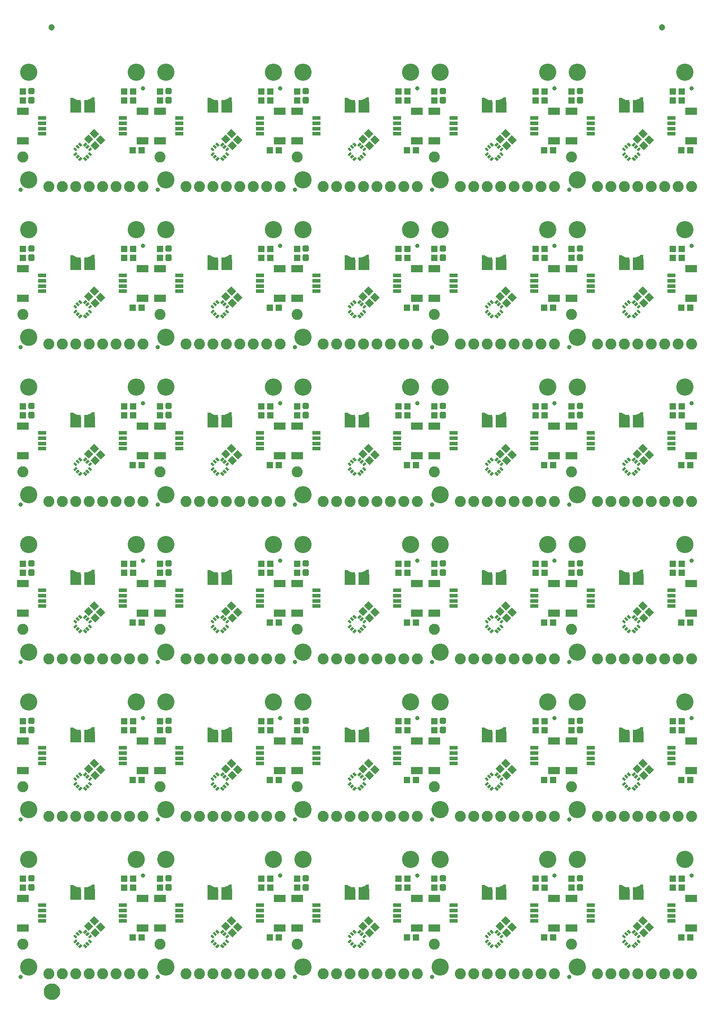
<source format=gts>
G04 EAGLE Gerber RS-274X export*
G75*
%MOMM*%
%FSLAX34Y34*%
%LPD*%
%INSoldermask Top*%
%IPPOS*%
%AMOC8*
5,1,8,0,0,1.08239X$1,22.5*%
G01*
%ADD10C,0.505344*%
%ADD11C,0.838200*%
%ADD12C,3.251200*%
%ADD13R,2.203200X1.403200*%
%ADD14R,1.553200X0.803200*%
%ADD15C,2.082800*%
%ADD16R,1.203200X1.303200*%
%ADD17R,0.453200X0.703200*%
%ADD18R,2.153200X2.153200*%
%ADD19R,1.303200X1.203200*%
%ADD20C,1.203200*%
%ADD21C,1.270000*%
%ADD22C,1.703200*%

G36*
X382496Y1646556D02*
X382496Y1646556D01*
X382513Y1646553D01*
X382563Y1646575D01*
X382614Y1646590D01*
X382625Y1646603D01*
X382641Y1646610D01*
X382671Y1646655D01*
X382706Y1646695D01*
X382709Y1646712D01*
X382718Y1646727D01*
X382729Y1646800D01*
X382729Y1661100D01*
X382725Y1661113D01*
X382728Y1661127D01*
X382706Y1661180D01*
X382690Y1661234D01*
X382680Y1661243D01*
X382674Y1661256D01*
X382628Y1661289D01*
X382585Y1661326D01*
X382571Y1661328D01*
X382560Y1661336D01*
X382486Y1661349D01*
X379440Y1661428D01*
X376462Y1661980D01*
X373608Y1662992D01*
X370948Y1664439D01*
X368532Y1666298D01*
X368491Y1666314D01*
X368454Y1666338D01*
X368411Y1666345D01*
X368402Y1666348D01*
X368395Y1666347D01*
X368380Y1666349D01*
X363080Y1666349D01*
X363064Y1666344D01*
X363047Y1666347D01*
X362997Y1666325D01*
X362946Y1666310D01*
X362935Y1666297D01*
X362919Y1666290D01*
X362889Y1666245D01*
X362854Y1666205D01*
X362851Y1666188D01*
X362842Y1666174D01*
X362831Y1666100D01*
X362831Y1646800D01*
X362836Y1646784D01*
X362833Y1646767D01*
X362855Y1646717D01*
X362870Y1646666D01*
X362883Y1646655D01*
X362890Y1646639D01*
X362935Y1646609D01*
X362975Y1646574D01*
X362992Y1646571D01*
X363007Y1646562D01*
X363080Y1646551D01*
X382480Y1646551D01*
X382496Y1646556D01*
G37*
G36*
X1159736Y1349376D02*
X1159736Y1349376D01*
X1159753Y1349373D01*
X1159803Y1349395D01*
X1159854Y1349410D01*
X1159865Y1349423D01*
X1159881Y1349430D01*
X1159911Y1349475D01*
X1159946Y1349515D01*
X1159949Y1349532D01*
X1159958Y1349547D01*
X1159969Y1349620D01*
X1159969Y1363920D01*
X1159965Y1363933D01*
X1159968Y1363947D01*
X1159946Y1364000D01*
X1159930Y1364054D01*
X1159920Y1364063D01*
X1159914Y1364076D01*
X1159868Y1364109D01*
X1159825Y1364146D01*
X1159811Y1364148D01*
X1159800Y1364156D01*
X1159726Y1364169D01*
X1156680Y1364248D01*
X1153702Y1364800D01*
X1150848Y1365812D01*
X1148188Y1367259D01*
X1145772Y1369118D01*
X1145731Y1369134D01*
X1145694Y1369158D01*
X1145651Y1369165D01*
X1145642Y1369168D01*
X1145635Y1369167D01*
X1145620Y1369169D01*
X1140320Y1369169D01*
X1140304Y1369164D01*
X1140287Y1369167D01*
X1140237Y1369145D01*
X1140186Y1369130D01*
X1140175Y1369117D01*
X1140159Y1369110D01*
X1140129Y1369065D01*
X1140094Y1369025D01*
X1140091Y1369008D01*
X1140082Y1368994D01*
X1140071Y1368920D01*
X1140071Y1349620D01*
X1140076Y1349604D01*
X1140073Y1349587D01*
X1140095Y1349537D01*
X1140110Y1349486D01*
X1140123Y1349475D01*
X1140130Y1349459D01*
X1140175Y1349429D01*
X1140215Y1349394D01*
X1140232Y1349391D01*
X1140247Y1349382D01*
X1140320Y1349371D01*
X1159720Y1349371D01*
X1159736Y1349376D01*
G37*
G36*
X123416Y1349376D02*
X123416Y1349376D01*
X123433Y1349373D01*
X123483Y1349395D01*
X123534Y1349410D01*
X123545Y1349423D01*
X123561Y1349430D01*
X123591Y1349475D01*
X123626Y1349515D01*
X123629Y1349532D01*
X123638Y1349547D01*
X123649Y1349620D01*
X123649Y1363920D01*
X123645Y1363933D01*
X123648Y1363947D01*
X123626Y1364000D01*
X123610Y1364054D01*
X123600Y1364063D01*
X123594Y1364076D01*
X123548Y1364109D01*
X123505Y1364146D01*
X123491Y1364148D01*
X123480Y1364156D01*
X123406Y1364169D01*
X120360Y1364248D01*
X117382Y1364800D01*
X114528Y1365812D01*
X111868Y1367259D01*
X109452Y1369118D01*
X109411Y1369134D01*
X109374Y1369158D01*
X109331Y1369165D01*
X109322Y1369168D01*
X109315Y1369167D01*
X109300Y1369169D01*
X104000Y1369169D01*
X103984Y1369164D01*
X103967Y1369167D01*
X103917Y1369145D01*
X103866Y1369130D01*
X103855Y1369117D01*
X103839Y1369110D01*
X103809Y1369065D01*
X103774Y1369025D01*
X103771Y1369008D01*
X103762Y1368994D01*
X103751Y1368920D01*
X103751Y1349620D01*
X103756Y1349604D01*
X103753Y1349587D01*
X103775Y1349537D01*
X103790Y1349486D01*
X103803Y1349475D01*
X103810Y1349459D01*
X103855Y1349429D01*
X103895Y1349394D01*
X103912Y1349391D01*
X103927Y1349382D01*
X104000Y1349371D01*
X123400Y1349371D01*
X123416Y1349376D01*
G37*
G36*
X900656Y1349376D02*
X900656Y1349376D01*
X900673Y1349373D01*
X900723Y1349395D01*
X900774Y1349410D01*
X900785Y1349423D01*
X900801Y1349430D01*
X900831Y1349475D01*
X900866Y1349515D01*
X900869Y1349532D01*
X900878Y1349547D01*
X900889Y1349620D01*
X900889Y1363920D01*
X900885Y1363933D01*
X900888Y1363947D01*
X900866Y1364000D01*
X900850Y1364054D01*
X900840Y1364063D01*
X900834Y1364076D01*
X900788Y1364109D01*
X900745Y1364146D01*
X900731Y1364148D01*
X900720Y1364156D01*
X900646Y1364169D01*
X897600Y1364248D01*
X894622Y1364800D01*
X891768Y1365812D01*
X889108Y1367259D01*
X886692Y1369118D01*
X886651Y1369134D01*
X886614Y1369158D01*
X886571Y1369165D01*
X886562Y1369168D01*
X886555Y1369167D01*
X886540Y1369169D01*
X881240Y1369169D01*
X881224Y1369164D01*
X881207Y1369167D01*
X881157Y1369145D01*
X881106Y1369130D01*
X881095Y1369117D01*
X881079Y1369110D01*
X881049Y1369065D01*
X881014Y1369025D01*
X881011Y1369008D01*
X881002Y1368994D01*
X880991Y1368920D01*
X880991Y1349620D01*
X880996Y1349604D01*
X880993Y1349587D01*
X881015Y1349537D01*
X881030Y1349486D01*
X881043Y1349475D01*
X881050Y1349459D01*
X881095Y1349429D01*
X881135Y1349394D01*
X881152Y1349391D01*
X881167Y1349382D01*
X881240Y1349371D01*
X900640Y1349371D01*
X900656Y1349376D01*
G37*
G36*
X382496Y1052196D02*
X382496Y1052196D01*
X382513Y1052193D01*
X382563Y1052215D01*
X382614Y1052230D01*
X382625Y1052243D01*
X382641Y1052250D01*
X382671Y1052295D01*
X382706Y1052335D01*
X382709Y1052352D01*
X382718Y1052367D01*
X382729Y1052440D01*
X382729Y1066740D01*
X382725Y1066753D01*
X382728Y1066767D01*
X382706Y1066820D01*
X382690Y1066874D01*
X382680Y1066883D01*
X382674Y1066896D01*
X382628Y1066929D01*
X382585Y1066966D01*
X382571Y1066968D01*
X382560Y1066976D01*
X382486Y1066989D01*
X379440Y1067068D01*
X376462Y1067620D01*
X373608Y1068632D01*
X370948Y1070079D01*
X368532Y1071938D01*
X368491Y1071954D01*
X368454Y1071978D01*
X368411Y1071985D01*
X368402Y1071988D01*
X368395Y1071987D01*
X368380Y1071989D01*
X363080Y1071989D01*
X363064Y1071984D01*
X363047Y1071987D01*
X362997Y1071965D01*
X362946Y1071950D01*
X362935Y1071937D01*
X362919Y1071930D01*
X362889Y1071885D01*
X362854Y1071845D01*
X362851Y1071828D01*
X362842Y1071814D01*
X362831Y1071740D01*
X362831Y1052440D01*
X362836Y1052424D01*
X362833Y1052407D01*
X362855Y1052357D01*
X362870Y1052306D01*
X362883Y1052295D01*
X362890Y1052279D01*
X362935Y1052249D01*
X362975Y1052214D01*
X362992Y1052211D01*
X363007Y1052202D01*
X363080Y1052191D01*
X382480Y1052191D01*
X382496Y1052196D01*
G37*
G36*
X641576Y1646556D02*
X641576Y1646556D01*
X641593Y1646553D01*
X641643Y1646575D01*
X641694Y1646590D01*
X641705Y1646603D01*
X641721Y1646610D01*
X641751Y1646655D01*
X641786Y1646695D01*
X641789Y1646712D01*
X641798Y1646727D01*
X641809Y1646800D01*
X641809Y1661100D01*
X641805Y1661113D01*
X641808Y1661127D01*
X641786Y1661180D01*
X641770Y1661234D01*
X641760Y1661243D01*
X641754Y1661256D01*
X641708Y1661289D01*
X641665Y1661326D01*
X641651Y1661328D01*
X641640Y1661336D01*
X641566Y1661349D01*
X638520Y1661428D01*
X635542Y1661980D01*
X632688Y1662992D01*
X630028Y1664439D01*
X627612Y1666298D01*
X627571Y1666314D01*
X627534Y1666338D01*
X627491Y1666345D01*
X627482Y1666348D01*
X627475Y1666347D01*
X627460Y1666349D01*
X622160Y1666349D01*
X622144Y1666344D01*
X622127Y1666347D01*
X622077Y1666325D01*
X622026Y1666310D01*
X622015Y1666297D01*
X621999Y1666290D01*
X621969Y1666245D01*
X621934Y1666205D01*
X621931Y1666188D01*
X621922Y1666174D01*
X621911Y1666100D01*
X621911Y1646800D01*
X621916Y1646784D01*
X621913Y1646767D01*
X621935Y1646717D01*
X621950Y1646666D01*
X621963Y1646655D01*
X621970Y1646639D01*
X622015Y1646609D01*
X622055Y1646574D01*
X622072Y1646571D01*
X622087Y1646562D01*
X622160Y1646551D01*
X641560Y1646551D01*
X641576Y1646556D01*
G37*
G36*
X1159736Y1646556D02*
X1159736Y1646556D01*
X1159753Y1646553D01*
X1159803Y1646575D01*
X1159854Y1646590D01*
X1159865Y1646603D01*
X1159881Y1646610D01*
X1159911Y1646655D01*
X1159946Y1646695D01*
X1159949Y1646712D01*
X1159958Y1646727D01*
X1159969Y1646800D01*
X1159969Y1661100D01*
X1159965Y1661113D01*
X1159968Y1661127D01*
X1159946Y1661180D01*
X1159930Y1661234D01*
X1159920Y1661243D01*
X1159914Y1661256D01*
X1159868Y1661289D01*
X1159825Y1661326D01*
X1159811Y1661328D01*
X1159800Y1661336D01*
X1159726Y1661349D01*
X1156680Y1661428D01*
X1153702Y1661980D01*
X1150848Y1662992D01*
X1148188Y1664439D01*
X1145772Y1666298D01*
X1145731Y1666314D01*
X1145694Y1666338D01*
X1145651Y1666345D01*
X1145642Y1666348D01*
X1145635Y1666347D01*
X1145620Y1666349D01*
X1140320Y1666349D01*
X1140304Y1666344D01*
X1140287Y1666347D01*
X1140237Y1666325D01*
X1140186Y1666310D01*
X1140175Y1666297D01*
X1140159Y1666290D01*
X1140129Y1666245D01*
X1140094Y1666205D01*
X1140091Y1666188D01*
X1140082Y1666174D01*
X1140071Y1666100D01*
X1140071Y1646800D01*
X1140076Y1646784D01*
X1140073Y1646767D01*
X1140095Y1646717D01*
X1140110Y1646666D01*
X1140123Y1646655D01*
X1140130Y1646639D01*
X1140175Y1646609D01*
X1140215Y1646574D01*
X1140232Y1646571D01*
X1140247Y1646562D01*
X1140320Y1646551D01*
X1159720Y1646551D01*
X1159736Y1646556D01*
G37*
G36*
X123416Y160656D02*
X123416Y160656D01*
X123433Y160653D01*
X123483Y160675D01*
X123534Y160690D01*
X123545Y160703D01*
X123561Y160710D01*
X123591Y160755D01*
X123626Y160795D01*
X123629Y160812D01*
X123638Y160827D01*
X123649Y160900D01*
X123649Y175200D01*
X123645Y175213D01*
X123648Y175227D01*
X123626Y175280D01*
X123610Y175334D01*
X123600Y175343D01*
X123594Y175356D01*
X123548Y175389D01*
X123505Y175426D01*
X123491Y175428D01*
X123480Y175436D01*
X123406Y175449D01*
X120360Y175528D01*
X117382Y176080D01*
X114528Y177092D01*
X111868Y178539D01*
X109452Y180398D01*
X109411Y180414D01*
X109374Y180438D01*
X109331Y180445D01*
X109322Y180448D01*
X109315Y180447D01*
X109300Y180449D01*
X104000Y180449D01*
X103984Y180444D01*
X103967Y180447D01*
X103917Y180425D01*
X103866Y180410D01*
X103855Y180397D01*
X103839Y180390D01*
X103809Y180345D01*
X103774Y180305D01*
X103771Y180288D01*
X103762Y180274D01*
X103751Y180200D01*
X103751Y160900D01*
X103756Y160884D01*
X103753Y160867D01*
X103775Y160817D01*
X103790Y160766D01*
X103803Y160755D01*
X103810Y160739D01*
X103855Y160709D01*
X103895Y160674D01*
X103912Y160671D01*
X103927Y160662D01*
X104000Y160651D01*
X123400Y160651D01*
X123416Y160656D01*
G37*
G36*
X123416Y1646556D02*
X123416Y1646556D01*
X123433Y1646553D01*
X123483Y1646575D01*
X123534Y1646590D01*
X123545Y1646603D01*
X123561Y1646610D01*
X123591Y1646655D01*
X123626Y1646695D01*
X123629Y1646712D01*
X123638Y1646727D01*
X123649Y1646800D01*
X123649Y1661100D01*
X123645Y1661113D01*
X123648Y1661127D01*
X123626Y1661180D01*
X123610Y1661234D01*
X123600Y1661243D01*
X123594Y1661256D01*
X123548Y1661289D01*
X123505Y1661326D01*
X123491Y1661328D01*
X123480Y1661336D01*
X123406Y1661349D01*
X120360Y1661428D01*
X117382Y1661980D01*
X114528Y1662992D01*
X111868Y1664439D01*
X109452Y1666298D01*
X109411Y1666314D01*
X109374Y1666338D01*
X109331Y1666345D01*
X109322Y1666348D01*
X109315Y1666347D01*
X109300Y1666349D01*
X104000Y1666349D01*
X103984Y1666344D01*
X103967Y1666347D01*
X103917Y1666325D01*
X103866Y1666310D01*
X103855Y1666297D01*
X103839Y1666290D01*
X103809Y1666245D01*
X103774Y1666205D01*
X103771Y1666188D01*
X103762Y1666174D01*
X103751Y1666100D01*
X103751Y1646800D01*
X103756Y1646784D01*
X103753Y1646767D01*
X103775Y1646717D01*
X103790Y1646666D01*
X103803Y1646655D01*
X103810Y1646639D01*
X103855Y1646609D01*
X103895Y1646574D01*
X103912Y1646571D01*
X103927Y1646562D01*
X104000Y1646551D01*
X123400Y1646551D01*
X123416Y1646556D01*
G37*
G36*
X900656Y1646556D02*
X900656Y1646556D01*
X900673Y1646553D01*
X900723Y1646575D01*
X900774Y1646590D01*
X900785Y1646603D01*
X900801Y1646610D01*
X900831Y1646655D01*
X900866Y1646695D01*
X900869Y1646712D01*
X900878Y1646727D01*
X900889Y1646800D01*
X900889Y1661100D01*
X900885Y1661113D01*
X900888Y1661127D01*
X900866Y1661180D01*
X900850Y1661234D01*
X900840Y1661243D01*
X900834Y1661256D01*
X900788Y1661289D01*
X900745Y1661326D01*
X900731Y1661328D01*
X900720Y1661336D01*
X900646Y1661349D01*
X897600Y1661428D01*
X894622Y1661980D01*
X891768Y1662992D01*
X889108Y1664439D01*
X886692Y1666298D01*
X886651Y1666314D01*
X886614Y1666338D01*
X886571Y1666345D01*
X886562Y1666348D01*
X886555Y1666347D01*
X886540Y1666349D01*
X881240Y1666349D01*
X881224Y1666344D01*
X881207Y1666347D01*
X881157Y1666325D01*
X881106Y1666310D01*
X881095Y1666297D01*
X881079Y1666290D01*
X881049Y1666245D01*
X881014Y1666205D01*
X881011Y1666188D01*
X881002Y1666174D01*
X880991Y1666100D01*
X880991Y1646800D01*
X880996Y1646784D01*
X880993Y1646767D01*
X881015Y1646717D01*
X881030Y1646666D01*
X881043Y1646655D01*
X881050Y1646639D01*
X881095Y1646609D01*
X881135Y1646574D01*
X881152Y1646571D01*
X881167Y1646562D01*
X881240Y1646551D01*
X900640Y1646551D01*
X900656Y1646556D01*
G37*
G36*
X1159736Y1052196D02*
X1159736Y1052196D01*
X1159753Y1052193D01*
X1159803Y1052215D01*
X1159854Y1052230D01*
X1159865Y1052243D01*
X1159881Y1052250D01*
X1159911Y1052295D01*
X1159946Y1052335D01*
X1159949Y1052352D01*
X1159958Y1052367D01*
X1159969Y1052440D01*
X1159969Y1066740D01*
X1159965Y1066753D01*
X1159968Y1066767D01*
X1159946Y1066820D01*
X1159930Y1066874D01*
X1159920Y1066883D01*
X1159914Y1066896D01*
X1159868Y1066929D01*
X1159825Y1066966D01*
X1159811Y1066968D01*
X1159800Y1066976D01*
X1159726Y1066989D01*
X1156680Y1067068D01*
X1153702Y1067620D01*
X1150848Y1068632D01*
X1148188Y1070079D01*
X1145772Y1071938D01*
X1145731Y1071954D01*
X1145694Y1071978D01*
X1145651Y1071985D01*
X1145642Y1071988D01*
X1145635Y1071987D01*
X1145620Y1071989D01*
X1140320Y1071989D01*
X1140304Y1071984D01*
X1140287Y1071987D01*
X1140237Y1071965D01*
X1140186Y1071950D01*
X1140175Y1071937D01*
X1140159Y1071930D01*
X1140129Y1071885D01*
X1140094Y1071845D01*
X1140091Y1071828D01*
X1140082Y1071814D01*
X1140071Y1071740D01*
X1140071Y1052440D01*
X1140076Y1052424D01*
X1140073Y1052407D01*
X1140095Y1052357D01*
X1140110Y1052306D01*
X1140123Y1052295D01*
X1140130Y1052279D01*
X1140175Y1052249D01*
X1140215Y1052214D01*
X1140232Y1052211D01*
X1140247Y1052202D01*
X1140320Y1052191D01*
X1159720Y1052191D01*
X1159736Y1052196D01*
G37*
G36*
X900656Y1052196D02*
X900656Y1052196D01*
X900673Y1052193D01*
X900723Y1052215D01*
X900774Y1052230D01*
X900785Y1052243D01*
X900801Y1052250D01*
X900831Y1052295D01*
X900866Y1052335D01*
X900869Y1052352D01*
X900878Y1052367D01*
X900889Y1052440D01*
X900889Y1066740D01*
X900885Y1066753D01*
X900888Y1066767D01*
X900866Y1066820D01*
X900850Y1066874D01*
X900840Y1066883D01*
X900834Y1066896D01*
X900788Y1066929D01*
X900745Y1066966D01*
X900731Y1066968D01*
X900720Y1066976D01*
X900646Y1066989D01*
X897600Y1067068D01*
X894622Y1067620D01*
X891768Y1068632D01*
X889108Y1070079D01*
X886692Y1071938D01*
X886651Y1071954D01*
X886614Y1071978D01*
X886571Y1071985D01*
X886562Y1071988D01*
X886555Y1071987D01*
X886540Y1071989D01*
X881240Y1071989D01*
X881224Y1071984D01*
X881207Y1071987D01*
X881157Y1071965D01*
X881106Y1071950D01*
X881095Y1071937D01*
X881079Y1071930D01*
X881049Y1071885D01*
X881014Y1071845D01*
X881011Y1071828D01*
X881002Y1071814D01*
X880991Y1071740D01*
X880991Y1052440D01*
X880996Y1052424D01*
X880993Y1052407D01*
X881015Y1052357D01*
X881030Y1052306D01*
X881043Y1052295D01*
X881050Y1052279D01*
X881095Y1052249D01*
X881135Y1052214D01*
X881152Y1052211D01*
X881167Y1052202D01*
X881240Y1052191D01*
X900640Y1052191D01*
X900656Y1052196D01*
G37*
G36*
X382496Y755016D02*
X382496Y755016D01*
X382513Y755013D01*
X382563Y755035D01*
X382614Y755050D01*
X382625Y755063D01*
X382641Y755070D01*
X382671Y755115D01*
X382706Y755155D01*
X382709Y755172D01*
X382718Y755187D01*
X382729Y755260D01*
X382729Y769560D01*
X382725Y769573D01*
X382728Y769587D01*
X382706Y769640D01*
X382690Y769694D01*
X382680Y769703D01*
X382674Y769716D01*
X382628Y769749D01*
X382585Y769786D01*
X382571Y769788D01*
X382560Y769796D01*
X382486Y769809D01*
X379440Y769888D01*
X376462Y770440D01*
X373608Y771452D01*
X370948Y772899D01*
X368532Y774758D01*
X368491Y774774D01*
X368454Y774798D01*
X368411Y774805D01*
X368402Y774808D01*
X368395Y774807D01*
X368380Y774809D01*
X363080Y774809D01*
X363064Y774804D01*
X363047Y774807D01*
X362997Y774785D01*
X362946Y774770D01*
X362935Y774757D01*
X362919Y774750D01*
X362889Y774705D01*
X362854Y774665D01*
X362851Y774648D01*
X362842Y774634D01*
X362831Y774560D01*
X362831Y755260D01*
X362836Y755244D01*
X362833Y755227D01*
X362855Y755177D01*
X362870Y755126D01*
X362883Y755115D01*
X362890Y755099D01*
X362935Y755069D01*
X362975Y755034D01*
X362992Y755031D01*
X363007Y755022D01*
X363080Y755011D01*
X382480Y755011D01*
X382496Y755016D01*
G37*
G36*
X641576Y1052196D02*
X641576Y1052196D01*
X641593Y1052193D01*
X641643Y1052215D01*
X641694Y1052230D01*
X641705Y1052243D01*
X641721Y1052250D01*
X641751Y1052295D01*
X641786Y1052335D01*
X641789Y1052352D01*
X641798Y1052367D01*
X641809Y1052440D01*
X641809Y1066740D01*
X641805Y1066753D01*
X641808Y1066767D01*
X641786Y1066820D01*
X641770Y1066874D01*
X641760Y1066883D01*
X641754Y1066896D01*
X641708Y1066929D01*
X641665Y1066966D01*
X641651Y1066968D01*
X641640Y1066976D01*
X641566Y1066989D01*
X638520Y1067068D01*
X635542Y1067620D01*
X632688Y1068632D01*
X630028Y1070079D01*
X627612Y1071938D01*
X627571Y1071954D01*
X627534Y1071978D01*
X627491Y1071985D01*
X627482Y1071988D01*
X627475Y1071987D01*
X627460Y1071989D01*
X622160Y1071989D01*
X622144Y1071984D01*
X622127Y1071987D01*
X622077Y1071965D01*
X622026Y1071950D01*
X622015Y1071937D01*
X621999Y1071930D01*
X621969Y1071885D01*
X621934Y1071845D01*
X621931Y1071828D01*
X621922Y1071814D01*
X621911Y1071740D01*
X621911Y1052440D01*
X621916Y1052424D01*
X621913Y1052407D01*
X621935Y1052357D01*
X621950Y1052306D01*
X621963Y1052295D01*
X621970Y1052279D01*
X622015Y1052249D01*
X622055Y1052214D01*
X622072Y1052211D01*
X622087Y1052202D01*
X622160Y1052191D01*
X641560Y1052191D01*
X641576Y1052196D01*
G37*
G36*
X123416Y1052196D02*
X123416Y1052196D01*
X123433Y1052193D01*
X123483Y1052215D01*
X123534Y1052230D01*
X123545Y1052243D01*
X123561Y1052250D01*
X123591Y1052295D01*
X123626Y1052335D01*
X123629Y1052352D01*
X123638Y1052367D01*
X123649Y1052440D01*
X123649Y1066740D01*
X123645Y1066753D01*
X123648Y1066767D01*
X123626Y1066820D01*
X123610Y1066874D01*
X123600Y1066883D01*
X123594Y1066896D01*
X123548Y1066929D01*
X123505Y1066966D01*
X123491Y1066968D01*
X123480Y1066976D01*
X123406Y1066989D01*
X120360Y1067068D01*
X117382Y1067620D01*
X114528Y1068632D01*
X111868Y1070079D01*
X109452Y1071938D01*
X109411Y1071954D01*
X109374Y1071978D01*
X109331Y1071985D01*
X109322Y1071988D01*
X109315Y1071987D01*
X109300Y1071989D01*
X104000Y1071989D01*
X103984Y1071984D01*
X103967Y1071987D01*
X103917Y1071965D01*
X103866Y1071950D01*
X103855Y1071937D01*
X103839Y1071930D01*
X103809Y1071885D01*
X103774Y1071845D01*
X103771Y1071828D01*
X103762Y1071814D01*
X103751Y1071740D01*
X103751Y1052440D01*
X103756Y1052424D01*
X103753Y1052407D01*
X103775Y1052357D01*
X103790Y1052306D01*
X103803Y1052295D01*
X103810Y1052279D01*
X103855Y1052249D01*
X103895Y1052214D01*
X103912Y1052211D01*
X103927Y1052202D01*
X104000Y1052191D01*
X123400Y1052191D01*
X123416Y1052196D01*
G37*
G36*
X641576Y1349376D02*
X641576Y1349376D01*
X641593Y1349373D01*
X641643Y1349395D01*
X641694Y1349410D01*
X641705Y1349423D01*
X641721Y1349430D01*
X641751Y1349475D01*
X641786Y1349515D01*
X641789Y1349532D01*
X641798Y1349547D01*
X641809Y1349620D01*
X641809Y1363920D01*
X641805Y1363933D01*
X641808Y1363947D01*
X641786Y1364000D01*
X641770Y1364054D01*
X641760Y1364063D01*
X641754Y1364076D01*
X641708Y1364109D01*
X641665Y1364146D01*
X641651Y1364148D01*
X641640Y1364156D01*
X641566Y1364169D01*
X638520Y1364248D01*
X635542Y1364800D01*
X632688Y1365812D01*
X630028Y1367259D01*
X627612Y1369118D01*
X627571Y1369134D01*
X627534Y1369158D01*
X627491Y1369165D01*
X627482Y1369168D01*
X627475Y1369167D01*
X627460Y1369169D01*
X622160Y1369169D01*
X622144Y1369164D01*
X622127Y1369167D01*
X622077Y1369145D01*
X622026Y1369130D01*
X622015Y1369117D01*
X621999Y1369110D01*
X621969Y1369065D01*
X621934Y1369025D01*
X621931Y1369008D01*
X621922Y1368994D01*
X621911Y1368920D01*
X621911Y1349620D01*
X621916Y1349604D01*
X621913Y1349587D01*
X621935Y1349537D01*
X621950Y1349486D01*
X621963Y1349475D01*
X621970Y1349459D01*
X622015Y1349429D01*
X622055Y1349394D01*
X622072Y1349391D01*
X622087Y1349382D01*
X622160Y1349371D01*
X641560Y1349371D01*
X641576Y1349376D01*
G37*
G36*
X382496Y1349376D02*
X382496Y1349376D01*
X382513Y1349373D01*
X382563Y1349395D01*
X382614Y1349410D01*
X382625Y1349423D01*
X382641Y1349430D01*
X382671Y1349475D01*
X382706Y1349515D01*
X382709Y1349532D01*
X382718Y1349547D01*
X382729Y1349620D01*
X382729Y1363920D01*
X382725Y1363933D01*
X382728Y1363947D01*
X382706Y1364000D01*
X382690Y1364054D01*
X382680Y1364063D01*
X382674Y1364076D01*
X382628Y1364109D01*
X382585Y1364146D01*
X382571Y1364148D01*
X382560Y1364156D01*
X382486Y1364169D01*
X379440Y1364248D01*
X376462Y1364800D01*
X373608Y1365812D01*
X370948Y1367259D01*
X368532Y1369118D01*
X368491Y1369134D01*
X368454Y1369158D01*
X368411Y1369165D01*
X368402Y1369168D01*
X368395Y1369167D01*
X368380Y1369169D01*
X363080Y1369169D01*
X363064Y1369164D01*
X363047Y1369167D01*
X362997Y1369145D01*
X362946Y1369130D01*
X362935Y1369117D01*
X362919Y1369110D01*
X362889Y1369065D01*
X362854Y1369025D01*
X362851Y1369008D01*
X362842Y1368994D01*
X362831Y1368920D01*
X362831Y1349620D01*
X362836Y1349604D01*
X362833Y1349587D01*
X362855Y1349537D01*
X362870Y1349486D01*
X362883Y1349475D01*
X362890Y1349459D01*
X362935Y1349429D01*
X362975Y1349394D01*
X362992Y1349391D01*
X363007Y1349382D01*
X363080Y1349371D01*
X382480Y1349371D01*
X382496Y1349376D01*
G37*
G36*
X123416Y755016D02*
X123416Y755016D01*
X123433Y755013D01*
X123483Y755035D01*
X123534Y755050D01*
X123545Y755063D01*
X123561Y755070D01*
X123591Y755115D01*
X123626Y755155D01*
X123629Y755172D01*
X123638Y755187D01*
X123649Y755260D01*
X123649Y769560D01*
X123645Y769573D01*
X123648Y769587D01*
X123626Y769640D01*
X123610Y769694D01*
X123600Y769703D01*
X123594Y769716D01*
X123548Y769749D01*
X123505Y769786D01*
X123491Y769788D01*
X123480Y769796D01*
X123406Y769809D01*
X120360Y769888D01*
X117382Y770440D01*
X114528Y771452D01*
X111868Y772899D01*
X109452Y774758D01*
X109411Y774774D01*
X109374Y774798D01*
X109331Y774805D01*
X109322Y774808D01*
X109315Y774807D01*
X109300Y774809D01*
X104000Y774809D01*
X103984Y774804D01*
X103967Y774807D01*
X103917Y774785D01*
X103866Y774770D01*
X103855Y774757D01*
X103839Y774750D01*
X103809Y774705D01*
X103774Y774665D01*
X103771Y774648D01*
X103762Y774634D01*
X103751Y774560D01*
X103751Y755260D01*
X103756Y755244D01*
X103753Y755227D01*
X103775Y755177D01*
X103790Y755126D01*
X103803Y755115D01*
X103810Y755099D01*
X103855Y755069D01*
X103895Y755034D01*
X103912Y755031D01*
X103927Y755022D01*
X104000Y755011D01*
X123400Y755011D01*
X123416Y755016D01*
G37*
G36*
X900656Y755016D02*
X900656Y755016D01*
X900673Y755013D01*
X900723Y755035D01*
X900774Y755050D01*
X900785Y755063D01*
X900801Y755070D01*
X900831Y755115D01*
X900866Y755155D01*
X900869Y755172D01*
X900878Y755187D01*
X900889Y755260D01*
X900889Y769560D01*
X900885Y769573D01*
X900888Y769587D01*
X900866Y769640D01*
X900850Y769694D01*
X900840Y769703D01*
X900834Y769716D01*
X900788Y769749D01*
X900745Y769786D01*
X900731Y769788D01*
X900720Y769796D01*
X900646Y769809D01*
X897600Y769888D01*
X894622Y770440D01*
X891768Y771452D01*
X889108Y772899D01*
X886692Y774758D01*
X886651Y774774D01*
X886614Y774798D01*
X886571Y774805D01*
X886562Y774808D01*
X886555Y774807D01*
X886540Y774809D01*
X881240Y774809D01*
X881224Y774804D01*
X881207Y774807D01*
X881157Y774785D01*
X881106Y774770D01*
X881095Y774757D01*
X881079Y774750D01*
X881049Y774705D01*
X881014Y774665D01*
X881011Y774648D01*
X881002Y774634D01*
X880991Y774560D01*
X880991Y755260D01*
X880996Y755244D01*
X880993Y755227D01*
X881015Y755177D01*
X881030Y755126D01*
X881043Y755115D01*
X881050Y755099D01*
X881095Y755069D01*
X881135Y755034D01*
X881152Y755031D01*
X881167Y755022D01*
X881240Y755011D01*
X900640Y755011D01*
X900656Y755016D01*
G37*
G36*
X1159736Y755016D02*
X1159736Y755016D01*
X1159753Y755013D01*
X1159803Y755035D01*
X1159854Y755050D01*
X1159865Y755063D01*
X1159881Y755070D01*
X1159911Y755115D01*
X1159946Y755155D01*
X1159949Y755172D01*
X1159958Y755187D01*
X1159969Y755260D01*
X1159969Y769560D01*
X1159965Y769573D01*
X1159968Y769587D01*
X1159946Y769640D01*
X1159930Y769694D01*
X1159920Y769703D01*
X1159914Y769716D01*
X1159868Y769749D01*
X1159825Y769786D01*
X1159811Y769788D01*
X1159800Y769796D01*
X1159726Y769809D01*
X1156680Y769888D01*
X1153702Y770440D01*
X1150848Y771452D01*
X1148188Y772899D01*
X1145772Y774758D01*
X1145731Y774774D01*
X1145694Y774798D01*
X1145651Y774805D01*
X1145642Y774808D01*
X1145635Y774807D01*
X1145620Y774809D01*
X1140320Y774809D01*
X1140304Y774804D01*
X1140287Y774807D01*
X1140237Y774785D01*
X1140186Y774770D01*
X1140175Y774757D01*
X1140159Y774750D01*
X1140129Y774705D01*
X1140094Y774665D01*
X1140091Y774648D01*
X1140082Y774634D01*
X1140071Y774560D01*
X1140071Y755260D01*
X1140076Y755244D01*
X1140073Y755227D01*
X1140095Y755177D01*
X1140110Y755126D01*
X1140123Y755115D01*
X1140130Y755099D01*
X1140175Y755069D01*
X1140215Y755034D01*
X1140232Y755031D01*
X1140247Y755022D01*
X1140320Y755011D01*
X1159720Y755011D01*
X1159736Y755016D01*
G37*
G36*
X641576Y755016D02*
X641576Y755016D01*
X641593Y755013D01*
X641643Y755035D01*
X641694Y755050D01*
X641705Y755063D01*
X641721Y755070D01*
X641751Y755115D01*
X641786Y755155D01*
X641789Y755172D01*
X641798Y755187D01*
X641809Y755260D01*
X641809Y769560D01*
X641805Y769573D01*
X641808Y769587D01*
X641786Y769640D01*
X641770Y769694D01*
X641760Y769703D01*
X641754Y769716D01*
X641708Y769749D01*
X641665Y769786D01*
X641651Y769788D01*
X641640Y769796D01*
X641566Y769809D01*
X638520Y769888D01*
X635542Y770440D01*
X632688Y771452D01*
X630028Y772899D01*
X627612Y774758D01*
X627571Y774774D01*
X627534Y774798D01*
X627491Y774805D01*
X627482Y774808D01*
X627475Y774807D01*
X627460Y774809D01*
X622160Y774809D01*
X622144Y774804D01*
X622127Y774807D01*
X622077Y774785D01*
X622026Y774770D01*
X622015Y774757D01*
X621999Y774750D01*
X621969Y774705D01*
X621934Y774665D01*
X621931Y774648D01*
X621922Y774634D01*
X621911Y774560D01*
X621911Y755260D01*
X621916Y755244D01*
X621913Y755227D01*
X621935Y755177D01*
X621950Y755126D01*
X621963Y755115D01*
X621970Y755099D01*
X622015Y755069D01*
X622055Y755034D01*
X622072Y755031D01*
X622087Y755022D01*
X622160Y755011D01*
X641560Y755011D01*
X641576Y755016D01*
G37*
G36*
X382496Y457836D02*
X382496Y457836D01*
X382513Y457833D01*
X382563Y457855D01*
X382614Y457870D01*
X382625Y457883D01*
X382641Y457890D01*
X382671Y457935D01*
X382706Y457975D01*
X382709Y457992D01*
X382718Y458007D01*
X382729Y458080D01*
X382729Y472380D01*
X382725Y472393D01*
X382728Y472407D01*
X382706Y472460D01*
X382690Y472514D01*
X382680Y472523D01*
X382674Y472536D01*
X382628Y472569D01*
X382585Y472606D01*
X382571Y472608D01*
X382560Y472616D01*
X382486Y472629D01*
X379440Y472708D01*
X376462Y473260D01*
X373608Y474272D01*
X370948Y475719D01*
X368532Y477578D01*
X368491Y477594D01*
X368454Y477618D01*
X368411Y477625D01*
X368402Y477628D01*
X368395Y477627D01*
X368380Y477629D01*
X363080Y477629D01*
X363064Y477624D01*
X363047Y477627D01*
X362997Y477605D01*
X362946Y477590D01*
X362935Y477577D01*
X362919Y477570D01*
X362889Y477525D01*
X362854Y477485D01*
X362851Y477468D01*
X362842Y477454D01*
X362831Y477380D01*
X362831Y458080D01*
X362836Y458064D01*
X362833Y458047D01*
X362855Y457997D01*
X362870Y457946D01*
X362883Y457935D01*
X362890Y457919D01*
X362935Y457889D01*
X362975Y457854D01*
X362992Y457851D01*
X363007Y457842D01*
X363080Y457831D01*
X382480Y457831D01*
X382496Y457836D01*
G37*
G36*
X1159736Y457836D02*
X1159736Y457836D01*
X1159753Y457833D01*
X1159803Y457855D01*
X1159854Y457870D01*
X1159865Y457883D01*
X1159881Y457890D01*
X1159911Y457935D01*
X1159946Y457975D01*
X1159949Y457992D01*
X1159958Y458007D01*
X1159969Y458080D01*
X1159969Y472380D01*
X1159965Y472393D01*
X1159968Y472407D01*
X1159946Y472460D01*
X1159930Y472514D01*
X1159920Y472523D01*
X1159914Y472536D01*
X1159868Y472569D01*
X1159825Y472606D01*
X1159811Y472608D01*
X1159800Y472616D01*
X1159726Y472629D01*
X1156680Y472708D01*
X1153702Y473260D01*
X1150848Y474272D01*
X1148188Y475719D01*
X1145772Y477578D01*
X1145731Y477594D01*
X1145694Y477618D01*
X1145651Y477625D01*
X1145642Y477628D01*
X1145635Y477627D01*
X1145620Y477629D01*
X1140320Y477629D01*
X1140304Y477624D01*
X1140287Y477627D01*
X1140237Y477605D01*
X1140186Y477590D01*
X1140175Y477577D01*
X1140159Y477570D01*
X1140129Y477525D01*
X1140094Y477485D01*
X1140091Y477468D01*
X1140082Y477454D01*
X1140071Y477380D01*
X1140071Y458080D01*
X1140076Y458064D01*
X1140073Y458047D01*
X1140095Y457997D01*
X1140110Y457946D01*
X1140123Y457935D01*
X1140130Y457919D01*
X1140175Y457889D01*
X1140215Y457854D01*
X1140232Y457851D01*
X1140247Y457842D01*
X1140320Y457831D01*
X1159720Y457831D01*
X1159736Y457836D01*
G37*
G36*
X123416Y457836D02*
X123416Y457836D01*
X123433Y457833D01*
X123483Y457855D01*
X123534Y457870D01*
X123545Y457883D01*
X123561Y457890D01*
X123591Y457935D01*
X123626Y457975D01*
X123629Y457992D01*
X123638Y458007D01*
X123649Y458080D01*
X123649Y472380D01*
X123645Y472393D01*
X123648Y472407D01*
X123626Y472460D01*
X123610Y472514D01*
X123600Y472523D01*
X123594Y472536D01*
X123548Y472569D01*
X123505Y472606D01*
X123491Y472608D01*
X123480Y472616D01*
X123406Y472629D01*
X120360Y472708D01*
X117382Y473260D01*
X114528Y474272D01*
X111868Y475719D01*
X109452Y477578D01*
X109411Y477594D01*
X109374Y477618D01*
X109331Y477625D01*
X109322Y477628D01*
X109315Y477627D01*
X109300Y477629D01*
X104000Y477629D01*
X103984Y477624D01*
X103967Y477627D01*
X103917Y477605D01*
X103866Y477590D01*
X103855Y477577D01*
X103839Y477570D01*
X103809Y477525D01*
X103774Y477485D01*
X103771Y477468D01*
X103762Y477454D01*
X103751Y477380D01*
X103751Y458080D01*
X103756Y458064D01*
X103753Y458047D01*
X103775Y457997D01*
X103790Y457946D01*
X103803Y457935D01*
X103810Y457919D01*
X103855Y457889D01*
X103895Y457854D01*
X103912Y457851D01*
X103927Y457842D01*
X104000Y457831D01*
X123400Y457831D01*
X123416Y457836D01*
G37*
G36*
X641576Y457836D02*
X641576Y457836D01*
X641593Y457833D01*
X641643Y457855D01*
X641694Y457870D01*
X641705Y457883D01*
X641721Y457890D01*
X641751Y457935D01*
X641786Y457975D01*
X641789Y457992D01*
X641798Y458007D01*
X641809Y458080D01*
X641809Y472380D01*
X641805Y472393D01*
X641808Y472407D01*
X641786Y472460D01*
X641770Y472514D01*
X641760Y472523D01*
X641754Y472536D01*
X641708Y472569D01*
X641665Y472606D01*
X641651Y472608D01*
X641640Y472616D01*
X641566Y472629D01*
X638520Y472708D01*
X635542Y473260D01*
X632688Y474272D01*
X630028Y475719D01*
X627612Y477578D01*
X627571Y477594D01*
X627534Y477618D01*
X627491Y477625D01*
X627482Y477628D01*
X627475Y477627D01*
X627460Y477629D01*
X622160Y477629D01*
X622144Y477624D01*
X622127Y477627D01*
X622077Y477605D01*
X622026Y477590D01*
X622015Y477577D01*
X621999Y477570D01*
X621969Y477525D01*
X621934Y477485D01*
X621931Y477468D01*
X621922Y477454D01*
X621911Y477380D01*
X621911Y458080D01*
X621916Y458064D01*
X621913Y458047D01*
X621935Y457997D01*
X621950Y457946D01*
X621963Y457935D01*
X621970Y457919D01*
X622015Y457889D01*
X622055Y457854D01*
X622072Y457851D01*
X622087Y457842D01*
X622160Y457831D01*
X641560Y457831D01*
X641576Y457836D01*
G37*
G36*
X900656Y457836D02*
X900656Y457836D01*
X900673Y457833D01*
X900723Y457855D01*
X900774Y457870D01*
X900785Y457883D01*
X900801Y457890D01*
X900831Y457935D01*
X900866Y457975D01*
X900869Y457992D01*
X900878Y458007D01*
X900889Y458080D01*
X900889Y472380D01*
X900885Y472393D01*
X900888Y472407D01*
X900866Y472460D01*
X900850Y472514D01*
X900840Y472523D01*
X900834Y472536D01*
X900788Y472569D01*
X900745Y472606D01*
X900731Y472608D01*
X900720Y472616D01*
X900646Y472629D01*
X897600Y472708D01*
X894622Y473260D01*
X891768Y474272D01*
X889108Y475719D01*
X886692Y477578D01*
X886651Y477594D01*
X886614Y477618D01*
X886571Y477625D01*
X886562Y477628D01*
X886555Y477627D01*
X886540Y477629D01*
X881240Y477629D01*
X881224Y477624D01*
X881207Y477627D01*
X881157Y477605D01*
X881106Y477590D01*
X881095Y477577D01*
X881079Y477570D01*
X881049Y477525D01*
X881014Y477485D01*
X881011Y477468D01*
X881002Y477454D01*
X880991Y477380D01*
X880991Y458080D01*
X880996Y458064D01*
X880993Y458047D01*
X881015Y457997D01*
X881030Y457946D01*
X881043Y457935D01*
X881050Y457919D01*
X881095Y457889D01*
X881135Y457854D01*
X881152Y457851D01*
X881167Y457842D01*
X881240Y457831D01*
X900640Y457831D01*
X900656Y457836D01*
G37*
G36*
X900656Y160656D02*
X900656Y160656D01*
X900673Y160653D01*
X900723Y160675D01*
X900774Y160690D01*
X900785Y160703D01*
X900801Y160710D01*
X900831Y160755D01*
X900866Y160795D01*
X900869Y160812D01*
X900878Y160827D01*
X900889Y160900D01*
X900889Y175200D01*
X900885Y175213D01*
X900888Y175227D01*
X900866Y175280D01*
X900850Y175334D01*
X900840Y175343D01*
X900834Y175356D01*
X900788Y175389D01*
X900745Y175426D01*
X900731Y175428D01*
X900720Y175436D01*
X900646Y175449D01*
X897600Y175528D01*
X894622Y176080D01*
X891768Y177092D01*
X889108Y178539D01*
X886692Y180398D01*
X886651Y180414D01*
X886614Y180438D01*
X886571Y180445D01*
X886562Y180448D01*
X886555Y180447D01*
X886540Y180449D01*
X881240Y180449D01*
X881224Y180444D01*
X881207Y180447D01*
X881157Y180425D01*
X881106Y180410D01*
X881095Y180397D01*
X881079Y180390D01*
X881049Y180345D01*
X881014Y180305D01*
X881011Y180288D01*
X881002Y180274D01*
X880991Y180200D01*
X880991Y160900D01*
X880996Y160884D01*
X880993Y160867D01*
X881015Y160817D01*
X881030Y160766D01*
X881043Y160755D01*
X881050Y160739D01*
X881095Y160709D01*
X881135Y160674D01*
X881152Y160671D01*
X881167Y160662D01*
X881240Y160651D01*
X900640Y160651D01*
X900656Y160656D01*
G37*
G36*
X1159736Y160656D02*
X1159736Y160656D01*
X1159753Y160653D01*
X1159803Y160675D01*
X1159854Y160690D01*
X1159865Y160703D01*
X1159881Y160710D01*
X1159911Y160755D01*
X1159946Y160795D01*
X1159949Y160812D01*
X1159958Y160827D01*
X1159969Y160900D01*
X1159969Y175200D01*
X1159965Y175213D01*
X1159968Y175227D01*
X1159946Y175280D01*
X1159930Y175334D01*
X1159920Y175343D01*
X1159914Y175356D01*
X1159868Y175389D01*
X1159825Y175426D01*
X1159811Y175428D01*
X1159800Y175436D01*
X1159726Y175449D01*
X1156680Y175528D01*
X1153702Y176080D01*
X1150848Y177092D01*
X1148188Y178539D01*
X1145772Y180398D01*
X1145731Y180414D01*
X1145694Y180438D01*
X1145651Y180445D01*
X1145642Y180448D01*
X1145635Y180447D01*
X1145620Y180449D01*
X1140320Y180449D01*
X1140304Y180444D01*
X1140287Y180447D01*
X1140237Y180425D01*
X1140186Y180410D01*
X1140175Y180397D01*
X1140159Y180390D01*
X1140129Y180345D01*
X1140094Y180305D01*
X1140091Y180288D01*
X1140082Y180274D01*
X1140071Y180200D01*
X1140071Y160900D01*
X1140076Y160884D01*
X1140073Y160867D01*
X1140095Y160817D01*
X1140110Y160766D01*
X1140123Y160755D01*
X1140130Y160739D01*
X1140175Y160709D01*
X1140215Y160674D01*
X1140232Y160671D01*
X1140247Y160662D01*
X1140320Y160651D01*
X1159720Y160651D01*
X1159736Y160656D01*
G37*
G36*
X641576Y160656D02*
X641576Y160656D01*
X641593Y160653D01*
X641643Y160675D01*
X641694Y160690D01*
X641705Y160703D01*
X641721Y160710D01*
X641751Y160755D01*
X641786Y160795D01*
X641789Y160812D01*
X641798Y160827D01*
X641809Y160900D01*
X641809Y175200D01*
X641805Y175213D01*
X641808Y175227D01*
X641786Y175280D01*
X641770Y175334D01*
X641760Y175343D01*
X641754Y175356D01*
X641708Y175389D01*
X641665Y175426D01*
X641651Y175428D01*
X641640Y175436D01*
X641566Y175449D01*
X638520Y175528D01*
X635542Y176080D01*
X632688Y177092D01*
X630028Y178539D01*
X627612Y180398D01*
X627571Y180414D01*
X627534Y180438D01*
X627491Y180445D01*
X627482Y180448D01*
X627475Y180447D01*
X627460Y180449D01*
X622160Y180449D01*
X622144Y180444D01*
X622127Y180447D01*
X622077Y180425D01*
X622026Y180410D01*
X622015Y180397D01*
X621999Y180390D01*
X621969Y180345D01*
X621934Y180305D01*
X621931Y180288D01*
X621922Y180274D01*
X621911Y180200D01*
X621911Y160900D01*
X621916Y160884D01*
X621913Y160867D01*
X621935Y160817D01*
X621950Y160766D01*
X621963Y160755D01*
X621970Y160739D01*
X622015Y160709D01*
X622055Y160674D01*
X622072Y160671D01*
X622087Y160662D01*
X622160Y160651D01*
X641560Y160651D01*
X641576Y160656D01*
G37*
G36*
X382496Y160656D02*
X382496Y160656D01*
X382513Y160653D01*
X382563Y160675D01*
X382614Y160690D01*
X382625Y160703D01*
X382641Y160710D01*
X382671Y160755D01*
X382706Y160795D01*
X382709Y160812D01*
X382718Y160827D01*
X382729Y160900D01*
X382729Y175200D01*
X382725Y175213D01*
X382728Y175227D01*
X382706Y175280D01*
X382690Y175334D01*
X382680Y175343D01*
X382674Y175356D01*
X382628Y175389D01*
X382585Y175426D01*
X382571Y175428D01*
X382560Y175436D01*
X382486Y175449D01*
X379440Y175528D01*
X376462Y176080D01*
X373608Y177092D01*
X370948Y178539D01*
X368532Y180398D01*
X368491Y180414D01*
X368454Y180438D01*
X368411Y180445D01*
X368402Y180448D01*
X368395Y180447D01*
X368380Y180449D01*
X363080Y180449D01*
X363064Y180444D01*
X363047Y180447D01*
X362997Y180425D01*
X362946Y180410D01*
X362935Y180397D01*
X362919Y180390D01*
X362889Y180345D01*
X362854Y180305D01*
X362851Y180288D01*
X362842Y180274D01*
X362831Y180200D01*
X362831Y160900D01*
X362836Y160884D01*
X362833Y160867D01*
X362855Y160817D01*
X362870Y160766D01*
X362883Y160755D01*
X362890Y160739D01*
X362935Y160709D01*
X362975Y160674D01*
X362992Y160671D01*
X363007Y160662D01*
X363080Y160651D01*
X382480Y160651D01*
X382496Y160656D01*
G37*
G36*
X1185836Y1646656D02*
X1185836Y1646656D01*
X1185853Y1646653D01*
X1185903Y1646675D01*
X1185954Y1646690D01*
X1185965Y1646703D01*
X1185981Y1646710D01*
X1186011Y1646755D01*
X1186046Y1646795D01*
X1186049Y1646812D01*
X1186058Y1646827D01*
X1186069Y1646900D01*
X1186069Y1666200D01*
X1186064Y1666216D01*
X1186067Y1666233D01*
X1186045Y1666283D01*
X1186030Y1666334D01*
X1186017Y1666345D01*
X1186010Y1666361D01*
X1185965Y1666391D01*
X1185925Y1666426D01*
X1185908Y1666429D01*
X1185894Y1666438D01*
X1185820Y1666449D01*
X1180520Y1666449D01*
X1180477Y1666437D01*
X1180433Y1666434D01*
X1180396Y1666413D01*
X1180386Y1666410D01*
X1180381Y1666405D01*
X1180368Y1666398D01*
X1177952Y1664539D01*
X1175292Y1663092D01*
X1172438Y1662080D01*
X1169460Y1661528D01*
X1166414Y1661449D01*
X1166400Y1661445D01*
X1166387Y1661447D01*
X1166335Y1661424D01*
X1166280Y1661407D01*
X1166272Y1661396D01*
X1166259Y1661390D01*
X1166227Y1661343D01*
X1166191Y1661299D01*
X1166190Y1661285D01*
X1166182Y1661274D01*
X1166171Y1661200D01*
X1166171Y1646900D01*
X1166176Y1646884D01*
X1166173Y1646867D01*
X1166195Y1646817D01*
X1166210Y1646766D01*
X1166223Y1646755D01*
X1166230Y1646739D01*
X1166275Y1646709D01*
X1166315Y1646674D01*
X1166332Y1646671D01*
X1166347Y1646662D01*
X1166420Y1646651D01*
X1185820Y1646651D01*
X1185836Y1646656D01*
G37*
G36*
X149516Y755116D02*
X149516Y755116D01*
X149533Y755113D01*
X149583Y755135D01*
X149634Y755150D01*
X149645Y755163D01*
X149661Y755170D01*
X149691Y755215D01*
X149726Y755255D01*
X149729Y755272D01*
X149738Y755287D01*
X149749Y755360D01*
X149749Y774660D01*
X149744Y774676D01*
X149747Y774693D01*
X149725Y774743D01*
X149710Y774794D01*
X149697Y774805D01*
X149690Y774821D01*
X149645Y774851D01*
X149605Y774886D01*
X149588Y774889D01*
X149574Y774898D01*
X149500Y774909D01*
X144200Y774909D01*
X144157Y774897D01*
X144113Y774894D01*
X144076Y774873D01*
X144066Y774870D01*
X144061Y774865D01*
X144048Y774858D01*
X141632Y772999D01*
X138972Y771552D01*
X136118Y770540D01*
X133140Y769988D01*
X130094Y769909D01*
X130080Y769905D01*
X130067Y769907D01*
X130015Y769884D01*
X129960Y769867D01*
X129952Y769856D01*
X129939Y769850D01*
X129907Y769803D01*
X129871Y769759D01*
X129870Y769745D01*
X129862Y769734D01*
X129851Y769660D01*
X129851Y755360D01*
X129856Y755344D01*
X129853Y755327D01*
X129875Y755277D01*
X129890Y755226D01*
X129903Y755215D01*
X129910Y755199D01*
X129955Y755169D01*
X129995Y755134D01*
X130012Y755131D01*
X130027Y755122D01*
X130100Y755111D01*
X149500Y755111D01*
X149516Y755116D01*
G37*
G36*
X1185836Y755116D02*
X1185836Y755116D01*
X1185853Y755113D01*
X1185903Y755135D01*
X1185954Y755150D01*
X1185965Y755163D01*
X1185981Y755170D01*
X1186011Y755215D01*
X1186046Y755255D01*
X1186049Y755272D01*
X1186058Y755287D01*
X1186069Y755360D01*
X1186069Y774660D01*
X1186064Y774676D01*
X1186067Y774693D01*
X1186045Y774743D01*
X1186030Y774794D01*
X1186017Y774805D01*
X1186010Y774821D01*
X1185965Y774851D01*
X1185925Y774886D01*
X1185908Y774889D01*
X1185894Y774898D01*
X1185820Y774909D01*
X1180520Y774909D01*
X1180477Y774897D01*
X1180433Y774894D01*
X1180396Y774873D01*
X1180386Y774870D01*
X1180381Y774865D01*
X1180368Y774858D01*
X1177952Y772999D01*
X1175292Y771552D01*
X1172438Y770540D01*
X1169460Y769988D01*
X1166414Y769909D01*
X1166400Y769905D01*
X1166387Y769907D01*
X1166335Y769884D01*
X1166280Y769867D01*
X1166272Y769856D01*
X1166259Y769850D01*
X1166227Y769803D01*
X1166191Y769759D01*
X1166190Y769745D01*
X1166182Y769734D01*
X1166171Y769660D01*
X1166171Y755360D01*
X1166176Y755344D01*
X1166173Y755327D01*
X1166195Y755277D01*
X1166210Y755226D01*
X1166223Y755215D01*
X1166230Y755199D01*
X1166275Y755169D01*
X1166315Y755134D01*
X1166332Y755131D01*
X1166347Y755122D01*
X1166420Y755111D01*
X1185820Y755111D01*
X1185836Y755116D01*
G37*
G36*
X926756Y755116D02*
X926756Y755116D01*
X926773Y755113D01*
X926823Y755135D01*
X926874Y755150D01*
X926885Y755163D01*
X926901Y755170D01*
X926931Y755215D01*
X926966Y755255D01*
X926969Y755272D01*
X926978Y755287D01*
X926989Y755360D01*
X926989Y774660D01*
X926984Y774676D01*
X926987Y774693D01*
X926965Y774743D01*
X926950Y774794D01*
X926937Y774805D01*
X926930Y774821D01*
X926885Y774851D01*
X926845Y774886D01*
X926828Y774889D01*
X926814Y774898D01*
X926740Y774909D01*
X921440Y774909D01*
X921397Y774897D01*
X921353Y774894D01*
X921316Y774873D01*
X921306Y774870D01*
X921301Y774865D01*
X921288Y774858D01*
X918872Y772999D01*
X916212Y771552D01*
X913358Y770540D01*
X910380Y769988D01*
X907334Y769909D01*
X907320Y769905D01*
X907307Y769907D01*
X907255Y769884D01*
X907200Y769867D01*
X907192Y769856D01*
X907179Y769850D01*
X907147Y769803D01*
X907111Y769759D01*
X907110Y769745D01*
X907102Y769734D01*
X907091Y769660D01*
X907091Y755360D01*
X907096Y755344D01*
X907093Y755327D01*
X907115Y755277D01*
X907130Y755226D01*
X907143Y755215D01*
X907150Y755199D01*
X907195Y755169D01*
X907235Y755134D01*
X907252Y755131D01*
X907267Y755122D01*
X907340Y755111D01*
X926740Y755111D01*
X926756Y755116D01*
G37*
G36*
X667676Y755116D02*
X667676Y755116D01*
X667693Y755113D01*
X667743Y755135D01*
X667794Y755150D01*
X667805Y755163D01*
X667821Y755170D01*
X667851Y755215D01*
X667886Y755255D01*
X667889Y755272D01*
X667898Y755287D01*
X667909Y755360D01*
X667909Y774660D01*
X667904Y774676D01*
X667907Y774693D01*
X667885Y774743D01*
X667870Y774794D01*
X667857Y774805D01*
X667850Y774821D01*
X667805Y774851D01*
X667765Y774886D01*
X667748Y774889D01*
X667734Y774898D01*
X667660Y774909D01*
X662360Y774909D01*
X662317Y774897D01*
X662273Y774894D01*
X662236Y774873D01*
X662226Y774870D01*
X662221Y774865D01*
X662208Y774858D01*
X659792Y772999D01*
X657132Y771552D01*
X654278Y770540D01*
X651300Y769988D01*
X648254Y769909D01*
X648240Y769905D01*
X648227Y769907D01*
X648175Y769884D01*
X648120Y769867D01*
X648112Y769856D01*
X648099Y769850D01*
X648067Y769803D01*
X648031Y769759D01*
X648030Y769745D01*
X648022Y769734D01*
X648011Y769660D01*
X648011Y755360D01*
X648016Y755344D01*
X648013Y755327D01*
X648035Y755277D01*
X648050Y755226D01*
X648063Y755215D01*
X648070Y755199D01*
X648115Y755169D01*
X648155Y755134D01*
X648172Y755131D01*
X648187Y755122D01*
X648260Y755111D01*
X667660Y755111D01*
X667676Y755116D01*
G37*
G36*
X408596Y1646656D02*
X408596Y1646656D01*
X408613Y1646653D01*
X408663Y1646675D01*
X408714Y1646690D01*
X408725Y1646703D01*
X408741Y1646710D01*
X408771Y1646755D01*
X408806Y1646795D01*
X408809Y1646812D01*
X408818Y1646827D01*
X408829Y1646900D01*
X408829Y1666200D01*
X408824Y1666216D01*
X408827Y1666233D01*
X408805Y1666283D01*
X408790Y1666334D01*
X408777Y1666345D01*
X408770Y1666361D01*
X408725Y1666391D01*
X408685Y1666426D01*
X408668Y1666429D01*
X408654Y1666438D01*
X408580Y1666449D01*
X403280Y1666449D01*
X403237Y1666437D01*
X403193Y1666434D01*
X403156Y1666413D01*
X403146Y1666410D01*
X403141Y1666405D01*
X403128Y1666398D01*
X400712Y1664539D01*
X398052Y1663092D01*
X395198Y1662080D01*
X392220Y1661528D01*
X389174Y1661449D01*
X389160Y1661445D01*
X389147Y1661447D01*
X389095Y1661424D01*
X389040Y1661407D01*
X389032Y1661396D01*
X389019Y1661390D01*
X388987Y1661343D01*
X388951Y1661299D01*
X388950Y1661285D01*
X388942Y1661274D01*
X388931Y1661200D01*
X388931Y1646900D01*
X388936Y1646884D01*
X388933Y1646867D01*
X388955Y1646817D01*
X388970Y1646766D01*
X388983Y1646755D01*
X388990Y1646739D01*
X389035Y1646709D01*
X389075Y1646674D01*
X389092Y1646671D01*
X389107Y1646662D01*
X389180Y1646651D01*
X408580Y1646651D01*
X408596Y1646656D01*
G37*
G36*
X667676Y1646656D02*
X667676Y1646656D01*
X667693Y1646653D01*
X667743Y1646675D01*
X667794Y1646690D01*
X667805Y1646703D01*
X667821Y1646710D01*
X667851Y1646755D01*
X667886Y1646795D01*
X667889Y1646812D01*
X667898Y1646827D01*
X667909Y1646900D01*
X667909Y1666200D01*
X667904Y1666216D01*
X667907Y1666233D01*
X667885Y1666283D01*
X667870Y1666334D01*
X667857Y1666345D01*
X667850Y1666361D01*
X667805Y1666391D01*
X667765Y1666426D01*
X667748Y1666429D01*
X667734Y1666438D01*
X667660Y1666449D01*
X662360Y1666449D01*
X662317Y1666437D01*
X662273Y1666434D01*
X662236Y1666413D01*
X662226Y1666410D01*
X662221Y1666405D01*
X662208Y1666398D01*
X659792Y1664539D01*
X657132Y1663092D01*
X654278Y1662080D01*
X651300Y1661528D01*
X648254Y1661449D01*
X648240Y1661445D01*
X648227Y1661447D01*
X648175Y1661424D01*
X648120Y1661407D01*
X648112Y1661396D01*
X648099Y1661390D01*
X648067Y1661343D01*
X648031Y1661299D01*
X648030Y1661285D01*
X648022Y1661274D01*
X648011Y1661200D01*
X648011Y1646900D01*
X648016Y1646884D01*
X648013Y1646867D01*
X648035Y1646817D01*
X648050Y1646766D01*
X648063Y1646755D01*
X648070Y1646739D01*
X648115Y1646709D01*
X648155Y1646674D01*
X648172Y1646671D01*
X648187Y1646662D01*
X648260Y1646651D01*
X667660Y1646651D01*
X667676Y1646656D01*
G37*
G36*
X408596Y755116D02*
X408596Y755116D01*
X408613Y755113D01*
X408663Y755135D01*
X408714Y755150D01*
X408725Y755163D01*
X408741Y755170D01*
X408771Y755215D01*
X408806Y755255D01*
X408809Y755272D01*
X408818Y755287D01*
X408829Y755360D01*
X408829Y774660D01*
X408824Y774676D01*
X408827Y774693D01*
X408805Y774743D01*
X408790Y774794D01*
X408777Y774805D01*
X408770Y774821D01*
X408725Y774851D01*
X408685Y774886D01*
X408668Y774889D01*
X408654Y774898D01*
X408580Y774909D01*
X403280Y774909D01*
X403237Y774897D01*
X403193Y774894D01*
X403156Y774873D01*
X403146Y774870D01*
X403141Y774865D01*
X403128Y774858D01*
X400712Y772999D01*
X398052Y771552D01*
X395198Y770540D01*
X392220Y769988D01*
X389174Y769909D01*
X389160Y769905D01*
X389147Y769907D01*
X389095Y769884D01*
X389040Y769867D01*
X389032Y769856D01*
X389019Y769850D01*
X388987Y769803D01*
X388951Y769759D01*
X388950Y769745D01*
X388942Y769734D01*
X388931Y769660D01*
X388931Y755360D01*
X388936Y755344D01*
X388933Y755327D01*
X388955Y755277D01*
X388970Y755226D01*
X388983Y755215D01*
X388990Y755199D01*
X389035Y755169D01*
X389075Y755134D01*
X389092Y755131D01*
X389107Y755122D01*
X389180Y755111D01*
X408580Y755111D01*
X408596Y755116D01*
G37*
G36*
X926756Y1646656D02*
X926756Y1646656D01*
X926773Y1646653D01*
X926823Y1646675D01*
X926874Y1646690D01*
X926885Y1646703D01*
X926901Y1646710D01*
X926931Y1646755D01*
X926966Y1646795D01*
X926969Y1646812D01*
X926978Y1646827D01*
X926989Y1646900D01*
X926989Y1666200D01*
X926984Y1666216D01*
X926987Y1666233D01*
X926965Y1666283D01*
X926950Y1666334D01*
X926937Y1666345D01*
X926930Y1666361D01*
X926885Y1666391D01*
X926845Y1666426D01*
X926828Y1666429D01*
X926814Y1666438D01*
X926740Y1666449D01*
X921440Y1666449D01*
X921397Y1666437D01*
X921353Y1666434D01*
X921316Y1666413D01*
X921306Y1666410D01*
X921301Y1666405D01*
X921288Y1666398D01*
X918872Y1664539D01*
X916212Y1663092D01*
X913358Y1662080D01*
X910380Y1661528D01*
X907334Y1661449D01*
X907320Y1661445D01*
X907307Y1661447D01*
X907255Y1661424D01*
X907200Y1661407D01*
X907192Y1661396D01*
X907179Y1661390D01*
X907147Y1661343D01*
X907111Y1661299D01*
X907110Y1661285D01*
X907102Y1661274D01*
X907091Y1661200D01*
X907091Y1646900D01*
X907096Y1646884D01*
X907093Y1646867D01*
X907115Y1646817D01*
X907130Y1646766D01*
X907143Y1646755D01*
X907150Y1646739D01*
X907195Y1646709D01*
X907235Y1646674D01*
X907252Y1646671D01*
X907267Y1646662D01*
X907340Y1646651D01*
X926740Y1646651D01*
X926756Y1646656D01*
G37*
G36*
X149516Y1646656D02*
X149516Y1646656D01*
X149533Y1646653D01*
X149583Y1646675D01*
X149634Y1646690D01*
X149645Y1646703D01*
X149661Y1646710D01*
X149691Y1646755D01*
X149726Y1646795D01*
X149729Y1646812D01*
X149738Y1646827D01*
X149749Y1646900D01*
X149749Y1666200D01*
X149744Y1666216D01*
X149747Y1666233D01*
X149725Y1666283D01*
X149710Y1666334D01*
X149697Y1666345D01*
X149690Y1666361D01*
X149645Y1666391D01*
X149605Y1666426D01*
X149588Y1666429D01*
X149574Y1666438D01*
X149500Y1666449D01*
X144200Y1666449D01*
X144157Y1666437D01*
X144113Y1666434D01*
X144076Y1666413D01*
X144066Y1666410D01*
X144061Y1666405D01*
X144048Y1666398D01*
X141632Y1664539D01*
X138972Y1663092D01*
X136118Y1662080D01*
X133140Y1661528D01*
X130094Y1661449D01*
X130080Y1661445D01*
X130067Y1661447D01*
X130015Y1661424D01*
X129960Y1661407D01*
X129952Y1661396D01*
X129939Y1661390D01*
X129907Y1661343D01*
X129871Y1661299D01*
X129870Y1661285D01*
X129862Y1661274D01*
X129851Y1661200D01*
X129851Y1646900D01*
X129856Y1646884D01*
X129853Y1646867D01*
X129875Y1646817D01*
X129890Y1646766D01*
X129903Y1646755D01*
X129910Y1646739D01*
X129955Y1646709D01*
X129995Y1646674D01*
X130012Y1646671D01*
X130027Y1646662D01*
X130100Y1646651D01*
X149500Y1646651D01*
X149516Y1646656D01*
G37*
G36*
X149516Y457936D02*
X149516Y457936D01*
X149533Y457933D01*
X149583Y457955D01*
X149634Y457970D01*
X149645Y457983D01*
X149661Y457990D01*
X149691Y458035D01*
X149726Y458075D01*
X149729Y458092D01*
X149738Y458107D01*
X149749Y458180D01*
X149749Y477480D01*
X149744Y477496D01*
X149747Y477513D01*
X149725Y477563D01*
X149710Y477614D01*
X149697Y477625D01*
X149690Y477641D01*
X149645Y477671D01*
X149605Y477706D01*
X149588Y477709D01*
X149574Y477718D01*
X149500Y477729D01*
X144200Y477729D01*
X144157Y477717D01*
X144113Y477714D01*
X144076Y477693D01*
X144066Y477690D01*
X144061Y477685D01*
X144048Y477678D01*
X141632Y475819D01*
X138972Y474372D01*
X136118Y473360D01*
X133140Y472808D01*
X130094Y472729D01*
X130080Y472725D01*
X130067Y472727D01*
X130015Y472704D01*
X129960Y472687D01*
X129952Y472676D01*
X129939Y472670D01*
X129907Y472623D01*
X129871Y472579D01*
X129870Y472565D01*
X129862Y472554D01*
X129851Y472480D01*
X129851Y458180D01*
X129856Y458164D01*
X129853Y458147D01*
X129875Y458097D01*
X129890Y458046D01*
X129903Y458035D01*
X129910Y458019D01*
X129955Y457989D01*
X129995Y457954D01*
X130012Y457951D01*
X130027Y457942D01*
X130100Y457931D01*
X149500Y457931D01*
X149516Y457936D01*
G37*
G36*
X1185836Y457936D02*
X1185836Y457936D01*
X1185853Y457933D01*
X1185903Y457955D01*
X1185954Y457970D01*
X1185965Y457983D01*
X1185981Y457990D01*
X1186011Y458035D01*
X1186046Y458075D01*
X1186049Y458092D01*
X1186058Y458107D01*
X1186069Y458180D01*
X1186069Y477480D01*
X1186064Y477496D01*
X1186067Y477513D01*
X1186045Y477563D01*
X1186030Y477614D01*
X1186017Y477625D01*
X1186010Y477641D01*
X1185965Y477671D01*
X1185925Y477706D01*
X1185908Y477709D01*
X1185894Y477718D01*
X1185820Y477729D01*
X1180520Y477729D01*
X1180477Y477717D01*
X1180433Y477714D01*
X1180396Y477693D01*
X1180386Y477690D01*
X1180381Y477685D01*
X1180368Y477678D01*
X1177952Y475819D01*
X1175292Y474372D01*
X1172438Y473360D01*
X1169460Y472808D01*
X1166414Y472729D01*
X1166400Y472725D01*
X1166387Y472727D01*
X1166335Y472704D01*
X1166280Y472687D01*
X1166272Y472676D01*
X1166259Y472670D01*
X1166227Y472623D01*
X1166191Y472579D01*
X1166190Y472565D01*
X1166182Y472554D01*
X1166171Y472480D01*
X1166171Y458180D01*
X1166176Y458164D01*
X1166173Y458147D01*
X1166195Y458097D01*
X1166210Y458046D01*
X1166223Y458035D01*
X1166230Y458019D01*
X1166275Y457989D01*
X1166315Y457954D01*
X1166332Y457951D01*
X1166347Y457942D01*
X1166420Y457931D01*
X1185820Y457931D01*
X1185836Y457936D01*
G37*
G36*
X408596Y457936D02*
X408596Y457936D01*
X408613Y457933D01*
X408663Y457955D01*
X408714Y457970D01*
X408725Y457983D01*
X408741Y457990D01*
X408771Y458035D01*
X408806Y458075D01*
X408809Y458092D01*
X408818Y458107D01*
X408829Y458180D01*
X408829Y477480D01*
X408824Y477496D01*
X408827Y477513D01*
X408805Y477563D01*
X408790Y477614D01*
X408777Y477625D01*
X408770Y477641D01*
X408725Y477671D01*
X408685Y477706D01*
X408668Y477709D01*
X408654Y477718D01*
X408580Y477729D01*
X403280Y477729D01*
X403237Y477717D01*
X403193Y477714D01*
X403156Y477693D01*
X403146Y477690D01*
X403141Y477685D01*
X403128Y477678D01*
X400712Y475819D01*
X398052Y474372D01*
X395198Y473360D01*
X392220Y472808D01*
X389174Y472729D01*
X389160Y472725D01*
X389147Y472727D01*
X389095Y472704D01*
X389040Y472687D01*
X389032Y472676D01*
X389019Y472670D01*
X388987Y472623D01*
X388951Y472579D01*
X388950Y472565D01*
X388942Y472554D01*
X388931Y472480D01*
X388931Y458180D01*
X388936Y458164D01*
X388933Y458147D01*
X388955Y458097D01*
X388970Y458046D01*
X388983Y458035D01*
X388990Y458019D01*
X389035Y457989D01*
X389075Y457954D01*
X389092Y457951D01*
X389107Y457942D01*
X389180Y457931D01*
X408580Y457931D01*
X408596Y457936D01*
G37*
G36*
X667676Y457936D02*
X667676Y457936D01*
X667693Y457933D01*
X667743Y457955D01*
X667794Y457970D01*
X667805Y457983D01*
X667821Y457990D01*
X667851Y458035D01*
X667886Y458075D01*
X667889Y458092D01*
X667898Y458107D01*
X667909Y458180D01*
X667909Y477480D01*
X667904Y477496D01*
X667907Y477513D01*
X667885Y477563D01*
X667870Y477614D01*
X667857Y477625D01*
X667850Y477641D01*
X667805Y477671D01*
X667765Y477706D01*
X667748Y477709D01*
X667734Y477718D01*
X667660Y477729D01*
X662360Y477729D01*
X662317Y477717D01*
X662273Y477714D01*
X662236Y477693D01*
X662226Y477690D01*
X662221Y477685D01*
X662208Y477678D01*
X659792Y475819D01*
X657132Y474372D01*
X654278Y473360D01*
X651300Y472808D01*
X648254Y472729D01*
X648240Y472725D01*
X648227Y472727D01*
X648175Y472704D01*
X648120Y472687D01*
X648112Y472676D01*
X648099Y472670D01*
X648067Y472623D01*
X648031Y472579D01*
X648030Y472565D01*
X648022Y472554D01*
X648011Y472480D01*
X648011Y458180D01*
X648016Y458164D01*
X648013Y458147D01*
X648035Y458097D01*
X648050Y458046D01*
X648063Y458035D01*
X648070Y458019D01*
X648115Y457989D01*
X648155Y457954D01*
X648172Y457951D01*
X648187Y457942D01*
X648260Y457931D01*
X667660Y457931D01*
X667676Y457936D01*
G37*
G36*
X926756Y457936D02*
X926756Y457936D01*
X926773Y457933D01*
X926823Y457955D01*
X926874Y457970D01*
X926885Y457983D01*
X926901Y457990D01*
X926931Y458035D01*
X926966Y458075D01*
X926969Y458092D01*
X926978Y458107D01*
X926989Y458180D01*
X926989Y477480D01*
X926984Y477496D01*
X926987Y477513D01*
X926965Y477563D01*
X926950Y477614D01*
X926937Y477625D01*
X926930Y477641D01*
X926885Y477671D01*
X926845Y477706D01*
X926828Y477709D01*
X926814Y477718D01*
X926740Y477729D01*
X921440Y477729D01*
X921397Y477717D01*
X921353Y477714D01*
X921316Y477693D01*
X921306Y477690D01*
X921301Y477685D01*
X921288Y477678D01*
X918872Y475819D01*
X916212Y474372D01*
X913358Y473360D01*
X910380Y472808D01*
X907334Y472729D01*
X907320Y472725D01*
X907307Y472727D01*
X907255Y472704D01*
X907200Y472687D01*
X907192Y472676D01*
X907179Y472670D01*
X907147Y472623D01*
X907111Y472579D01*
X907110Y472565D01*
X907102Y472554D01*
X907091Y472480D01*
X907091Y458180D01*
X907096Y458164D01*
X907093Y458147D01*
X907115Y458097D01*
X907130Y458046D01*
X907143Y458035D01*
X907150Y458019D01*
X907195Y457989D01*
X907235Y457954D01*
X907252Y457951D01*
X907267Y457942D01*
X907340Y457931D01*
X926740Y457931D01*
X926756Y457936D01*
G37*
G36*
X1185836Y1349476D02*
X1185836Y1349476D01*
X1185853Y1349473D01*
X1185903Y1349495D01*
X1185954Y1349510D01*
X1185965Y1349523D01*
X1185981Y1349530D01*
X1186011Y1349575D01*
X1186046Y1349615D01*
X1186049Y1349632D01*
X1186058Y1349647D01*
X1186069Y1349720D01*
X1186069Y1369020D01*
X1186064Y1369036D01*
X1186067Y1369053D01*
X1186045Y1369103D01*
X1186030Y1369154D01*
X1186017Y1369165D01*
X1186010Y1369181D01*
X1185965Y1369211D01*
X1185925Y1369246D01*
X1185908Y1369249D01*
X1185894Y1369258D01*
X1185820Y1369269D01*
X1180520Y1369269D01*
X1180477Y1369257D01*
X1180433Y1369254D01*
X1180396Y1369233D01*
X1180386Y1369230D01*
X1180381Y1369225D01*
X1180368Y1369218D01*
X1177952Y1367359D01*
X1175292Y1365912D01*
X1172438Y1364900D01*
X1169460Y1364348D01*
X1166414Y1364269D01*
X1166400Y1364265D01*
X1166387Y1364267D01*
X1166335Y1364244D01*
X1166280Y1364227D01*
X1166272Y1364216D01*
X1166259Y1364210D01*
X1166227Y1364163D01*
X1166191Y1364119D01*
X1166190Y1364105D01*
X1166182Y1364094D01*
X1166171Y1364020D01*
X1166171Y1349720D01*
X1166176Y1349704D01*
X1166173Y1349687D01*
X1166195Y1349637D01*
X1166210Y1349586D01*
X1166223Y1349575D01*
X1166230Y1349559D01*
X1166275Y1349529D01*
X1166315Y1349494D01*
X1166332Y1349491D01*
X1166347Y1349482D01*
X1166420Y1349471D01*
X1185820Y1349471D01*
X1185836Y1349476D01*
G37*
G36*
X149516Y1349476D02*
X149516Y1349476D01*
X149533Y1349473D01*
X149583Y1349495D01*
X149634Y1349510D01*
X149645Y1349523D01*
X149661Y1349530D01*
X149691Y1349575D01*
X149726Y1349615D01*
X149729Y1349632D01*
X149738Y1349647D01*
X149749Y1349720D01*
X149749Y1369020D01*
X149744Y1369036D01*
X149747Y1369053D01*
X149725Y1369103D01*
X149710Y1369154D01*
X149697Y1369165D01*
X149690Y1369181D01*
X149645Y1369211D01*
X149605Y1369246D01*
X149588Y1369249D01*
X149574Y1369258D01*
X149500Y1369269D01*
X144200Y1369269D01*
X144157Y1369257D01*
X144113Y1369254D01*
X144076Y1369233D01*
X144066Y1369230D01*
X144061Y1369225D01*
X144048Y1369218D01*
X141632Y1367359D01*
X138972Y1365912D01*
X136118Y1364900D01*
X133140Y1364348D01*
X130094Y1364269D01*
X130080Y1364265D01*
X130067Y1364267D01*
X130015Y1364244D01*
X129960Y1364227D01*
X129952Y1364216D01*
X129939Y1364210D01*
X129907Y1364163D01*
X129871Y1364119D01*
X129870Y1364105D01*
X129862Y1364094D01*
X129851Y1364020D01*
X129851Y1349720D01*
X129856Y1349704D01*
X129853Y1349687D01*
X129875Y1349637D01*
X129890Y1349586D01*
X129903Y1349575D01*
X129910Y1349559D01*
X129955Y1349529D01*
X129995Y1349494D01*
X130012Y1349491D01*
X130027Y1349482D01*
X130100Y1349471D01*
X149500Y1349471D01*
X149516Y1349476D01*
G37*
G36*
X408596Y1349476D02*
X408596Y1349476D01*
X408613Y1349473D01*
X408663Y1349495D01*
X408714Y1349510D01*
X408725Y1349523D01*
X408741Y1349530D01*
X408771Y1349575D01*
X408806Y1349615D01*
X408809Y1349632D01*
X408818Y1349647D01*
X408829Y1349720D01*
X408829Y1369020D01*
X408824Y1369036D01*
X408827Y1369053D01*
X408805Y1369103D01*
X408790Y1369154D01*
X408777Y1369165D01*
X408770Y1369181D01*
X408725Y1369211D01*
X408685Y1369246D01*
X408668Y1369249D01*
X408654Y1369258D01*
X408580Y1369269D01*
X403280Y1369269D01*
X403237Y1369257D01*
X403193Y1369254D01*
X403156Y1369233D01*
X403146Y1369230D01*
X403141Y1369225D01*
X403128Y1369218D01*
X400712Y1367359D01*
X398052Y1365912D01*
X395198Y1364900D01*
X392220Y1364348D01*
X389174Y1364269D01*
X389160Y1364265D01*
X389147Y1364267D01*
X389095Y1364244D01*
X389040Y1364227D01*
X389032Y1364216D01*
X389019Y1364210D01*
X388987Y1364163D01*
X388951Y1364119D01*
X388950Y1364105D01*
X388942Y1364094D01*
X388931Y1364020D01*
X388931Y1349720D01*
X388936Y1349704D01*
X388933Y1349687D01*
X388955Y1349637D01*
X388970Y1349586D01*
X388983Y1349575D01*
X388990Y1349559D01*
X389035Y1349529D01*
X389075Y1349494D01*
X389092Y1349491D01*
X389107Y1349482D01*
X389180Y1349471D01*
X408580Y1349471D01*
X408596Y1349476D01*
G37*
G36*
X667676Y1349476D02*
X667676Y1349476D01*
X667693Y1349473D01*
X667743Y1349495D01*
X667794Y1349510D01*
X667805Y1349523D01*
X667821Y1349530D01*
X667851Y1349575D01*
X667886Y1349615D01*
X667889Y1349632D01*
X667898Y1349647D01*
X667909Y1349720D01*
X667909Y1369020D01*
X667904Y1369036D01*
X667907Y1369053D01*
X667885Y1369103D01*
X667870Y1369154D01*
X667857Y1369165D01*
X667850Y1369181D01*
X667805Y1369211D01*
X667765Y1369246D01*
X667748Y1369249D01*
X667734Y1369258D01*
X667660Y1369269D01*
X662360Y1369269D01*
X662317Y1369257D01*
X662273Y1369254D01*
X662236Y1369233D01*
X662226Y1369230D01*
X662221Y1369225D01*
X662208Y1369218D01*
X659792Y1367359D01*
X657132Y1365912D01*
X654278Y1364900D01*
X651300Y1364348D01*
X648254Y1364269D01*
X648240Y1364265D01*
X648227Y1364267D01*
X648175Y1364244D01*
X648120Y1364227D01*
X648112Y1364216D01*
X648099Y1364210D01*
X648067Y1364163D01*
X648031Y1364119D01*
X648030Y1364105D01*
X648022Y1364094D01*
X648011Y1364020D01*
X648011Y1349720D01*
X648016Y1349704D01*
X648013Y1349687D01*
X648035Y1349637D01*
X648050Y1349586D01*
X648063Y1349575D01*
X648070Y1349559D01*
X648115Y1349529D01*
X648155Y1349494D01*
X648172Y1349491D01*
X648187Y1349482D01*
X648260Y1349471D01*
X667660Y1349471D01*
X667676Y1349476D01*
G37*
G36*
X926756Y1349476D02*
X926756Y1349476D01*
X926773Y1349473D01*
X926823Y1349495D01*
X926874Y1349510D01*
X926885Y1349523D01*
X926901Y1349530D01*
X926931Y1349575D01*
X926966Y1349615D01*
X926969Y1349632D01*
X926978Y1349647D01*
X926989Y1349720D01*
X926989Y1369020D01*
X926984Y1369036D01*
X926987Y1369053D01*
X926965Y1369103D01*
X926950Y1369154D01*
X926937Y1369165D01*
X926930Y1369181D01*
X926885Y1369211D01*
X926845Y1369246D01*
X926828Y1369249D01*
X926814Y1369258D01*
X926740Y1369269D01*
X921440Y1369269D01*
X921397Y1369257D01*
X921353Y1369254D01*
X921316Y1369233D01*
X921306Y1369230D01*
X921301Y1369225D01*
X921288Y1369218D01*
X918872Y1367359D01*
X916212Y1365912D01*
X913358Y1364900D01*
X910380Y1364348D01*
X907334Y1364269D01*
X907320Y1364265D01*
X907307Y1364267D01*
X907255Y1364244D01*
X907200Y1364227D01*
X907192Y1364216D01*
X907179Y1364210D01*
X907147Y1364163D01*
X907111Y1364119D01*
X907110Y1364105D01*
X907102Y1364094D01*
X907091Y1364020D01*
X907091Y1349720D01*
X907096Y1349704D01*
X907093Y1349687D01*
X907115Y1349637D01*
X907130Y1349586D01*
X907143Y1349575D01*
X907150Y1349559D01*
X907195Y1349529D01*
X907235Y1349494D01*
X907252Y1349491D01*
X907267Y1349482D01*
X907340Y1349471D01*
X926740Y1349471D01*
X926756Y1349476D01*
G37*
G36*
X667676Y160756D02*
X667676Y160756D01*
X667693Y160753D01*
X667743Y160775D01*
X667794Y160790D01*
X667805Y160803D01*
X667821Y160810D01*
X667851Y160855D01*
X667886Y160895D01*
X667889Y160912D01*
X667898Y160927D01*
X667909Y161000D01*
X667909Y180300D01*
X667904Y180316D01*
X667907Y180333D01*
X667885Y180383D01*
X667870Y180434D01*
X667857Y180445D01*
X667850Y180461D01*
X667805Y180491D01*
X667765Y180526D01*
X667748Y180529D01*
X667734Y180538D01*
X667660Y180549D01*
X662360Y180549D01*
X662317Y180537D01*
X662273Y180534D01*
X662236Y180513D01*
X662226Y180510D01*
X662221Y180505D01*
X662208Y180498D01*
X659792Y178639D01*
X657132Y177192D01*
X654278Y176180D01*
X651300Y175628D01*
X648254Y175549D01*
X648240Y175545D01*
X648227Y175547D01*
X648175Y175524D01*
X648120Y175507D01*
X648112Y175496D01*
X648099Y175490D01*
X648067Y175443D01*
X648031Y175399D01*
X648030Y175385D01*
X648022Y175374D01*
X648011Y175300D01*
X648011Y161000D01*
X648016Y160984D01*
X648013Y160967D01*
X648035Y160917D01*
X648050Y160866D01*
X648063Y160855D01*
X648070Y160839D01*
X648115Y160809D01*
X648155Y160774D01*
X648172Y160771D01*
X648187Y160762D01*
X648260Y160751D01*
X667660Y160751D01*
X667676Y160756D01*
G37*
G36*
X926756Y160756D02*
X926756Y160756D01*
X926773Y160753D01*
X926823Y160775D01*
X926874Y160790D01*
X926885Y160803D01*
X926901Y160810D01*
X926931Y160855D01*
X926966Y160895D01*
X926969Y160912D01*
X926978Y160927D01*
X926989Y161000D01*
X926989Y180300D01*
X926984Y180316D01*
X926987Y180333D01*
X926965Y180383D01*
X926950Y180434D01*
X926937Y180445D01*
X926930Y180461D01*
X926885Y180491D01*
X926845Y180526D01*
X926828Y180529D01*
X926814Y180538D01*
X926740Y180549D01*
X921440Y180549D01*
X921397Y180537D01*
X921353Y180534D01*
X921316Y180513D01*
X921306Y180510D01*
X921301Y180505D01*
X921288Y180498D01*
X918872Y178639D01*
X916212Y177192D01*
X913358Y176180D01*
X910380Y175628D01*
X907334Y175549D01*
X907320Y175545D01*
X907307Y175547D01*
X907255Y175524D01*
X907200Y175507D01*
X907192Y175496D01*
X907179Y175490D01*
X907147Y175443D01*
X907111Y175399D01*
X907110Y175385D01*
X907102Y175374D01*
X907091Y175300D01*
X907091Y161000D01*
X907096Y160984D01*
X907093Y160967D01*
X907115Y160917D01*
X907130Y160866D01*
X907143Y160855D01*
X907150Y160839D01*
X907195Y160809D01*
X907235Y160774D01*
X907252Y160771D01*
X907267Y160762D01*
X907340Y160751D01*
X926740Y160751D01*
X926756Y160756D01*
G37*
G36*
X149516Y1052296D02*
X149516Y1052296D01*
X149533Y1052293D01*
X149583Y1052315D01*
X149634Y1052330D01*
X149645Y1052343D01*
X149661Y1052350D01*
X149691Y1052395D01*
X149726Y1052435D01*
X149729Y1052452D01*
X149738Y1052467D01*
X149749Y1052540D01*
X149749Y1071840D01*
X149744Y1071856D01*
X149747Y1071873D01*
X149725Y1071923D01*
X149710Y1071974D01*
X149697Y1071985D01*
X149690Y1072001D01*
X149645Y1072031D01*
X149605Y1072066D01*
X149588Y1072069D01*
X149574Y1072078D01*
X149500Y1072089D01*
X144200Y1072089D01*
X144157Y1072077D01*
X144113Y1072074D01*
X144076Y1072053D01*
X144066Y1072050D01*
X144061Y1072045D01*
X144048Y1072038D01*
X141632Y1070179D01*
X138972Y1068732D01*
X136118Y1067720D01*
X133140Y1067168D01*
X130094Y1067089D01*
X130080Y1067085D01*
X130067Y1067087D01*
X130015Y1067064D01*
X129960Y1067047D01*
X129952Y1067036D01*
X129939Y1067030D01*
X129907Y1066983D01*
X129871Y1066939D01*
X129870Y1066925D01*
X129862Y1066914D01*
X129851Y1066840D01*
X129851Y1052540D01*
X129856Y1052524D01*
X129853Y1052507D01*
X129875Y1052457D01*
X129890Y1052406D01*
X129903Y1052395D01*
X129910Y1052379D01*
X129955Y1052349D01*
X129995Y1052314D01*
X130012Y1052311D01*
X130027Y1052302D01*
X130100Y1052291D01*
X149500Y1052291D01*
X149516Y1052296D01*
G37*
G36*
X408596Y160756D02*
X408596Y160756D01*
X408613Y160753D01*
X408663Y160775D01*
X408714Y160790D01*
X408725Y160803D01*
X408741Y160810D01*
X408771Y160855D01*
X408806Y160895D01*
X408809Y160912D01*
X408818Y160927D01*
X408829Y161000D01*
X408829Y180300D01*
X408824Y180316D01*
X408827Y180333D01*
X408805Y180383D01*
X408790Y180434D01*
X408777Y180445D01*
X408770Y180461D01*
X408725Y180491D01*
X408685Y180526D01*
X408668Y180529D01*
X408654Y180538D01*
X408580Y180549D01*
X403280Y180549D01*
X403237Y180537D01*
X403193Y180534D01*
X403156Y180513D01*
X403146Y180510D01*
X403141Y180505D01*
X403128Y180498D01*
X400712Y178639D01*
X398052Y177192D01*
X395198Y176180D01*
X392220Y175628D01*
X389174Y175549D01*
X389160Y175545D01*
X389147Y175547D01*
X389095Y175524D01*
X389040Y175507D01*
X389032Y175496D01*
X389019Y175490D01*
X388987Y175443D01*
X388951Y175399D01*
X388950Y175385D01*
X388942Y175374D01*
X388931Y175300D01*
X388931Y161000D01*
X388936Y160984D01*
X388933Y160967D01*
X388955Y160917D01*
X388970Y160866D01*
X388983Y160855D01*
X388990Y160839D01*
X389035Y160809D01*
X389075Y160774D01*
X389092Y160771D01*
X389107Y160762D01*
X389180Y160751D01*
X408580Y160751D01*
X408596Y160756D01*
G37*
G36*
X149516Y160756D02*
X149516Y160756D01*
X149533Y160753D01*
X149583Y160775D01*
X149634Y160790D01*
X149645Y160803D01*
X149661Y160810D01*
X149691Y160855D01*
X149726Y160895D01*
X149729Y160912D01*
X149738Y160927D01*
X149749Y161000D01*
X149749Y180300D01*
X149744Y180316D01*
X149747Y180333D01*
X149725Y180383D01*
X149710Y180434D01*
X149697Y180445D01*
X149690Y180461D01*
X149645Y180491D01*
X149605Y180526D01*
X149588Y180529D01*
X149574Y180538D01*
X149500Y180549D01*
X144200Y180549D01*
X144157Y180537D01*
X144113Y180534D01*
X144076Y180513D01*
X144066Y180510D01*
X144061Y180505D01*
X144048Y180498D01*
X141632Y178639D01*
X138972Y177192D01*
X136118Y176180D01*
X133140Y175628D01*
X130094Y175549D01*
X130080Y175545D01*
X130067Y175547D01*
X130015Y175524D01*
X129960Y175507D01*
X129952Y175496D01*
X129939Y175490D01*
X129907Y175443D01*
X129871Y175399D01*
X129870Y175385D01*
X129862Y175374D01*
X129851Y175300D01*
X129851Y161000D01*
X129856Y160984D01*
X129853Y160967D01*
X129875Y160917D01*
X129890Y160866D01*
X129903Y160855D01*
X129910Y160839D01*
X129955Y160809D01*
X129995Y160774D01*
X130012Y160771D01*
X130027Y160762D01*
X130100Y160751D01*
X149500Y160751D01*
X149516Y160756D01*
G37*
G36*
X926756Y1052296D02*
X926756Y1052296D01*
X926773Y1052293D01*
X926823Y1052315D01*
X926874Y1052330D01*
X926885Y1052343D01*
X926901Y1052350D01*
X926931Y1052395D01*
X926966Y1052435D01*
X926969Y1052452D01*
X926978Y1052467D01*
X926989Y1052540D01*
X926989Y1071840D01*
X926984Y1071856D01*
X926987Y1071873D01*
X926965Y1071923D01*
X926950Y1071974D01*
X926937Y1071985D01*
X926930Y1072001D01*
X926885Y1072031D01*
X926845Y1072066D01*
X926828Y1072069D01*
X926814Y1072078D01*
X926740Y1072089D01*
X921440Y1072089D01*
X921397Y1072077D01*
X921353Y1072074D01*
X921316Y1072053D01*
X921306Y1072050D01*
X921301Y1072045D01*
X921288Y1072038D01*
X918872Y1070179D01*
X916212Y1068732D01*
X913358Y1067720D01*
X910380Y1067168D01*
X907334Y1067089D01*
X907320Y1067085D01*
X907307Y1067087D01*
X907255Y1067064D01*
X907200Y1067047D01*
X907192Y1067036D01*
X907179Y1067030D01*
X907147Y1066983D01*
X907111Y1066939D01*
X907110Y1066925D01*
X907102Y1066914D01*
X907091Y1066840D01*
X907091Y1052540D01*
X907096Y1052524D01*
X907093Y1052507D01*
X907115Y1052457D01*
X907130Y1052406D01*
X907143Y1052395D01*
X907150Y1052379D01*
X907195Y1052349D01*
X907235Y1052314D01*
X907252Y1052311D01*
X907267Y1052302D01*
X907340Y1052291D01*
X926740Y1052291D01*
X926756Y1052296D01*
G37*
G36*
X667676Y1052296D02*
X667676Y1052296D01*
X667693Y1052293D01*
X667743Y1052315D01*
X667794Y1052330D01*
X667805Y1052343D01*
X667821Y1052350D01*
X667851Y1052395D01*
X667886Y1052435D01*
X667889Y1052452D01*
X667898Y1052467D01*
X667909Y1052540D01*
X667909Y1071840D01*
X667904Y1071856D01*
X667907Y1071873D01*
X667885Y1071923D01*
X667870Y1071974D01*
X667857Y1071985D01*
X667850Y1072001D01*
X667805Y1072031D01*
X667765Y1072066D01*
X667748Y1072069D01*
X667734Y1072078D01*
X667660Y1072089D01*
X662360Y1072089D01*
X662317Y1072077D01*
X662273Y1072074D01*
X662236Y1072053D01*
X662226Y1072050D01*
X662221Y1072045D01*
X662208Y1072038D01*
X659792Y1070179D01*
X657132Y1068732D01*
X654278Y1067720D01*
X651300Y1067168D01*
X648254Y1067089D01*
X648240Y1067085D01*
X648227Y1067087D01*
X648175Y1067064D01*
X648120Y1067047D01*
X648112Y1067036D01*
X648099Y1067030D01*
X648067Y1066983D01*
X648031Y1066939D01*
X648030Y1066925D01*
X648022Y1066914D01*
X648011Y1066840D01*
X648011Y1052540D01*
X648016Y1052524D01*
X648013Y1052507D01*
X648035Y1052457D01*
X648050Y1052406D01*
X648063Y1052395D01*
X648070Y1052379D01*
X648115Y1052349D01*
X648155Y1052314D01*
X648172Y1052311D01*
X648187Y1052302D01*
X648260Y1052291D01*
X667660Y1052291D01*
X667676Y1052296D01*
G37*
G36*
X408596Y1052296D02*
X408596Y1052296D01*
X408613Y1052293D01*
X408663Y1052315D01*
X408714Y1052330D01*
X408725Y1052343D01*
X408741Y1052350D01*
X408771Y1052395D01*
X408806Y1052435D01*
X408809Y1052452D01*
X408818Y1052467D01*
X408829Y1052540D01*
X408829Y1071840D01*
X408824Y1071856D01*
X408827Y1071873D01*
X408805Y1071923D01*
X408790Y1071974D01*
X408777Y1071985D01*
X408770Y1072001D01*
X408725Y1072031D01*
X408685Y1072066D01*
X408668Y1072069D01*
X408654Y1072078D01*
X408580Y1072089D01*
X403280Y1072089D01*
X403237Y1072077D01*
X403193Y1072074D01*
X403156Y1072053D01*
X403146Y1072050D01*
X403141Y1072045D01*
X403128Y1072038D01*
X400712Y1070179D01*
X398052Y1068732D01*
X395198Y1067720D01*
X392220Y1067168D01*
X389174Y1067089D01*
X389160Y1067085D01*
X389147Y1067087D01*
X389095Y1067064D01*
X389040Y1067047D01*
X389032Y1067036D01*
X389019Y1067030D01*
X388987Y1066983D01*
X388951Y1066939D01*
X388950Y1066925D01*
X388942Y1066914D01*
X388931Y1066840D01*
X388931Y1052540D01*
X388936Y1052524D01*
X388933Y1052507D01*
X388955Y1052457D01*
X388970Y1052406D01*
X388983Y1052395D01*
X388990Y1052379D01*
X389035Y1052349D01*
X389075Y1052314D01*
X389092Y1052311D01*
X389107Y1052302D01*
X389180Y1052291D01*
X408580Y1052291D01*
X408596Y1052296D01*
G37*
G36*
X1185836Y1052296D02*
X1185836Y1052296D01*
X1185853Y1052293D01*
X1185903Y1052315D01*
X1185954Y1052330D01*
X1185965Y1052343D01*
X1185981Y1052350D01*
X1186011Y1052395D01*
X1186046Y1052435D01*
X1186049Y1052452D01*
X1186058Y1052467D01*
X1186069Y1052540D01*
X1186069Y1071840D01*
X1186064Y1071856D01*
X1186067Y1071873D01*
X1186045Y1071923D01*
X1186030Y1071974D01*
X1186017Y1071985D01*
X1186010Y1072001D01*
X1185965Y1072031D01*
X1185925Y1072066D01*
X1185908Y1072069D01*
X1185894Y1072078D01*
X1185820Y1072089D01*
X1180520Y1072089D01*
X1180477Y1072077D01*
X1180433Y1072074D01*
X1180396Y1072053D01*
X1180386Y1072050D01*
X1180381Y1072045D01*
X1180368Y1072038D01*
X1177952Y1070179D01*
X1175292Y1068732D01*
X1172438Y1067720D01*
X1169460Y1067168D01*
X1166414Y1067089D01*
X1166400Y1067085D01*
X1166387Y1067087D01*
X1166335Y1067064D01*
X1166280Y1067047D01*
X1166272Y1067036D01*
X1166259Y1067030D01*
X1166227Y1066983D01*
X1166191Y1066939D01*
X1166190Y1066925D01*
X1166182Y1066914D01*
X1166171Y1066840D01*
X1166171Y1052540D01*
X1166176Y1052524D01*
X1166173Y1052507D01*
X1166195Y1052457D01*
X1166210Y1052406D01*
X1166223Y1052395D01*
X1166230Y1052379D01*
X1166275Y1052349D01*
X1166315Y1052314D01*
X1166332Y1052311D01*
X1166347Y1052302D01*
X1166420Y1052291D01*
X1185820Y1052291D01*
X1185836Y1052296D01*
G37*
G36*
X1185836Y160756D02*
X1185836Y160756D01*
X1185853Y160753D01*
X1185903Y160775D01*
X1185954Y160790D01*
X1185965Y160803D01*
X1185981Y160810D01*
X1186011Y160855D01*
X1186046Y160895D01*
X1186049Y160912D01*
X1186058Y160927D01*
X1186069Y161000D01*
X1186069Y180300D01*
X1186064Y180316D01*
X1186067Y180333D01*
X1186045Y180383D01*
X1186030Y180434D01*
X1186017Y180445D01*
X1186010Y180461D01*
X1185965Y180491D01*
X1185925Y180526D01*
X1185908Y180529D01*
X1185894Y180538D01*
X1185820Y180549D01*
X1180520Y180549D01*
X1180477Y180537D01*
X1180433Y180534D01*
X1180396Y180513D01*
X1180386Y180510D01*
X1180381Y180505D01*
X1180368Y180498D01*
X1177952Y178639D01*
X1175292Y177192D01*
X1172438Y176180D01*
X1169460Y175628D01*
X1166414Y175549D01*
X1166400Y175545D01*
X1166387Y175547D01*
X1166335Y175524D01*
X1166280Y175507D01*
X1166272Y175496D01*
X1166259Y175490D01*
X1166227Y175443D01*
X1166191Y175399D01*
X1166190Y175385D01*
X1166182Y175374D01*
X1166171Y175300D01*
X1166171Y161000D01*
X1166176Y160984D01*
X1166173Y160967D01*
X1166195Y160917D01*
X1166210Y160866D01*
X1166223Y160855D01*
X1166230Y160839D01*
X1166275Y160809D01*
X1166315Y160774D01*
X1166332Y160771D01*
X1166347Y160762D01*
X1166420Y160751D01*
X1185820Y160751D01*
X1185836Y160756D01*
G37*
D10*
X26990Y178870D02*
X33970Y178870D01*
X33970Y171890D01*
X26990Y171890D01*
X26990Y178870D01*
X26990Y176690D02*
X33970Y176690D01*
X33970Y196410D02*
X26990Y196410D01*
X33970Y196410D02*
X33970Y189430D01*
X26990Y189430D01*
X26990Y196410D01*
X26990Y194230D02*
X33970Y194230D01*
D11*
X10160Y6350D03*
X241300Y198120D03*
D12*
X228600Y228600D03*
X25400Y228600D03*
X25400Y25400D03*
D13*
X14050Y155000D03*
X14050Y99000D03*
D14*
X50800Y142000D03*
X50800Y132000D03*
X50800Y122000D03*
X50800Y112000D03*
D13*
X239950Y99000D03*
X239950Y155000D03*
D14*
X203200Y112000D03*
X203200Y122000D03*
X203200Y132000D03*
X203200Y142000D03*
D15*
X63500Y12700D03*
X88900Y12700D03*
X114300Y12700D03*
X139700Y12700D03*
D16*
X222250Y174770D03*
X222250Y191770D03*
X205740Y174770D03*
X205740Y191770D03*
X13970Y192260D03*
X13970Y175260D03*
D17*
G36*
X135613Y63715D02*
X132408Y60510D01*
X127437Y65481D01*
X130642Y68686D01*
X135613Y63715D01*
G37*
G36*
X140210Y68311D02*
X137005Y65106D01*
X132034Y70077D01*
X135239Y73282D01*
X140210Y68311D01*
G37*
G36*
X144806Y72907D02*
X141601Y69702D01*
X136630Y74673D01*
X139835Y77878D01*
X144806Y72907D01*
G37*
G36*
X141601Y87071D02*
X144806Y83866D01*
X139835Y78895D01*
X136630Y82100D01*
X141601Y87071D01*
G37*
G36*
X137005Y91667D02*
X140210Y88462D01*
X135239Y83491D01*
X132034Y86696D01*
X137005Y91667D01*
G37*
G36*
X132408Y96263D02*
X135613Y93058D01*
X130642Y88087D01*
X127437Y91292D01*
X132408Y96263D01*
G37*
G36*
X118245Y93058D02*
X121450Y96263D01*
X126421Y91292D01*
X123216Y88087D01*
X118245Y93058D01*
G37*
G36*
X113649Y88462D02*
X116854Y91667D01*
X121825Y86696D01*
X118620Y83491D01*
X113649Y88462D01*
G37*
G36*
X109053Y83866D02*
X112258Y87071D01*
X117229Y82100D01*
X114024Y78895D01*
X109053Y83866D01*
G37*
G36*
X112258Y69702D02*
X109053Y72907D01*
X114024Y77878D01*
X117229Y74673D01*
X112258Y69702D01*
G37*
G36*
X116854Y65106D02*
X113649Y68311D01*
X118620Y73282D01*
X121825Y70077D01*
X116854Y65106D01*
G37*
G36*
X121450Y60510D02*
X118245Y63715D01*
X123216Y68686D01*
X126421Y65481D01*
X121450Y60510D01*
G37*
D18*
X140100Y162200D03*
X114100Y162200D03*
D19*
G36*
X150111Y99034D02*
X159325Y89820D01*
X150817Y81312D01*
X141603Y90526D01*
X150111Y99034D01*
G37*
G36*
X138091Y111055D02*
X147305Y101841D01*
X138797Y93333D01*
X129583Y102547D01*
X138091Y111055D01*
G37*
D15*
X241300Y12700D03*
X215900Y12700D03*
X190500Y12700D03*
X165100Y12700D03*
D19*
X238624Y81280D03*
X221624Y81280D03*
G36*
X160465Y109567D02*
X169679Y100353D01*
X161171Y91845D01*
X151957Y101059D01*
X160465Y109567D01*
G37*
G36*
X148445Y121587D02*
X157659Y112373D01*
X149151Y103865D01*
X139937Y113079D01*
X148445Y121587D01*
G37*
D15*
X13970Y68580D03*
D10*
X286070Y178870D02*
X293050Y178870D01*
X293050Y171890D01*
X286070Y171890D01*
X286070Y178870D01*
X286070Y176690D02*
X293050Y176690D01*
X293050Y196410D02*
X286070Y196410D01*
X293050Y196410D02*
X293050Y189430D01*
X286070Y189430D01*
X286070Y196410D01*
X286070Y194230D02*
X293050Y194230D01*
D11*
X269240Y6350D03*
X500380Y198120D03*
D12*
X487680Y228600D03*
X284480Y228600D03*
X284480Y25400D03*
D13*
X273130Y155000D03*
X273130Y99000D03*
D14*
X309880Y142000D03*
X309880Y132000D03*
X309880Y122000D03*
X309880Y112000D03*
D13*
X499030Y99000D03*
X499030Y155000D03*
D14*
X462280Y112000D03*
X462280Y122000D03*
X462280Y132000D03*
X462280Y142000D03*
D15*
X322580Y12700D03*
X347980Y12700D03*
X373380Y12700D03*
X398780Y12700D03*
D16*
X481330Y174770D03*
X481330Y191770D03*
X464820Y174770D03*
X464820Y191770D03*
X273050Y192260D03*
X273050Y175260D03*
D17*
G36*
X394693Y63715D02*
X391488Y60510D01*
X386517Y65481D01*
X389722Y68686D01*
X394693Y63715D01*
G37*
G36*
X399290Y68311D02*
X396085Y65106D01*
X391114Y70077D01*
X394319Y73282D01*
X399290Y68311D01*
G37*
G36*
X403886Y72907D02*
X400681Y69702D01*
X395710Y74673D01*
X398915Y77878D01*
X403886Y72907D01*
G37*
G36*
X400681Y87071D02*
X403886Y83866D01*
X398915Y78895D01*
X395710Y82100D01*
X400681Y87071D01*
G37*
G36*
X396085Y91667D02*
X399290Y88462D01*
X394319Y83491D01*
X391114Y86696D01*
X396085Y91667D01*
G37*
G36*
X391488Y96263D02*
X394693Y93058D01*
X389722Y88087D01*
X386517Y91292D01*
X391488Y96263D01*
G37*
G36*
X377325Y93058D02*
X380530Y96263D01*
X385501Y91292D01*
X382296Y88087D01*
X377325Y93058D01*
G37*
G36*
X372729Y88462D02*
X375934Y91667D01*
X380905Y86696D01*
X377700Y83491D01*
X372729Y88462D01*
G37*
G36*
X368133Y83866D02*
X371338Y87071D01*
X376309Y82100D01*
X373104Y78895D01*
X368133Y83866D01*
G37*
G36*
X371338Y69702D02*
X368133Y72907D01*
X373104Y77878D01*
X376309Y74673D01*
X371338Y69702D01*
G37*
G36*
X375934Y65106D02*
X372729Y68311D01*
X377700Y73282D01*
X380905Y70077D01*
X375934Y65106D01*
G37*
G36*
X380530Y60510D02*
X377325Y63715D01*
X382296Y68686D01*
X385501Y65481D01*
X380530Y60510D01*
G37*
D18*
X399180Y162200D03*
X373180Y162200D03*
D19*
G36*
X409191Y99034D02*
X418405Y89820D01*
X409897Y81312D01*
X400683Y90526D01*
X409191Y99034D01*
G37*
G36*
X397171Y111055D02*
X406385Y101841D01*
X397877Y93333D01*
X388663Y102547D01*
X397171Y111055D01*
G37*
D15*
X500380Y12700D03*
X474980Y12700D03*
X449580Y12700D03*
X424180Y12700D03*
D19*
X497704Y81280D03*
X480704Y81280D03*
G36*
X419545Y109567D02*
X428759Y100353D01*
X420251Y91845D01*
X411037Y101059D01*
X419545Y109567D01*
G37*
G36*
X407525Y121587D02*
X416739Y112373D01*
X408231Y103865D01*
X399017Y113079D01*
X407525Y121587D01*
G37*
D15*
X273050Y68580D03*
D10*
X545150Y178870D02*
X552130Y178870D01*
X552130Y171890D01*
X545150Y171890D01*
X545150Y178870D01*
X545150Y176690D02*
X552130Y176690D01*
X552130Y196410D02*
X545150Y196410D01*
X552130Y196410D02*
X552130Y189430D01*
X545150Y189430D01*
X545150Y196410D01*
X545150Y194230D02*
X552130Y194230D01*
D11*
X528320Y6350D03*
X759460Y198120D03*
D12*
X746760Y228600D03*
X543560Y228600D03*
X543560Y25400D03*
D13*
X532210Y155000D03*
X532210Y99000D03*
D14*
X568960Y142000D03*
X568960Y132000D03*
X568960Y122000D03*
X568960Y112000D03*
D13*
X758110Y99000D03*
X758110Y155000D03*
D14*
X721360Y112000D03*
X721360Y122000D03*
X721360Y132000D03*
X721360Y142000D03*
D15*
X581660Y12700D03*
X607060Y12700D03*
X632460Y12700D03*
X657860Y12700D03*
D16*
X740410Y174770D03*
X740410Y191770D03*
X723900Y174770D03*
X723900Y191770D03*
X532130Y192260D03*
X532130Y175260D03*
D17*
G36*
X653773Y63715D02*
X650568Y60510D01*
X645597Y65481D01*
X648802Y68686D01*
X653773Y63715D01*
G37*
G36*
X658370Y68311D02*
X655165Y65106D01*
X650194Y70077D01*
X653399Y73282D01*
X658370Y68311D01*
G37*
G36*
X662966Y72907D02*
X659761Y69702D01*
X654790Y74673D01*
X657995Y77878D01*
X662966Y72907D01*
G37*
G36*
X659761Y87071D02*
X662966Y83866D01*
X657995Y78895D01*
X654790Y82100D01*
X659761Y87071D01*
G37*
G36*
X655165Y91667D02*
X658370Y88462D01*
X653399Y83491D01*
X650194Y86696D01*
X655165Y91667D01*
G37*
G36*
X650568Y96263D02*
X653773Y93058D01*
X648802Y88087D01*
X645597Y91292D01*
X650568Y96263D01*
G37*
G36*
X636405Y93058D02*
X639610Y96263D01*
X644581Y91292D01*
X641376Y88087D01*
X636405Y93058D01*
G37*
G36*
X631809Y88462D02*
X635014Y91667D01*
X639985Y86696D01*
X636780Y83491D01*
X631809Y88462D01*
G37*
G36*
X627213Y83866D02*
X630418Y87071D01*
X635389Y82100D01*
X632184Y78895D01*
X627213Y83866D01*
G37*
G36*
X630418Y69702D02*
X627213Y72907D01*
X632184Y77878D01*
X635389Y74673D01*
X630418Y69702D01*
G37*
G36*
X635014Y65106D02*
X631809Y68311D01*
X636780Y73282D01*
X639985Y70077D01*
X635014Y65106D01*
G37*
G36*
X639610Y60510D02*
X636405Y63715D01*
X641376Y68686D01*
X644581Y65481D01*
X639610Y60510D01*
G37*
D18*
X658260Y162200D03*
X632260Y162200D03*
D19*
G36*
X668271Y99034D02*
X677485Y89820D01*
X668977Y81312D01*
X659763Y90526D01*
X668271Y99034D01*
G37*
G36*
X656251Y111055D02*
X665465Y101841D01*
X656957Y93333D01*
X647743Y102547D01*
X656251Y111055D01*
G37*
D15*
X759460Y12700D03*
X734060Y12700D03*
X708660Y12700D03*
X683260Y12700D03*
D19*
X756784Y81280D03*
X739784Y81280D03*
G36*
X678625Y109567D02*
X687839Y100353D01*
X679331Y91845D01*
X670117Y101059D01*
X678625Y109567D01*
G37*
G36*
X666605Y121587D02*
X675819Y112373D01*
X667311Y103865D01*
X658097Y113079D01*
X666605Y121587D01*
G37*
D15*
X532130Y68580D03*
D10*
X804230Y178870D02*
X811210Y178870D01*
X811210Y171890D01*
X804230Y171890D01*
X804230Y178870D01*
X804230Y176690D02*
X811210Y176690D01*
X811210Y196410D02*
X804230Y196410D01*
X811210Y196410D02*
X811210Y189430D01*
X804230Y189430D01*
X804230Y196410D01*
X804230Y194230D02*
X811210Y194230D01*
D11*
X787400Y6350D03*
X1018540Y198120D03*
D12*
X1005840Y228600D03*
X802640Y228600D03*
X802640Y25400D03*
D13*
X791290Y155000D03*
X791290Y99000D03*
D14*
X828040Y142000D03*
X828040Y132000D03*
X828040Y122000D03*
X828040Y112000D03*
D13*
X1017190Y99000D03*
X1017190Y155000D03*
D14*
X980440Y112000D03*
X980440Y122000D03*
X980440Y132000D03*
X980440Y142000D03*
D15*
X840740Y12700D03*
X866140Y12700D03*
X891540Y12700D03*
X916940Y12700D03*
D16*
X999490Y174770D03*
X999490Y191770D03*
X982980Y174770D03*
X982980Y191770D03*
X791210Y192260D03*
X791210Y175260D03*
D17*
G36*
X912853Y63715D02*
X909648Y60510D01*
X904677Y65481D01*
X907882Y68686D01*
X912853Y63715D01*
G37*
G36*
X917450Y68311D02*
X914245Y65106D01*
X909274Y70077D01*
X912479Y73282D01*
X917450Y68311D01*
G37*
G36*
X922046Y72907D02*
X918841Y69702D01*
X913870Y74673D01*
X917075Y77878D01*
X922046Y72907D01*
G37*
G36*
X918841Y87071D02*
X922046Y83866D01*
X917075Y78895D01*
X913870Y82100D01*
X918841Y87071D01*
G37*
G36*
X914245Y91667D02*
X917450Y88462D01*
X912479Y83491D01*
X909274Y86696D01*
X914245Y91667D01*
G37*
G36*
X909648Y96263D02*
X912853Y93058D01*
X907882Y88087D01*
X904677Y91292D01*
X909648Y96263D01*
G37*
G36*
X895485Y93058D02*
X898690Y96263D01*
X903661Y91292D01*
X900456Y88087D01*
X895485Y93058D01*
G37*
G36*
X890889Y88462D02*
X894094Y91667D01*
X899065Y86696D01*
X895860Y83491D01*
X890889Y88462D01*
G37*
G36*
X886293Y83866D02*
X889498Y87071D01*
X894469Y82100D01*
X891264Y78895D01*
X886293Y83866D01*
G37*
G36*
X889498Y69702D02*
X886293Y72907D01*
X891264Y77878D01*
X894469Y74673D01*
X889498Y69702D01*
G37*
G36*
X894094Y65106D02*
X890889Y68311D01*
X895860Y73282D01*
X899065Y70077D01*
X894094Y65106D01*
G37*
G36*
X898690Y60510D02*
X895485Y63715D01*
X900456Y68686D01*
X903661Y65481D01*
X898690Y60510D01*
G37*
D18*
X917340Y162200D03*
X891340Y162200D03*
D19*
G36*
X927351Y99034D02*
X936565Y89820D01*
X928057Y81312D01*
X918843Y90526D01*
X927351Y99034D01*
G37*
G36*
X915331Y111055D02*
X924545Y101841D01*
X916037Y93333D01*
X906823Y102547D01*
X915331Y111055D01*
G37*
D15*
X1018540Y12700D03*
X993140Y12700D03*
X967740Y12700D03*
X942340Y12700D03*
D19*
X1015864Y81280D03*
X998864Y81280D03*
G36*
X937705Y109567D02*
X946919Y100353D01*
X938411Y91845D01*
X929197Y101059D01*
X937705Y109567D01*
G37*
G36*
X925685Y121587D02*
X934899Y112373D01*
X926391Y103865D01*
X917177Y113079D01*
X925685Y121587D01*
G37*
D15*
X791210Y68580D03*
D10*
X1063310Y178870D02*
X1070290Y178870D01*
X1070290Y171890D01*
X1063310Y171890D01*
X1063310Y178870D01*
X1063310Y176690D02*
X1070290Y176690D01*
X1070290Y196410D02*
X1063310Y196410D01*
X1070290Y196410D02*
X1070290Y189430D01*
X1063310Y189430D01*
X1063310Y196410D01*
X1063310Y194230D02*
X1070290Y194230D01*
D11*
X1046480Y6350D03*
X1277620Y198120D03*
D12*
X1264920Y228600D03*
X1061720Y228600D03*
X1061720Y25400D03*
D13*
X1050370Y155000D03*
X1050370Y99000D03*
D14*
X1087120Y142000D03*
X1087120Y132000D03*
X1087120Y122000D03*
X1087120Y112000D03*
D13*
X1276270Y99000D03*
X1276270Y155000D03*
D14*
X1239520Y112000D03*
X1239520Y122000D03*
X1239520Y132000D03*
X1239520Y142000D03*
D15*
X1099820Y12700D03*
X1125220Y12700D03*
X1150620Y12700D03*
X1176020Y12700D03*
D16*
X1258570Y174770D03*
X1258570Y191770D03*
X1242060Y174770D03*
X1242060Y191770D03*
X1050290Y192260D03*
X1050290Y175260D03*
D17*
G36*
X1171933Y63715D02*
X1168728Y60510D01*
X1163757Y65481D01*
X1166962Y68686D01*
X1171933Y63715D01*
G37*
G36*
X1176530Y68311D02*
X1173325Y65106D01*
X1168354Y70077D01*
X1171559Y73282D01*
X1176530Y68311D01*
G37*
G36*
X1181126Y72907D02*
X1177921Y69702D01*
X1172950Y74673D01*
X1176155Y77878D01*
X1181126Y72907D01*
G37*
G36*
X1177921Y87071D02*
X1181126Y83866D01*
X1176155Y78895D01*
X1172950Y82100D01*
X1177921Y87071D01*
G37*
G36*
X1173325Y91667D02*
X1176530Y88462D01*
X1171559Y83491D01*
X1168354Y86696D01*
X1173325Y91667D01*
G37*
G36*
X1168728Y96263D02*
X1171933Y93058D01*
X1166962Y88087D01*
X1163757Y91292D01*
X1168728Y96263D01*
G37*
G36*
X1154565Y93058D02*
X1157770Y96263D01*
X1162741Y91292D01*
X1159536Y88087D01*
X1154565Y93058D01*
G37*
G36*
X1149969Y88462D02*
X1153174Y91667D01*
X1158145Y86696D01*
X1154940Y83491D01*
X1149969Y88462D01*
G37*
G36*
X1145373Y83866D02*
X1148578Y87071D01*
X1153549Y82100D01*
X1150344Y78895D01*
X1145373Y83866D01*
G37*
G36*
X1148578Y69702D02*
X1145373Y72907D01*
X1150344Y77878D01*
X1153549Y74673D01*
X1148578Y69702D01*
G37*
G36*
X1153174Y65106D02*
X1149969Y68311D01*
X1154940Y73282D01*
X1158145Y70077D01*
X1153174Y65106D01*
G37*
G36*
X1157770Y60510D02*
X1154565Y63715D01*
X1159536Y68686D01*
X1162741Y65481D01*
X1157770Y60510D01*
G37*
D18*
X1176420Y162200D03*
X1150420Y162200D03*
D19*
G36*
X1186431Y99034D02*
X1195645Y89820D01*
X1187137Y81312D01*
X1177923Y90526D01*
X1186431Y99034D01*
G37*
G36*
X1174411Y111055D02*
X1183625Y101841D01*
X1175117Y93333D01*
X1165903Y102547D01*
X1174411Y111055D01*
G37*
D15*
X1277620Y12700D03*
X1252220Y12700D03*
X1226820Y12700D03*
X1201420Y12700D03*
D19*
X1274944Y81280D03*
X1257944Y81280D03*
G36*
X1196785Y109567D02*
X1205999Y100353D01*
X1197491Y91845D01*
X1188277Y101059D01*
X1196785Y109567D01*
G37*
G36*
X1184765Y121587D02*
X1193979Y112373D01*
X1185471Y103865D01*
X1176257Y113079D01*
X1184765Y121587D01*
G37*
D15*
X1050290Y68580D03*
D10*
X33970Y476050D02*
X26990Y476050D01*
X33970Y476050D02*
X33970Y469070D01*
X26990Y469070D01*
X26990Y476050D01*
X26990Y473870D02*
X33970Y473870D01*
X33970Y493590D02*
X26990Y493590D01*
X33970Y493590D02*
X33970Y486610D01*
X26990Y486610D01*
X26990Y493590D01*
X26990Y491410D02*
X33970Y491410D01*
D11*
X10160Y303530D03*
X241300Y495300D03*
D12*
X228600Y525780D03*
X25400Y525780D03*
X25400Y322580D03*
D13*
X14050Y452180D03*
X14050Y396180D03*
D14*
X50800Y439180D03*
X50800Y429180D03*
X50800Y419180D03*
X50800Y409180D03*
D13*
X239950Y396180D03*
X239950Y452180D03*
D14*
X203200Y409180D03*
X203200Y419180D03*
X203200Y429180D03*
X203200Y439180D03*
D15*
X63500Y309880D03*
X88900Y309880D03*
X114300Y309880D03*
X139700Y309880D03*
D16*
X222250Y471950D03*
X222250Y488950D03*
X205740Y471950D03*
X205740Y488950D03*
X13970Y489440D03*
X13970Y472440D03*
D17*
G36*
X135613Y360895D02*
X132408Y357690D01*
X127437Y362661D01*
X130642Y365866D01*
X135613Y360895D01*
G37*
G36*
X140210Y365491D02*
X137005Y362286D01*
X132034Y367257D01*
X135239Y370462D01*
X140210Y365491D01*
G37*
G36*
X144806Y370087D02*
X141601Y366882D01*
X136630Y371853D01*
X139835Y375058D01*
X144806Y370087D01*
G37*
G36*
X141601Y384251D02*
X144806Y381046D01*
X139835Y376075D01*
X136630Y379280D01*
X141601Y384251D01*
G37*
G36*
X137005Y388847D02*
X140210Y385642D01*
X135239Y380671D01*
X132034Y383876D01*
X137005Y388847D01*
G37*
G36*
X132408Y393443D02*
X135613Y390238D01*
X130642Y385267D01*
X127437Y388472D01*
X132408Y393443D01*
G37*
G36*
X118245Y390238D02*
X121450Y393443D01*
X126421Y388472D01*
X123216Y385267D01*
X118245Y390238D01*
G37*
G36*
X113649Y385642D02*
X116854Y388847D01*
X121825Y383876D01*
X118620Y380671D01*
X113649Y385642D01*
G37*
G36*
X109053Y381046D02*
X112258Y384251D01*
X117229Y379280D01*
X114024Y376075D01*
X109053Y381046D01*
G37*
G36*
X112258Y366882D02*
X109053Y370087D01*
X114024Y375058D01*
X117229Y371853D01*
X112258Y366882D01*
G37*
G36*
X116854Y362286D02*
X113649Y365491D01*
X118620Y370462D01*
X121825Y367257D01*
X116854Y362286D01*
G37*
G36*
X121450Y357690D02*
X118245Y360895D01*
X123216Y365866D01*
X126421Y362661D01*
X121450Y357690D01*
G37*
D18*
X140100Y459380D03*
X114100Y459380D03*
D19*
G36*
X150111Y396214D02*
X159325Y387000D01*
X150817Y378492D01*
X141603Y387706D01*
X150111Y396214D01*
G37*
G36*
X138091Y408235D02*
X147305Y399021D01*
X138797Y390513D01*
X129583Y399727D01*
X138091Y408235D01*
G37*
D15*
X241300Y309880D03*
X215900Y309880D03*
X190500Y309880D03*
X165100Y309880D03*
D19*
X238624Y378460D03*
X221624Y378460D03*
G36*
X160465Y406747D02*
X169679Y397533D01*
X161171Y389025D01*
X151957Y398239D01*
X160465Y406747D01*
G37*
G36*
X148445Y418767D02*
X157659Y409553D01*
X149151Y401045D01*
X139937Y410259D01*
X148445Y418767D01*
G37*
D15*
X13970Y365760D03*
D10*
X286070Y476050D02*
X293050Y476050D01*
X293050Y469070D01*
X286070Y469070D01*
X286070Y476050D01*
X286070Y473870D02*
X293050Y473870D01*
X293050Y493590D02*
X286070Y493590D01*
X293050Y493590D02*
X293050Y486610D01*
X286070Y486610D01*
X286070Y493590D01*
X286070Y491410D02*
X293050Y491410D01*
D11*
X269240Y303530D03*
X500380Y495300D03*
D12*
X487680Y525780D03*
X284480Y525780D03*
X284480Y322580D03*
D13*
X273130Y452180D03*
X273130Y396180D03*
D14*
X309880Y439180D03*
X309880Y429180D03*
X309880Y419180D03*
X309880Y409180D03*
D13*
X499030Y396180D03*
X499030Y452180D03*
D14*
X462280Y409180D03*
X462280Y419180D03*
X462280Y429180D03*
X462280Y439180D03*
D15*
X322580Y309880D03*
X347980Y309880D03*
X373380Y309880D03*
X398780Y309880D03*
D16*
X481330Y471950D03*
X481330Y488950D03*
X464820Y471950D03*
X464820Y488950D03*
X273050Y489440D03*
X273050Y472440D03*
D17*
G36*
X394693Y360895D02*
X391488Y357690D01*
X386517Y362661D01*
X389722Y365866D01*
X394693Y360895D01*
G37*
G36*
X399290Y365491D02*
X396085Y362286D01*
X391114Y367257D01*
X394319Y370462D01*
X399290Y365491D01*
G37*
G36*
X403886Y370087D02*
X400681Y366882D01*
X395710Y371853D01*
X398915Y375058D01*
X403886Y370087D01*
G37*
G36*
X400681Y384251D02*
X403886Y381046D01*
X398915Y376075D01*
X395710Y379280D01*
X400681Y384251D01*
G37*
G36*
X396085Y388847D02*
X399290Y385642D01*
X394319Y380671D01*
X391114Y383876D01*
X396085Y388847D01*
G37*
G36*
X391488Y393443D02*
X394693Y390238D01*
X389722Y385267D01*
X386517Y388472D01*
X391488Y393443D01*
G37*
G36*
X377325Y390238D02*
X380530Y393443D01*
X385501Y388472D01*
X382296Y385267D01*
X377325Y390238D01*
G37*
G36*
X372729Y385642D02*
X375934Y388847D01*
X380905Y383876D01*
X377700Y380671D01*
X372729Y385642D01*
G37*
G36*
X368133Y381046D02*
X371338Y384251D01*
X376309Y379280D01*
X373104Y376075D01*
X368133Y381046D01*
G37*
G36*
X371338Y366882D02*
X368133Y370087D01*
X373104Y375058D01*
X376309Y371853D01*
X371338Y366882D01*
G37*
G36*
X375934Y362286D02*
X372729Y365491D01*
X377700Y370462D01*
X380905Y367257D01*
X375934Y362286D01*
G37*
G36*
X380530Y357690D02*
X377325Y360895D01*
X382296Y365866D01*
X385501Y362661D01*
X380530Y357690D01*
G37*
D18*
X399180Y459380D03*
X373180Y459380D03*
D19*
G36*
X409191Y396214D02*
X418405Y387000D01*
X409897Y378492D01*
X400683Y387706D01*
X409191Y396214D01*
G37*
G36*
X397171Y408235D02*
X406385Y399021D01*
X397877Y390513D01*
X388663Y399727D01*
X397171Y408235D01*
G37*
D15*
X500380Y309880D03*
X474980Y309880D03*
X449580Y309880D03*
X424180Y309880D03*
D19*
X497704Y378460D03*
X480704Y378460D03*
G36*
X419545Y406747D02*
X428759Y397533D01*
X420251Y389025D01*
X411037Y398239D01*
X419545Y406747D01*
G37*
G36*
X407525Y418767D02*
X416739Y409553D01*
X408231Y401045D01*
X399017Y410259D01*
X407525Y418767D01*
G37*
D15*
X273050Y365760D03*
D10*
X545150Y476050D02*
X552130Y476050D01*
X552130Y469070D01*
X545150Y469070D01*
X545150Y476050D01*
X545150Y473870D02*
X552130Y473870D01*
X552130Y493590D02*
X545150Y493590D01*
X552130Y493590D02*
X552130Y486610D01*
X545150Y486610D01*
X545150Y493590D01*
X545150Y491410D02*
X552130Y491410D01*
D11*
X528320Y303530D03*
X759460Y495300D03*
D12*
X746760Y525780D03*
X543560Y525780D03*
X543560Y322580D03*
D13*
X532210Y452180D03*
X532210Y396180D03*
D14*
X568960Y439180D03*
X568960Y429180D03*
X568960Y419180D03*
X568960Y409180D03*
D13*
X758110Y396180D03*
X758110Y452180D03*
D14*
X721360Y409180D03*
X721360Y419180D03*
X721360Y429180D03*
X721360Y439180D03*
D15*
X581660Y309880D03*
X607060Y309880D03*
X632460Y309880D03*
X657860Y309880D03*
D16*
X740410Y471950D03*
X740410Y488950D03*
X723900Y471950D03*
X723900Y488950D03*
X532130Y489440D03*
X532130Y472440D03*
D17*
G36*
X653773Y360895D02*
X650568Y357690D01*
X645597Y362661D01*
X648802Y365866D01*
X653773Y360895D01*
G37*
G36*
X658370Y365491D02*
X655165Y362286D01*
X650194Y367257D01*
X653399Y370462D01*
X658370Y365491D01*
G37*
G36*
X662966Y370087D02*
X659761Y366882D01*
X654790Y371853D01*
X657995Y375058D01*
X662966Y370087D01*
G37*
G36*
X659761Y384251D02*
X662966Y381046D01*
X657995Y376075D01*
X654790Y379280D01*
X659761Y384251D01*
G37*
G36*
X655165Y388847D02*
X658370Y385642D01*
X653399Y380671D01*
X650194Y383876D01*
X655165Y388847D01*
G37*
G36*
X650568Y393443D02*
X653773Y390238D01*
X648802Y385267D01*
X645597Y388472D01*
X650568Y393443D01*
G37*
G36*
X636405Y390238D02*
X639610Y393443D01*
X644581Y388472D01*
X641376Y385267D01*
X636405Y390238D01*
G37*
G36*
X631809Y385642D02*
X635014Y388847D01*
X639985Y383876D01*
X636780Y380671D01*
X631809Y385642D01*
G37*
G36*
X627213Y381046D02*
X630418Y384251D01*
X635389Y379280D01*
X632184Y376075D01*
X627213Y381046D01*
G37*
G36*
X630418Y366882D02*
X627213Y370087D01*
X632184Y375058D01*
X635389Y371853D01*
X630418Y366882D01*
G37*
G36*
X635014Y362286D02*
X631809Y365491D01*
X636780Y370462D01*
X639985Y367257D01*
X635014Y362286D01*
G37*
G36*
X639610Y357690D02*
X636405Y360895D01*
X641376Y365866D01*
X644581Y362661D01*
X639610Y357690D01*
G37*
D18*
X658260Y459380D03*
X632260Y459380D03*
D19*
G36*
X668271Y396214D02*
X677485Y387000D01*
X668977Y378492D01*
X659763Y387706D01*
X668271Y396214D01*
G37*
G36*
X656251Y408235D02*
X665465Y399021D01*
X656957Y390513D01*
X647743Y399727D01*
X656251Y408235D01*
G37*
D15*
X759460Y309880D03*
X734060Y309880D03*
X708660Y309880D03*
X683260Y309880D03*
D19*
X756784Y378460D03*
X739784Y378460D03*
G36*
X678625Y406747D02*
X687839Y397533D01*
X679331Y389025D01*
X670117Y398239D01*
X678625Y406747D01*
G37*
G36*
X666605Y418767D02*
X675819Y409553D01*
X667311Y401045D01*
X658097Y410259D01*
X666605Y418767D01*
G37*
D15*
X532130Y365760D03*
D10*
X804230Y476050D02*
X811210Y476050D01*
X811210Y469070D01*
X804230Y469070D01*
X804230Y476050D01*
X804230Y473870D02*
X811210Y473870D01*
X811210Y493590D02*
X804230Y493590D01*
X811210Y493590D02*
X811210Y486610D01*
X804230Y486610D01*
X804230Y493590D01*
X804230Y491410D02*
X811210Y491410D01*
D11*
X787400Y303530D03*
X1018540Y495300D03*
D12*
X1005840Y525780D03*
X802640Y525780D03*
X802640Y322580D03*
D13*
X791290Y452180D03*
X791290Y396180D03*
D14*
X828040Y439180D03*
X828040Y429180D03*
X828040Y419180D03*
X828040Y409180D03*
D13*
X1017190Y396180D03*
X1017190Y452180D03*
D14*
X980440Y409180D03*
X980440Y419180D03*
X980440Y429180D03*
X980440Y439180D03*
D15*
X840740Y309880D03*
X866140Y309880D03*
X891540Y309880D03*
X916940Y309880D03*
D16*
X999490Y471950D03*
X999490Y488950D03*
X982980Y471950D03*
X982980Y488950D03*
X791210Y489440D03*
X791210Y472440D03*
D17*
G36*
X912853Y360895D02*
X909648Y357690D01*
X904677Y362661D01*
X907882Y365866D01*
X912853Y360895D01*
G37*
G36*
X917450Y365491D02*
X914245Y362286D01*
X909274Y367257D01*
X912479Y370462D01*
X917450Y365491D01*
G37*
G36*
X922046Y370087D02*
X918841Y366882D01*
X913870Y371853D01*
X917075Y375058D01*
X922046Y370087D01*
G37*
G36*
X918841Y384251D02*
X922046Y381046D01*
X917075Y376075D01*
X913870Y379280D01*
X918841Y384251D01*
G37*
G36*
X914245Y388847D02*
X917450Y385642D01*
X912479Y380671D01*
X909274Y383876D01*
X914245Y388847D01*
G37*
G36*
X909648Y393443D02*
X912853Y390238D01*
X907882Y385267D01*
X904677Y388472D01*
X909648Y393443D01*
G37*
G36*
X895485Y390238D02*
X898690Y393443D01*
X903661Y388472D01*
X900456Y385267D01*
X895485Y390238D01*
G37*
G36*
X890889Y385642D02*
X894094Y388847D01*
X899065Y383876D01*
X895860Y380671D01*
X890889Y385642D01*
G37*
G36*
X886293Y381046D02*
X889498Y384251D01*
X894469Y379280D01*
X891264Y376075D01*
X886293Y381046D01*
G37*
G36*
X889498Y366882D02*
X886293Y370087D01*
X891264Y375058D01*
X894469Y371853D01*
X889498Y366882D01*
G37*
G36*
X894094Y362286D02*
X890889Y365491D01*
X895860Y370462D01*
X899065Y367257D01*
X894094Y362286D01*
G37*
G36*
X898690Y357690D02*
X895485Y360895D01*
X900456Y365866D01*
X903661Y362661D01*
X898690Y357690D01*
G37*
D18*
X917340Y459380D03*
X891340Y459380D03*
D19*
G36*
X927351Y396214D02*
X936565Y387000D01*
X928057Y378492D01*
X918843Y387706D01*
X927351Y396214D01*
G37*
G36*
X915331Y408235D02*
X924545Y399021D01*
X916037Y390513D01*
X906823Y399727D01*
X915331Y408235D01*
G37*
D15*
X1018540Y309880D03*
X993140Y309880D03*
X967740Y309880D03*
X942340Y309880D03*
D19*
X1015864Y378460D03*
X998864Y378460D03*
G36*
X937705Y406747D02*
X946919Y397533D01*
X938411Y389025D01*
X929197Y398239D01*
X937705Y406747D01*
G37*
G36*
X925685Y418767D02*
X934899Y409553D01*
X926391Y401045D01*
X917177Y410259D01*
X925685Y418767D01*
G37*
D15*
X791210Y365760D03*
D10*
X1063310Y476050D02*
X1070290Y476050D01*
X1070290Y469070D01*
X1063310Y469070D01*
X1063310Y476050D01*
X1063310Y473870D02*
X1070290Y473870D01*
X1070290Y493590D02*
X1063310Y493590D01*
X1070290Y493590D02*
X1070290Y486610D01*
X1063310Y486610D01*
X1063310Y493590D01*
X1063310Y491410D02*
X1070290Y491410D01*
D11*
X1046480Y303530D03*
X1277620Y495300D03*
D12*
X1264920Y525780D03*
X1061720Y525780D03*
X1061720Y322580D03*
D13*
X1050370Y452180D03*
X1050370Y396180D03*
D14*
X1087120Y439180D03*
X1087120Y429180D03*
X1087120Y419180D03*
X1087120Y409180D03*
D13*
X1276270Y396180D03*
X1276270Y452180D03*
D14*
X1239520Y409180D03*
X1239520Y419180D03*
X1239520Y429180D03*
X1239520Y439180D03*
D15*
X1099820Y309880D03*
X1125220Y309880D03*
X1150620Y309880D03*
X1176020Y309880D03*
D16*
X1258570Y471950D03*
X1258570Y488950D03*
X1242060Y471950D03*
X1242060Y488950D03*
X1050290Y489440D03*
X1050290Y472440D03*
D17*
G36*
X1171933Y360895D02*
X1168728Y357690D01*
X1163757Y362661D01*
X1166962Y365866D01*
X1171933Y360895D01*
G37*
G36*
X1176530Y365491D02*
X1173325Y362286D01*
X1168354Y367257D01*
X1171559Y370462D01*
X1176530Y365491D01*
G37*
G36*
X1181126Y370087D02*
X1177921Y366882D01*
X1172950Y371853D01*
X1176155Y375058D01*
X1181126Y370087D01*
G37*
G36*
X1177921Y384251D02*
X1181126Y381046D01*
X1176155Y376075D01*
X1172950Y379280D01*
X1177921Y384251D01*
G37*
G36*
X1173325Y388847D02*
X1176530Y385642D01*
X1171559Y380671D01*
X1168354Y383876D01*
X1173325Y388847D01*
G37*
G36*
X1168728Y393443D02*
X1171933Y390238D01*
X1166962Y385267D01*
X1163757Y388472D01*
X1168728Y393443D01*
G37*
G36*
X1154565Y390238D02*
X1157770Y393443D01*
X1162741Y388472D01*
X1159536Y385267D01*
X1154565Y390238D01*
G37*
G36*
X1149969Y385642D02*
X1153174Y388847D01*
X1158145Y383876D01*
X1154940Y380671D01*
X1149969Y385642D01*
G37*
G36*
X1145373Y381046D02*
X1148578Y384251D01*
X1153549Y379280D01*
X1150344Y376075D01*
X1145373Y381046D01*
G37*
G36*
X1148578Y366882D02*
X1145373Y370087D01*
X1150344Y375058D01*
X1153549Y371853D01*
X1148578Y366882D01*
G37*
G36*
X1153174Y362286D02*
X1149969Y365491D01*
X1154940Y370462D01*
X1158145Y367257D01*
X1153174Y362286D01*
G37*
G36*
X1157770Y357690D02*
X1154565Y360895D01*
X1159536Y365866D01*
X1162741Y362661D01*
X1157770Y357690D01*
G37*
D18*
X1176420Y459380D03*
X1150420Y459380D03*
D19*
G36*
X1186431Y396214D02*
X1195645Y387000D01*
X1187137Y378492D01*
X1177923Y387706D01*
X1186431Y396214D01*
G37*
G36*
X1174411Y408235D02*
X1183625Y399021D01*
X1175117Y390513D01*
X1165903Y399727D01*
X1174411Y408235D01*
G37*
D15*
X1277620Y309880D03*
X1252220Y309880D03*
X1226820Y309880D03*
X1201420Y309880D03*
D19*
X1274944Y378460D03*
X1257944Y378460D03*
G36*
X1196785Y406747D02*
X1205999Y397533D01*
X1197491Y389025D01*
X1188277Y398239D01*
X1196785Y406747D01*
G37*
G36*
X1184765Y418767D02*
X1193979Y409553D01*
X1185471Y401045D01*
X1176257Y410259D01*
X1184765Y418767D01*
G37*
D15*
X1050290Y365760D03*
D10*
X33970Y773230D02*
X26990Y773230D01*
X33970Y773230D02*
X33970Y766250D01*
X26990Y766250D01*
X26990Y773230D01*
X26990Y771050D02*
X33970Y771050D01*
X33970Y790770D02*
X26990Y790770D01*
X33970Y790770D02*
X33970Y783790D01*
X26990Y783790D01*
X26990Y790770D01*
X26990Y788590D02*
X33970Y788590D01*
D11*
X10160Y600710D03*
X241300Y792480D03*
D12*
X228600Y822960D03*
X25400Y822960D03*
X25400Y619760D03*
D13*
X14050Y749360D03*
X14050Y693360D03*
D14*
X50800Y736360D03*
X50800Y726360D03*
X50800Y716360D03*
X50800Y706360D03*
D13*
X239950Y693360D03*
X239950Y749360D03*
D14*
X203200Y706360D03*
X203200Y716360D03*
X203200Y726360D03*
X203200Y736360D03*
D15*
X63500Y607060D03*
X88900Y607060D03*
X114300Y607060D03*
X139700Y607060D03*
D16*
X222250Y769130D03*
X222250Y786130D03*
X205740Y769130D03*
X205740Y786130D03*
X13970Y786620D03*
X13970Y769620D03*
D17*
G36*
X135613Y658075D02*
X132408Y654870D01*
X127437Y659841D01*
X130642Y663046D01*
X135613Y658075D01*
G37*
G36*
X140210Y662671D02*
X137005Y659466D01*
X132034Y664437D01*
X135239Y667642D01*
X140210Y662671D01*
G37*
G36*
X144806Y667267D02*
X141601Y664062D01*
X136630Y669033D01*
X139835Y672238D01*
X144806Y667267D01*
G37*
G36*
X141601Y681431D02*
X144806Y678226D01*
X139835Y673255D01*
X136630Y676460D01*
X141601Y681431D01*
G37*
G36*
X137005Y686027D02*
X140210Y682822D01*
X135239Y677851D01*
X132034Y681056D01*
X137005Y686027D01*
G37*
G36*
X132408Y690623D02*
X135613Y687418D01*
X130642Y682447D01*
X127437Y685652D01*
X132408Y690623D01*
G37*
G36*
X118245Y687418D02*
X121450Y690623D01*
X126421Y685652D01*
X123216Y682447D01*
X118245Y687418D01*
G37*
G36*
X113649Y682822D02*
X116854Y686027D01*
X121825Y681056D01*
X118620Y677851D01*
X113649Y682822D01*
G37*
G36*
X109053Y678226D02*
X112258Y681431D01*
X117229Y676460D01*
X114024Y673255D01*
X109053Y678226D01*
G37*
G36*
X112258Y664062D02*
X109053Y667267D01*
X114024Y672238D01*
X117229Y669033D01*
X112258Y664062D01*
G37*
G36*
X116854Y659466D02*
X113649Y662671D01*
X118620Y667642D01*
X121825Y664437D01*
X116854Y659466D01*
G37*
G36*
X121450Y654870D02*
X118245Y658075D01*
X123216Y663046D01*
X126421Y659841D01*
X121450Y654870D01*
G37*
D18*
X140100Y756560D03*
X114100Y756560D03*
D19*
G36*
X150111Y693394D02*
X159325Y684180D01*
X150817Y675672D01*
X141603Y684886D01*
X150111Y693394D01*
G37*
G36*
X138091Y705415D02*
X147305Y696201D01*
X138797Y687693D01*
X129583Y696907D01*
X138091Y705415D01*
G37*
D15*
X241300Y607060D03*
X215900Y607060D03*
X190500Y607060D03*
X165100Y607060D03*
D19*
X238624Y675640D03*
X221624Y675640D03*
G36*
X160465Y703927D02*
X169679Y694713D01*
X161171Y686205D01*
X151957Y695419D01*
X160465Y703927D01*
G37*
G36*
X148445Y715947D02*
X157659Y706733D01*
X149151Y698225D01*
X139937Y707439D01*
X148445Y715947D01*
G37*
D15*
X13970Y662940D03*
D10*
X286070Y773230D02*
X293050Y773230D01*
X293050Y766250D01*
X286070Y766250D01*
X286070Y773230D01*
X286070Y771050D02*
X293050Y771050D01*
X293050Y790770D02*
X286070Y790770D01*
X293050Y790770D02*
X293050Y783790D01*
X286070Y783790D01*
X286070Y790770D01*
X286070Y788590D02*
X293050Y788590D01*
D11*
X269240Y600710D03*
X500380Y792480D03*
D12*
X487680Y822960D03*
X284480Y822960D03*
X284480Y619760D03*
D13*
X273130Y749360D03*
X273130Y693360D03*
D14*
X309880Y736360D03*
X309880Y726360D03*
X309880Y716360D03*
X309880Y706360D03*
D13*
X499030Y693360D03*
X499030Y749360D03*
D14*
X462280Y706360D03*
X462280Y716360D03*
X462280Y726360D03*
X462280Y736360D03*
D15*
X322580Y607060D03*
X347980Y607060D03*
X373380Y607060D03*
X398780Y607060D03*
D16*
X481330Y769130D03*
X481330Y786130D03*
X464820Y769130D03*
X464820Y786130D03*
X273050Y786620D03*
X273050Y769620D03*
D17*
G36*
X394693Y658075D02*
X391488Y654870D01*
X386517Y659841D01*
X389722Y663046D01*
X394693Y658075D01*
G37*
G36*
X399290Y662671D02*
X396085Y659466D01*
X391114Y664437D01*
X394319Y667642D01*
X399290Y662671D01*
G37*
G36*
X403886Y667267D02*
X400681Y664062D01*
X395710Y669033D01*
X398915Y672238D01*
X403886Y667267D01*
G37*
G36*
X400681Y681431D02*
X403886Y678226D01*
X398915Y673255D01*
X395710Y676460D01*
X400681Y681431D01*
G37*
G36*
X396085Y686027D02*
X399290Y682822D01*
X394319Y677851D01*
X391114Y681056D01*
X396085Y686027D01*
G37*
G36*
X391488Y690623D02*
X394693Y687418D01*
X389722Y682447D01*
X386517Y685652D01*
X391488Y690623D01*
G37*
G36*
X377325Y687418D02*
X380530Y690623D01*
X385501Y685652D01*
X382296Y682447D01*
X377325Y687418D01*
G37*
G36*
X372729Y682822D02*
X375934Y686027D01*
X380905Y681056D01*
X377700Y677851D01*
X372729Y682822D01*
G37*
G36*
X368133Y678226D02*
X371338Y681431D01*
X376309Y676460D01*
X373104Y673255D01*
X368133Y678226D01*
G37*
G36*
X371338Y664062D02*
X368133Y667267D01*
X373104Y672238D01*
X376309Y669033D01*
X371338Y664062D01*
G37*
G36*
X375934Y659466D02*
X372729Y662671D01*
X377700Y667642D01*
X380905Y664437D01*
X375934Y659466D01*
G37*
G36*
X380530Y654870D02*
X377325Y658075D01*
X382296Y663046D01*
X385501Y659841D01*
X380530Y654870D01*
G37*
D18*
X399180Y756560D03*
X373180Y756560D03*
D19*
G36*
X409191Y693394D02*
X418405Y684180D01*
X409897Y675672D01*
X400683Y684886D01*
X409191Y693394D01*
G37*
G36*
X397171Y705415D02*
X406385Y696201D01*
X397877Y687693D01*
X388663Y696907D01*
X397171Y705415D01*
G37*
D15*
X500380Y607060D03*
X474980Y607060D03*
X449580Y607060D03*
X424180Y607060D03*
D19*
X497704Y675640D03*
X480704Y675640D03*
G36*
X419545Y703927D02*
X428759Y694713D01*
X420251Y686205D01*
X411037Y695419D01*
X419545Y703927D01*
G37*
G36*
X407525Y715947D02*
X416739Y706733D01*
X408231Y698225D01*
X399017Y707439D01*
X407525Y715947D01*
G37*
D15*
X273050Y662940D03*
D10*
X545150Y773230D02*
X552130Y773230D01*
X552130Y766250D01*
X545150Y766250D01*
X545150Y773230D01*
X545150Y771050D02*
X552130Y771050D01*
X552130Y790770D02*
X545150Y790770D01*
X552130Y790770D02*
X552130Y783790D01*
X545150Y783790D01*
X545150Y790770D01*
X545150Y788590D02*
X552130Y788590D01*
D11*
X528320Y600710D03*
X759460Y792480D03*
D12*
X746760Y822960D03*
X543560Y822960D03*
X543560Y619760D03*
D13*
X532210Y749360D03*
X532210Y693360D03*
D14*
X568960Y736360D03*
X568960Y726360D03*
X568960Y716360D03*
X568960Y706360D03*
D13*
X758110Y693360D03*
X758110Y749360D03*
D14*
X721360Y706360D03*
X721360Y716360D03*
X721360Y726360D03*
X721360Y736360D03*
D15*
X581660Y607060D03*
X607060Y607060D03*
X632460Y607060D03*
X657860Y607060D03*
D16*
X740410Y769130D03*
X740410Y786130D03*
X723900Y769130D03*
X723900Y786130D03*
X532130Y786620D03*
X532130Y769620D03*
D17*
G36*
X653773Y658075D02*
X650568Y654870D01*
X645597Y659841D01*
X648802Y663046D01*
X653773Y658075D01*
G37*
G36*
X658370Y662671D02*
X655165Y659466D01*
X650194Y664437D01*
X653399Y667642D01*
X658370Y662671D01*
G37*
G36*
X662966Y667267D02*
X659761Y664062D01*
X654790Y669033D01*
X657995Y672238D01*
X662966Y667267D01*
G37*
G36*
X659761Y681431D02*
X662966Y678226D01*
X657995Y673255D01*
X654790Y676460D01*
X659761Y681431D01*
G37*
G36*
X655165Y686027D02*
X658370Y682822D01*
X653399Y677851D01*
X650194Y681056D01*
X655165Y686027D01*
G37*
G36*
X650568Y690623D02*
X653773Y687418D01*
X648802Y682447D01*
X645597Y685652D01*
X650568Y690623D01*
G37*
G36*
X636405Y687418D02*
X639610Y690623D01*
X644581Y685652D01*
X641376Y682447D01*
X636405Y687418D01*
G37*
G36*
X631809Y682822D02*
X635014Y686027D01*
X639985Y681056D01*
X636780Y677851D01*
X631809Y682822D01*
G37*
G36*
X627213Y678226D02*
X630418Y681431D01*
X635389Y676460D01*
X632184Y673255D01*
X627213Y678226D01*
G37*
G36*
X630418Y664062D02*
X627213Y667267D01*
X632184Y672238D01*
X635389Y669033D01*
X630418Y664062D01*
G37*
G36*
X635014Y659466D02*
X631809Y662671D01*
X636780Y667642D01*
X639985Y664437D01*
X635014Y659466D01*
G37*
G36*
X639610Y654870D02*
X636405Y658075D01*
X641376Y663046D01*
X644581Y659841D01*
X639610Y654870D01*
G37*
D18*
X658260Y756560D03*
X632260Y756560D03*
D19*
G36*
X668271Y693394D02*
X677485Y684180D01*
X668977Y675672D01*
X659763Y684886D01*
X668271Y693394D01*
G37*
G36*
X656251Y705415D02*
X665465Y696201D01*
X656957Y687693D01*
X647743Y696907D01*
X656251Y705415D01*
G37*
D15*
X759460Y607060D03*
X734060Y607060D03*
X708660Y607060D03*
X683260Y607060D03*
D19*
X756784Y675640D03*
X739784Y675640D03*
G36*
X678625Y703927D02*
X687839Y694713D01*
X679331Y686205D01*
X670117Y695419D01*
X678625Y703927D01*
G37*
G36*
X666605Y715947D02*
X675819Y706733D01*
X667311Y698225D01*
X658097Y707439D01*
X666605Y715947D01*
G37*
D15*
X532130Y662940D03*
D10*
X804230Y773230D02*
X811210Y773230D01*
X811210Y766250D01*
X804230Y766250D01*
X804230Y773230D01*
X804230Y771050D02*
X811210Y771050D01*
X811210Y790770D02*
X804230Y790770D01*
X811210Y790770D02*
X811210Y783790D01*
X804230Y783790D01*
X804230Y790770D01*
X804230Y788590D02*
X811210Y788590D01*
D11*
X787400Y600710D03*
X1018540Y792480D03*
D12*
X1005840Y822960D03*
X802640Y822960D03*
X802640Y619760D03*
D13*
X791290Y749360D03*
X791290Y693360D03*
D14*
X828040Y736360D03*
X828040Y726360D03*
X828040Y716360D03*
X828040Y706360D03*
D13*
X1017190Y693360D03*
X1017190Y749360D03*
D14*
X980440Y706360D03*
X980440Y716360D03*
X980440Y726360D03*
X980440Y736360D03*
D15*
X840740Y607060D03*
X866140Y607060D03*
X891540Y607060D03*
X916940Y607060D03*
D16*
X999490Y769130D03*
X999490Y786130D03*
X982980Y769130D03*
X982980Y786130D03*
X791210Y786620D03*
X791210Y769620D03*
D17*
G36*
X912853Y658075D02*
X909648Y654870D01*
X904677Y659841D01*
X907882Y663046D01*
X912853Y658075D01*
G37*
G36*
X917450Y662671D02*
X914245Y659466D01*
X909274Y664437D01*
X912479Y667642D01*
X917450Y662671D01*
G37*
G36*
X922046Y667267D02*
X918841Y664062D01*
X913870Y669033D01*
X917075Y672238D01*
X922046Y667267D01*
G37*
G36*
X918841Y681431D02*
X922046Y678226D01*
X917075Y673255D01*
X913870Y676460D01*
X918841Y681431D01*
G37*
G36*
X914245Y686027D02*
X917450Y682822D01*
X912479Y677851D01*
X909274Y681056D01*
X914245Y686027D01*
G37*
G36*
X909648Y690623D02*
X912853Y687418D01*
X907882Y682447D01*
X904677Y685652D01*
X909648Y690623D01*
G37*
G36*
X895485Y687418D02*
X898690Y690623D01*
X903661Y685652D01*
X900456Y682447D01*
X895485Y687418D01*
G37*
G36*
X890889Y682822D02*
X894094Y686027D01*
X899065Y681056D01*
X895860Y677851D01*
X890889Y682822D01*
G37*
G36*
X886293Y678226D02*
X889498Y681431D01*
X894469Y676460D01*
X891264Y673255D01*
X886293Y678226D01*
G37*
G36*
X889498Y664062D02*
X886293Y667267D01*
X891264Y672238D01*
X894469Y669033D01*
X889498Y664062D01*
G37*
G36*
X894094Y659466D02*
X890889Y662671D01*
X895860Y667642D01*
X899065Y664437D01*
X894094Y659466D01*
G37*
G36*
X898690Y654870D02*
X895485Y658075D01*
X900456Y663046D01*
X903661Y659841D01*
X898690Y654870D01*
G37*
D18*
X917340Y756560D03*
X891340Y756560D03*
D19*
G36*
X927351Y693394D02*
X936565Y684180D01*
X928057Y675672D01*
X918843Y684886D01*
X927351Y693394D01*
G37*
G36*
X915331Y705415D02*
X924545Y696201D01*
X916037Y687693D01*
X906823Y696907D01*
X915331Y705415D01*
G37*
D15*
X1018540Y607060D03*
X993140Y607060D03*
X967740Y607060D03*
X942340Y607060D03*
D19*
X1015864Y675640D03*
X998864Y675640D03*
G36*
X937705Y703927D02*
X946919Y694713D01*
X938411Y686205D01*
X929197Y695419D01*
X937705Y703927D01*
G37*
G36*
X925685Y715947D02*
X934899Y706733D01*
X926391Y698225D01*
X917177Y707439D01*
X925685Y715947D01*
G37*
D15*
X791210Y662940D03*
D10*
X1063310Y773230D02*
X1070290Y773230D01*
X1070290Y766250D01*
X1063310Y766250D01*
X1063310Y773230D01*
X1063310Y771050D02*
X1070290Y771050D01*
X1070290Y790770D02*
X1063310Y790770D01*
X1070290Y790770D02*
X1070290Y783790D01*
X1063310Y783790D01*
X1063310Y790770D01*
X1063310Y788590D02*
X1070290Y788590D01*
D11*
X1046480Y600710D03*
X1277620Y792480D03*
D12*
X1264920Y822960D03*
X1061720Y822960D03*
X1061720Y619760D03*
D13*
X1050370Y749360D03*
X1050370Y693360D03*
D14*
X1087120Y736360D03*
X1087120Y726360D03*
X1087120Y716360D03*
X1087120Y706360D03*
D13*
X1276270Y693360D03*
X1276270Y749360D03*
D14*
X1239520Y706360D03*
X1239520Y716360D03*
X1239520Y726360D03*
X1239520Y736360D03*
D15*
X1099820Y607060D03*
X1125220Y607060D03*
X1150620Y607060D03*
X1176020Y607060D03*
D16*
X1258570Y769130D03*
X1258570Y786130D03*
X1242060Y769130D03*
X1242060Y786130D03*
X1050290Y786620D03*
X1050290Y769620D03*
D17*
G36*
X1171933Y658075D02*
X1168728Y654870D01*
X1163757Y659841D01*
X1166962Y663046D01*
X1171933Y658075D01*
G37*
G36*
X1176530Y662671D02*
X1173325Y659466D01*
X1168354Y664437D01*
X1171559Y667642D01*
X1176530Y662671D01*
G37*
G36*
X1181126Y667267D02*
X1177921Y664062D01*
X1172950Y669033D01*
X1176155Y672238D01*
X1181126Y667267D01*
G37*
G36*
X1177921Y681431D02*
X1181126Y678226D01*
X1176155Y673255D01*
X1172950Y676460D01*
X1177921Y681431D01*
G37*
G36*
X1173325Y686027D02*
X1176530Y682822D01*
X1171559Y677851D01*
X1168354Y681056D01*
X1173325Y686027D01*
G37*
G36*
X1168728Y690623D02*
X1171933Y687418D01*
X1166962Y682447D01*
X1163757Y685652D01*
X1168728Y690623D01*
G37*
G36*
X1154565Y687418D02*
X1157770Y690623D01*
X1162741Y685652D01*
X1159536Y682447D01*
X1154565Y687418D01*
G37*
G36*
X1149969Y682822D02*
X1153174Y686027D01*
X1158145Y681056D01*
X1154940Y677851D01*
X1149969Y682822D01*
G37*
G36*
X1145373Y678226D02*
X1148578Y681431D01*
X1153549Y676460D01*
X1150344Y673255D01*
X1145373Y678226D01*
G37*
G36*
X1148578Y664062D02*
X1145373Y667267D01*
X1150344Y672238D01*
X1153549Y669033D01*
X1148578Y664062D01*
G37*
G36*
X1153174Y659466D02*
X1149969Y662671D01*
X1154940Y667642D01*
X1158145Y664437D01*
X1153174Y659466D01*
G37*
G36*
X1157770Y654870D02*
X1154565Y658075D01*
X1159536Y663046D01*
X1162741Y659841D01*
X1157770Y654870D01*
G37*
D18*
X1176420Y756560D03*
X1150420Y756560D03*
D19*
G36*
X1186431Y693394D02*
X1195645Y684180D01*
X1187137Y675672D01*
X1177923Y684886D01*
X1186431Y693394D01*
G37*
G36*
X1174411Y705415D02*
X1183625Y696201D01*
X1175117Y687693D01*
X1165903Y696907D01*
X1174411Y705415D01*
G37*
D15*
X1277620Y607060D03*
X1252220Y607060D03*
X1226820Y607060D03*
X1201420Y607060D03*
D19*
X1274944Y675640D03*
X1257944Y675640D03*
G36*
X1196785Y703927D02*
X1205999Y694713D01*
X1197491Y686205D01*
X1188277Y695419D01*
X1196785Y703927D01*
G37*
G36*
X1184765Y715947D02*
X1193979Y706733D01*
X1185471Y698225D01*
X1176257Y707439D01*
X1184765Y715947D01*
G37*
D15*
X1050290Y662940D03*
D10*
X33970Y1070410D02*
X26990Y1070410D01*
X33970Y1070410D02*
X33970Y1063430D01*
X26990Y1063430D01*
X26990Y1070410D01*
X26990Y1068230D02*
X33970Y1068230D01*
X33970Y1087950D02*
X26990Y1087950D01*
X33970Y1087950D02*
X33970Y1080970D01*
X26990Y1080970D01*
X26990Y1087950D01*
X26990Y1085770D02*
X33970Y1085770D01*
D11*
X10160Y897890D03*
X241300Y1089660D03*
D12*
X228600Y1120140D03*
X25400Y1120140D03*
X25400Y916940D03*
D13*
X14050Y1046540D03*
X14050Y990540D03*
D14*
X50800Y1033540D03*
X50800Y1023540D03*
X50800Y1013540D03*
X50800Y1003540D03*
D13*
X239950Y990540D03*
X239950Y1046540D03*
D14*
X203200Y1003540D03*
X203200Y1013540D03*
X203200Y1023540D03*
X203200Y1033540D03*
D15*
X63500Y904240D03*
X88900Y904240D03*
X114300Y904240D03*
X139700Y904240D03*
D16*
X222250Y1066310D03*
X222250Y1083310D03*
X205740Y1066310D03*
X205740Y1083310D03*
X13970Y1083800D03*
X13970Y1066800D03*
D17*
G36*
X135613Y955255D02*
X132408Y952050D01*
X127437Y957021D01*
X130642Y960226D01*
X135613Y955255D01*
G37*
G36*
X140210Y959851D02*
X137005Y956646D01*
X132034Y961617D01*
X135239Y964822D01*
X140210Y959851D01*
G37*
G36*
X144806Y964447D02*
X141601Y961242D01*
X136630Y966213D01*
X139835Y969418D01*
X144806Y964447D01*
G37*
G36*
X141601Y978611D02*
X144806Y975406D01*
X139835Y970435D01*
X136630Y973640D01*
X141601Y978611D01*
G37*
G36*
X137005Y983207D02*
X140210Y980002D01*
X135239Y975031D01*
X132034Y978236D01*
X137005Y983207D01*
G37*
G36*
X132408Y987803D02*
X135613Y984598D01*
X130642Y979627D01*
X127437Y982832D01*
X132408Y987803D01*
G37*
G36*
X118245Y984598D02*
X121450Y987803D01*
X126421Y982832D01*
X123216Y979627D01*
X118245Y984598D01*
G37*
G36*
X113649Y980002D02*
X116854Y983207D01*
X121825Y978236D01*
X118620Y975031D01*
X113649Y980002D01*
G37*
G36*
X109053Y975406D02*
X112258Y978611D01*
X117229Y973640D01*
X114024Y970435D01*
X109053Y975406D01*
G37*
G36*
X112258Y961242D02*
X109053Y964447D01*
X114024Y969418D01*
X117229Y966213D01*
X112258Y961242D01*
G37*
G36*
X116854Y956646D02*
X113649Y959851D01*
X118620Y964822D01*
X121825Y961617D01*
X116854Y956646D01*
G37*
G36*
X121450Y952050D02*
X118245Y955255D01*
X123216Y960226D01*
X126421Y957021D01*
X121450Y952050D01*
G37*
D18*
X140100Y1053740D03*
X114100Y1053740D03*
D19*
G36*
X150111Y990574D02*
X159325Y981360D01*
X150817Y972852D01*
X141603Y982066D01*
X150111Y990574D01*
G37*
G36*
X138091Y1002595D02*
X147305Y993381D01*
X138797Y984873D01*
X129583Y994087D01*
X138091Y1002595D01*
G37*
D15*
X241300Y904240D03*
X215900Y904240D03*
X190500Y904240D03*
X165100Y904240D03*
D19*
X238624Y972820D03*
X221624Y972820D03*
G36*
X160465Y1001107D02*
X169679Y991893D01*
X161171Y983385D01*
X151957Y992599D01*
X160465Y1001107D01*
G37*
G36*
X148445Y1013127D02*
X157659Y1003913D01*
X149151Y995405D01*
X139937Y1004619D01*
X148445Y1013127D01*
G37*
D15*
X13970Y960120D03*
D10*
X286070Y1070410D02*
X293050Y1070410D01*
X293050Y1063430D01*
X286070Y1063430D01*
X286070Y1070410D01*
X286070Y1068230D02*
X293050Y1068230D01*
X293050Y1087950D02*
X286070Y1087950D01*
X293050Y1087950D02*
X293050Y1080970D01*
X286070Y1080970D01*
X286070Y1087950D01*
X286070Y1085770D02*
X293050Y1085770D01*
D11*
X269240Y897890D03*
X500380Y1089660D03*
D12*
X487680Y1120140D03*
X284480Y1120140D03*
X284480Y916940D03*
D13*
X273130Y1046540D03*
X273130Y990540D03*
D14*
X309880Y1033540D03*
X309880Y1023540D03*
X309880Y1013540D03*
X309880Y1003540D03*
D13*
X499030Y990540D03*
X499030Y1046540D03*
D14*
X462280Y1003540D03*
X462280Y1013540D03*
X462280Y1023540D03*
X462280Y1033540D03*
D15*
X322580Y904240D03*
X347980Y904240D03*
X373380Y904240D03*
X398780Y904240D03*
D16*
X481330Y1066310D03*
X481330Y1083310D03*
X464820Y1066310D03*
X464820Y1083310D03*
X273050Y1083800D03*
X273050Y1066800D03*
D17*
G36*
X394693Y955255D02*
X391488Y952050D01*
X386517Y957021D01*
X389722Y960226D01*
X394693Y955255D01*
G37*
G36*
X399290Y959851D02*
X396085Y956646D01*
X391114Y961617D01*
X394319Y964822D01*
X399290Y959851D01*
G37*
G36*
X403886Y964447D02*
X400681Y961242D01*
X395710Y966213D01*
X398915Y969418D01*
X403886Y964447D01*
G37*
G36*
X400681Y978611D02*
X403886Y975406D01*
X398915Y970435D01*
X395710Y973640D01*
X400681Y978611D01*
G37*
G36*
X396085Y983207D02*
X399290Y980002D01*
X394319Y975031D01*
X391114Y978236D01*
X396085Y983207D01*
G37*
G36*
X391488Y987803D02*
X394693Y984598D01*
X389722Y979627D01*
X386517Y982832D01*
X391488Y987803D01*
G37*
G36*
X377325Y984598D02*
X380530Y987803D01*
X385501Y982832D01*
X382296Y979627D01*
X377325Y984598D01*
G37*
G36*
X372729Y980002D02*
X375934Y983207D01*
X380905Y978236D01*
X377700Y975031D01*
X372729Y980002D01*
G37*
G36*
X368133Y975406D02*
X371338Y978611D01*
X376309Y973640D01*
X373104Y970435D01*
X368133Y975406D01*
G37*
G36*
X371338Y961242D02*
X368133Y964447D01*
X373104Y969418D01*
X376309Y966213D01*
X371338Y961242D01*
G37*
G36*
X375934Y956646D02*
X372729Y959851D01*
X377700Y964822D01*
X380905Y961617D01*
X375934Y956646D01*
G37*
G36*
X380530Y952050D02*
X377325Y955255D01*
X382296Y960226D01*
X385501Y957021D01*
X380530Y952050D01*
G37*
D18*
X399180Y1053740D03*
X373180Y1053740D03*
D19*
G36*
X409191Y990574D02*
X418405Y981360D01*
X409897Y972852D01*
X400683Y982066D01*
X409191Y990574D01*
G37*
G36*
X397171Y1002595D02*
X406385Y993381D01*
X397877Y984873D01*
X388663Y994087D01*
X397171Y1002595D01*
G37*
D15*
X500380Y904240D03*
X474980Y904240D03*
X449580Y904240D03*
X424180Y904240D03*
D19*
X497704Y972820D03*
X480704Y972820D03*
G36*
X419545Y1001107D02*
X428759Y991893D01*
X420251Y983385D01*
X411037Y992599D01*
X419545Y1001107D01*
G37*
G36*
X407525Y1013127D02*
X416739Y1003913D01*
X408231Y995405D01*
X399017Y1004619D01*
X407525Y1013127D01*
G37*
D15*
X273050Y960120D03*
D10*
X545150Y1070410D02*
X552130Y1070410D01*
X552130Y1063430D01*
X545150Y1063430D01*
X545150Y1070410D01*
X545150Y1068230D02*
X552130Y1068230D01*
X552130Y1087950D02*
X545150Y1087950D01*
X552130Y1087950D02*
X552130Y1080970D01*
X545150Y1080970D01*
X545150Y1087950D01*
X545150Y1085770D02*
X552130Y1085770D01*
D11*
X528320Y897890D03*
X759460Y1089660D03*
D12*
X746760Y1120140D03*
X543560Y1120140D03*
X543560Y916940D03*
D13*
X532210Y1046540D03*
X532210Y990540D03*
D14*
X568960Y1033540D03*
X568960Y1023540D03*
X568960Y1013540D03*
X568960Y1003540D03*
D13*
X758110Y990540D03*
X758110Y1046540D03*
D14*
X721360Y1003540D03*
X721360Y1013540D03*
X721360Y1023540D03*
X721360Y1033540D03*
D15*
X581660Y904240D03*
X607060Y904240D03*
X632460Y904240D03*
X657860Y904240D03*
D16*
X740410Y1066310D03*
X740410Y1083310D03*
X723900Y1066310D03*
X723900Y1083310D03*
X532130Y1083800D03*
X532130Y1066800D03*
D17*
G36*
X653773Y955255D02*
X650568Y952050D01*
X645597Y957021D01*
X648802Y960226D01*
X653773Y955255D01*
G37*
G36*
X658370Y959851D02*
X655165Y956646D01*
X650194Y961617D01*
X653399Y964822D01*
X658370Y959851D01*
G37*
G36*
X662966Y964447D02*
X659761Y961242D01*
X654790Y966213D01*
X657995Y969418D01*
X662966Y964447D01*
G37*
G36*
X659761Y978611D02*
X662966Y975406D01*
X657995Y970435D01*
X654790Y973640D01*
X659761Y978611D01*
G37*
G36*
X655165Y983207D02*
X658370Y980002D01*
X653399Y975031D01*
X650194Y978236D01*
X655165Y983207D01*
G37*
G36*
X650568Y987803D02*
X653773Y984598D01*
X648802Y979627D01*
X645597Y982832D01*
X650568Y987803D01*
G37*
G36*
X636405Y984598D02*
X639610Y987803D01*
X644581Y982832D01*
X641376Y979627D01*
X636405Y984598D01*
G37*
G36*
X631809Y980002D02*
X635014Y983207D01*
X639985Y978236D01*
X636780Y975031D01*
X631809Y980002D01*
G37*
G36*
X627213Y975406D02*
X630418Y978611D01*
X635389Y973640D01*
X632184Y970435D01*
X627213Y975406D01*
G37*
G36*
X630418Y961242D02*
X627213Y964447D01*
X632184Y969418D01*
X635389Y966213D01*
X630418Y961242D01*
G37*
G36*
X635014Y956646D02*
X631809Y959851D01*
X636780Y964822D01*
X639985Y961617D01*
X635014Y956646D01*
G37*
G36*
X639610Y952050D02*
X636405Y955255D01*
X641376Y960226D01*
X644581Y957021D01*
X639610Y952050D01*
G37*
D18*
X658260Y1053740D03*
X632260Y1053740D03*
D19*
G36*
X668271Y990574D02*
X677485Y981360D01*
X668977Y972852D01*
X659763Y982066D01*
X668271Y990574D01*
G37*
G36*
X656251Y1002595D02*
X665465Y993381D01*
X656957Y984873D01*
X647743Y994087D01*
X656251Y1002595D01*
G37*
D15*
X759460Y904240D03*
X734060Y904240D03*
X708660Y904240D03*
X683260Y904240D03*
D19*
X756784Y972820D03*
X739784Y972820D03*
G36*
X678625Y1001107D02*
X687839Y991893D01*
X679331Y983385D01*
X670117Y992599D01*
X678625Y1001107D01*
G37*
G36*
X666605Y1013127D02*
X675819Y1003913D01*
X667311Y995405D01*
X658097Y1004619D01*
X666605Y1013127D01*
G37*
D15*
X532130Y960120D03*
D10*
X804230Y1070410D02*
X811210Y1070410D01*
X811210Y1063430D01*
X804230Y1063430D01*
X804230Y1070410D01*
X804230Y1068230D02*
X811210Y1068230D01*
X811210Y1087950D02*
X804230Y1087950D01*
X811210Y1087950D02*
X811210Y1080970D01*
X804230Y1080970D01*
X804230Y1087950D01*
X804230Y1085770D02*
X811210Y1085770D01*
D11*
X787400Y897890D03*
X1018540Y1089660D03*
D12*
X1005840Y1120140D03*
X802640Y1120140D03*
X802640Y916940D03*
D13*
X791290Y1046540D03*
X791290Y990540D03*
D14*
X828040Y1033540D03*
X828040Y1023540D03*
X828040Y1013540D03*
X828040Y1003540D03*
D13*
X1017190Y990540D03*
X1017190Y1046540D03*
D14*
X980440Y1003540D03*
X980440Y1013540D03*
X980440Y1023540D03*
X980440Y1033540D03*
D15*
X840740Y904240D03*
X866140Y904240D03*
X891540Y904240D03*
X916940Y904240D03*
D16*
X999490Y1066310D03*
X999490Y1083310D03*
X982980Y1066310D03*
X982980Y1083310D03*
X791210Y1083800D03*
X791210Y1066800D03*
D17*
G36*
X912853Y955255D02*
X909648Y952050D01*
X904677Y957021D01*
X907882Y960226D01*
X912853Y955255D01*
G37*
G36*
X917450Y959851D02*
X914245Y956646D01*
X909274Y961617D01*
X912479Y964822D01*
X917450Y959851D01*
G37*
G36*
X922046Y964447D02*
X918841Y961242D01*
X913870Y966213D01*
X917075Y969418D01*
X922046Y964447D01*
G37*
G36*
X918841Y978611D02*
X922046Y975406D01*
X917075Y970435D01*
X913870Y973640D01*
X918841Y978611D01*
G37*
G36*
X914245Y983207D02*
X917450Y980002D01*
X912479Y975031D01*
X909274Y978236D01*
X914245Y983207D01*
G37*
G36*
X909648Y987803D02*
X912853Y984598D01*
X907882Y979627D01*
X904677Y982832D01*
X909648Y987803D01*
G37*
G36*
X895485Y984598D02*
X898690Y987803D01*
X903661Y982832D01*
X900456Y979627D01*
X895485Y984598D01*
G37*
G36*
X890889Y980002D02*
X894094Y983207D01*
X899065Y978236D01*
X895860Y975031D01*
X890889Y980002D01*
G37*
G36*
X886293Y975406D02*
X889498Y978611D01*
X894469Y973640D01*
X891264Y970435D01*
X886293Y975406D01*
G37*
G36*
X889498Y961242D02*
X886293Y964447D01*
X891264Y969418D01*
X894469Y966213D01*
X889498Y961242D01*
G37*
G36*
X894094Y956646D02*
X890889Y959851D01*
X895860Y964822D01*
X899065Y961617D01*
X894094Y956646D01*
G37*
G36*
X898690Y952050D02*
X895485Y955255D01*
X900456Y960226D01*
X903661Y957021D01*
X898690Y952050D01*
G37*
D18*
X917340Y1053740D03*
X891340Y1053740D03*
D19*
G36*
X927351Y990574D02*
X936565Y981360D01*
X928057Y972852D01*
X918843Y982066D01*
X927351Y990574D01*
G37*
G36*
X915331Y1002595D02*
X924545Y993381D01*
X916037Y984873D01*
X906823Y994087D01*
X915331Y1002595D01*
G37*
D15*
X1018540Y904240D03*
X993140Y904240D03*
X967740Y904240D03*
X942340Y904240D03*
D19*
X1015864Y972820D03*
X998864Y972820D03*
G36*
X937705Y1001107D02*
X946919Y991893D01*
X938411Y983385D01*
X929197Y992599D01*
X937705Y1001107D01*
G37*
G36*
X925685Y1013127D02*
X934899Y1003913D01*
X926391Y995405D01*
X917177Y1004619D01*
X925685Y1013127D01*
G37*
D15*
X791210Y960120D03*
D10*
X1063310Y1070410D02*
X1070290Y1070410D01*
X1070290Y1063430D01*
X1063310Y1063430D01*
X1063310Y1070410D01*
X1063310Y1068230D02*
X1070290Y1068230D01*
X1070290Y1087950D02*
X1063310Y1087950D01*
X1070290Y1087950D02*
X1070290Y1080970D01*
X1063310Y1080970D01*
X1063310Y1087950D01*
X1063310Y1085770D02*
X1070290Y1085770D01*
D11*
X1046480Y897890D03*
X1277620Y1089660D03*
D12*
X1264920Y1120140D03*
X1061720Y1120140D03*
X1061720Y916940D03*
D13*
X1050370Y1046540D03*
X1050370Y990540D03*
D14*
X1087120Y1033540D03*
X1087120Y1023540D03*
X1087120Y1013540D03*
X1087120Y1003540D03*
D13*
X1276270Y990540D03*
X1276270Y1046540D03*
D14*
X1239520Y1003540D03*
X1239520Y1013540D03*
X1239520Y1023540D03*
X1239520Y1033540D03*
D15*
X1099820Y904240D03*
X1125220Y904240D03*
X1150620Y904240D03*
X1176020Y904240D03*
D16*
X1258570Y1066310D03*
X1258570Y1083310D03*
X1242060Y1066310D03*
X1242060Y1083310D03*
X1050290Y1083800D03*
X1050290Y1066800D03*
D17*
G36*
X1171933Y955255D02*
X1168728Y952050D01*
X1163757Y957021D01*
X1166962Y960226D01*
X1171933Y955255D01*
G37*
G36*
X1176530Y959851D02*
X1173325Y956646D01*
X1168354Y961617D01*
X1171559Y964822D01*
X1176530Y959851D01*
G37*
G36*
X1181126Y964447D02*
X1177921Y961242D01*
X1172950Y966213D01*
X1176155Y969418D01*
X1181126Y964447D01*
G37*
G36*
X1177921Y978611D02*
X1181126Y975406D01*
X1176155Y970435D01*
X1172950Y973640D01*
X1177921Y978611D01*
G37*
G36*
X1173325Y983207D02*
X1176530Y980002D01*
X1171559Y975031D01*
X1168354Y978236D01*
X1173325Y983207D01*
G37*
G36*
X1168728Y987803D02*
X1171933Y984598D01*
X1166962Y979627D01*
X1163757Y982832D01*
X1168728Y987803D01*
G37*
G36*
X1154565Y984598D02*
X1157770Y987803D01*
X1162741Y982832D01*
X1159536Y979627D01*
X1154565Y984598D01*
G37*
G36*
X1149969Y980002D02*
X1153174Y983207D01*
X1158145Y978236D01*
X1154940Y975031D01*
X1149969Y980002D01*
G37*
G36*
X1145373Y975406D02*
X1148578Y978611D01*
X1153549Y973640D01*
X1150344Y970435D01*
X1145373Y975406D01*
G37*
G36*
X1148578Y961242D02*
X1145373Y964447D01*
X1150344Y969418D01*
X1153549Y966213D01*
X1148578Y961242D01*
G37*
G36*
X1153174Y956646D02*
X1149969Y959851D01*
X1154940Y964822D01*
X1158145Y961617D01*
X1153174Y956646D01*
G37*
G36*
X1157770Y952050D02*
X1154565Y955255D01*
X1159536Y960226D01*
X1162741Y957021D01*
X1157770Y952050D01*
G37*
D18*
X1176420Y1053740D03*
X1150420Y1053740D03*
D19*
G36*
X1186431Y990574D02*
X1195645Y981360D01*
X1187137Y972852D01*
X1177923Y982066D01*
X1186431Y990574D01*
G37*
G36*
X1174411Y1002595D02*
X1183625Y993381D01*
X1175117Y984873D01*
X1165903Y994087D01*
X1174411Y1002595D01*
G37*
D15*
X1277620Y904240D03*
X1252220Y904240D03*
X1226820Y904240D03*
X1201420Y904240D03*
D19*
X1274944Y972820D03*
X1257944Y972820D03*
G36*
X1196785Y1001107D02*
X1205999Y991893D01*
X1197491Y983385D01*
X1188277Y992599D01*
X1196785Y1001107D01*
G37*
G36*
X1184765Y1013127D02*
X1193979Y1003913D01*
X1185471Y995405D01*
X1176257Y1004619D01*
X1184765Y1013127D01*
G37*
D15*
X1050290Y960120D03*
D10*
X33970Y1367590D02*
X26990Y1367590D01*
X33970Y1367590D02*
X33970Y1360610D01*
X26990Y1360610D01*
X26990Y1367590D01*
X26990Y1365410D02*
X33970Y1365410D01*
X33970Y1385130D02*
X26990Y1385130D01*
X33970Y1385130D02*
X33970Y1378150D01*
X26990Y1378150D01*
X26990Y1385130D01*
X26990Y1382950D02*
X33970Y1382950D01*
D11*
X10160Y1195070D03*
X241300Y1386840D03*
D12*
X228600Y1417320D03*
X25400Y1417320D03*
X25400Y1214120D03*
D13*
X14050Y1343720D03*
X14050Y1287720D03*
D14*
X50800Y1330720D03*
X50800Y1320720D03*
X50800Y1310720D03*
X50800Y1300720D03*
D13*
X239950Y1287720D03*
X239950Y1343720D03*
D14*
X203200Y1300720D03*
X203200Y1310720D03*
X203200Y1320720D03*
X203200Y1330720D03*
D15*
X63500Y1201420D03*
X88900Y1201420D03*
X114300Y1201420D03*
X139700Y1201420D03*
D16*
X222250Y1363490D03*
X222250Y1380490D03*
X205740Y1363490D03*
X205740Y1380490D03*
X13970Y1380980D03*
X13970Y1363980D03*
D17*
G36*
X135613Y1252435D02*
X132408Y1249230D01*
X127437Y1254201D01*
X130642Y1257406D01*
X135613Y1252435D01*
G37*
G36*
X140210Y1257031D02*
X137005Y1253826D01*
X132034Y1258797D01*
X135239Y1262002D01*
X140210Y1257031D01*
G37*
G36*
X144806Y1261627D02*
X141601Y1258422D01*
X136630Y1263393D01*
X139835Y1266598D01*
X144806Y1261627D01*
G37*
G36*
X141601Y1275791D02*
X144806Y1272586D01*
X139835Y1267615D01*
X136630Y1270820D01*
X141601Y1275791D01*
G37*
G36*
X137005Y1280387D02*
X140210Y1277182D01*
X135239Y1272211D01*
X132034Y1275416D01*
X137005Y1280387D01*
G37*
G36*
X132408Y1284983D02*
X135613Y1281778D01*
X130642Y1276807D01*
X127437Y1280012D01*
X132408Y1284983D01*
G37*
G36*
X118245Y1281778D02*
X121450Y1284983D01*
X126421Y1280012D01*
X123216Y1276807D01*
X118245Y1281778D01*
G37*
G36*
X113649Y1277182D02*
X116854Y1280387D01*
X121825Y1275416D01*
X118620Y1272211D01*
X113649Y1277182D01*
G37*
G36*
X109053Y1272586D02*
X112258Y1275791D01*
X117229Y1270820D01*
X114024Y1267615D01*
X109053Y1272586D01*
G37*
G36*
X112258Y1258422D02*
X109053Y1261627D01*
X114024Y1266598D01*
X117229Y1263393D01*
X112258Y1258422D01*
G37*
G36*
X116854Y1253826D02*
X113649Y1257031D01*
X118620Y1262002D01*
X121825Y1258797D01*
X116854Y1253826D01*
G37*
G36*
X121450Y1249230D02*
X118245Y1252435D01*
X123216Y1257406D01*
X126421Y1254201D01*
X121450Y1249230D01*
G37*
D18*
X140100Y1350920D03*
X114100Y1350920D03*
D19*
G36*
X150111Y1287754D02*
X159325Y1278540D01*
X150817Y1270032D01*
X141603Y1279246D01*
X150111Y1287754D01*
G37*
G36*
X138091Y1299775D02*
X147305Y1290561D01*
X138797Y1282053D01*
X129583Y1291267D01*
X138091Y1299775D01*
G37*
D15*
X241300Y1201420D03*
X215900Y1201420D03*
X190500Y1201420D03*
X165100Y1201420D03*
D19*
X238624Y1270000D03*
X221624Y1270000D03*
G36*
X160465Y1298287D02*
X169679Y1289073D01*
X161171Y1280565D01*
X151957Y1289779D01*
X160465Y1298287D01*
G37*
G36*
X148445Y1310307D02*
X157659Y1301093D01*
X149151Y1292585D01*
X139937Y1301799D01*
X148445Y1310307D01*
G37*
D15*
X13970Y1257300D03*
D10*
X286070Y1367590D02*
X293050Y1367590D01*
X293050Y1360610D01*
X286070Y1360610D01*
X286070Y1367590D01*
X286070Y1365410D02*
X293050Y1365410D01*
X293050Y1385130D02*
X286070Y1385130D01*
X293050Y1385130D02*
X293050Y1378150D01*
X286070Y1378150D01*
X286070Y1385130D01*
X286070Y1382950D02*
X293050Y1382950D01*
D11*
X269240Y1195070D03*
X500380Y1386840D03*
D12*
X487680Y1417320D03*
X284480Y1417320D03*
X284480Y1214120D03*
D13*
X273130Y1343720D03*
X273130Y1287720D03*
D14*
X309880Y1330720D03*
X309880Y1320720D03*
X309880Y1310720D03*
X309880Y1300720D03*
D13*
X499030Y1287720D03*
X499030Y1343720D03*
D14*
X462280Y1300720D03*
X462280Y1310720D03*
X462280Y1320720D03*
X462280Y1330720D03*
D15*
X322580Y1201420D03*
X347980Y1201420D03*
X373380Y1201420D03*
X398780Y1201420D03*
D16*
X481330Y1363490D03*
X481330Y1380490D03*
X464820Y1363490D03*
X464820Y1380490D03*
X273050Y1380980D03*
X273050Y1363980D03*
D17*
G36*
X394693Y1252435D02*
X391488Y1249230D01*
X386517Y1254201D01*
X389722Y1257406D01*
X394693Y1252435D01*
G37*
G36*
X399290Y1257031D02*
X396085Y1253826D01*
X391114Y1258797D01*
X394319Y1262002D01*
X399290Y1257031D01*
G37*
G36*
X403886Y1261627D02*
X400681Y1258422D01*
X395710Y1263393D01*
X398915Y1266598D01*
X403886Y1261627D01*
G37*
G36*
X400681Y1275791D02*
X403886Y1272586D01*
X398915Y1267615D01*
X395710Y1270820D01*
X400681Y1275791D01*
G37*
G36*
X396085Y1280387D02*
X399290Y1277182D01*
X394319Y1272211D01*
X391114Y1275416D01*
X396085Y1280387D01*
G37*
G36*
X391488Y1284983D02*
X394693Y1281778D01*
X389722Y1276807D01*
X386517Y1280012D01*
X391488Y1284983D01*
G37*
G36*
X377325Y1281778D02*
X380530Y1284983D01*
X385501Y1280012D01*
X382296Y1276807D01*
X377325Y1281778D01*
G37*
G36*
X372729Y1277182D02*
X375934Y1280387D01*
X380905Y1275416D01*
X377700Y1272211D01*
X372729Y1277182D01*
G37*
G36*
X368133Y1272586D02*
X371338Y1275791D01*
X376309Y1270820D01*
X373104Y1267615D01*
X368133Y1272586D01*
G37*
G36*
X371338Y1258422D02*
X368133Y1261627D01*
X373104Y1266598D01*
X376309Y1263393D01*
X371338Y1258422D01*
G37*
G36*
X375934Y1253826D02*
X372729Y1257031D01*
X377700Y1262002D01*
X380905Y1258797D01*
X375934Y1253826D01*
G37*
G36*
X380530Y1249230D02*
X377325Y1252435D01*
X382296Y1257406D01*
X385501Y1254201D01*
X380530Y1249230D01*
G37*
D18*
X399180Y1350920D03*
X373180Y1350920D03*
D19*
G36*
X409191Y1287754D02*
X418405Y1278540D01*
X409897Y1270032D01*
X400683Y1279246D01*
X409191Y1287754D01*
G37*
G36*
X397171Y1299775D02*
X406385Y1290561D01*
X397877Y1282053D01*
X388663Y1291267D01*
X397171Y1299775D01*
G37*
D15*
X500380Y1201420D03*
X474980Y1201420D03*
X449580Y1201420D03*
X424180Y1201420D03*
D19*
X497704Y1270000D03*
X480704Y1270000D03*
G36*
X419545Y1298287D02*
X428759Y1289073D01*
X420251Y1280565D01*
X411037Y1289779D01*
X419545Y1298287D01*
G37*
G36*
X407525Y1310307D02*
X416739Y1301093D01*
X408231Y1292585D01*
X399017Y1301799D01*
X407525Y1310307D01*
G37*
D15*
X273050Y1257300D03*
D10*
X545150Y1367590D02*
X552130Y1367590D01*
X552130Y1360610D01*
X545150Y1360610D01*
X545150Y1367590D01*
X545150Y1365410D02*
X552130Y1365410D01*
X552130Y1385130D02*
X545150Y1385130D01*
X552130Y1385130D02*
X552130Y1378150D01*
X545150Y1378150D01*
X545150Y1385130D01*
X545150Y1382950D02*
X552130Y1382950D01*
D11*
X528320Y1195070D03*
X759460Y1386840D03*
D12*
X746760Y1417320D03*
X543560Y1417320D03*
X543560Y1214120D03*
D13*
X532210Y1343720D03*
X532210Y1287720D03*
D14*
X568960Y1330720D03*
X568960Y1320720D03*
X568960Y1310720D03*
X568960Y1300720D03*
D13*
X758110Y1287720D03*
X758110Y1343720D03*
D14*
X721360Y1300720D03*
X721360Y1310720D03*
X721360Y1320720D03*
X721360Y1330720D03*
D15*
X581660Y1201420D03*
X607060Y1201420D03*
X632460Y1201420D03*
X657860Y1201420D03*
D16*
X740410Y1363490D03*
X740410Y1380490D03*
X723900Y1363490D03*
X723900Y1380490D03*
X532130Y1380980D03*
X532130Y1363980D03*
D17*
G36*
X653773Y1252435D02*
X650568Y1249230D01*
X645597Y1254201D01*
X648802Y1257406D01*
X653773Y1252435D01*
G37*
G36*
X658370Y1257031D02*
X655165Y1253826D01*
X650194Y1258797D01*
X653399Y1262002D01*
X658370Y1257031D01*
G37*
G36*
X662966Y1261627D02*
X659761Y1258422D01*
X654790Y1263393D01*
X657995Y1266598D01*
X662966Y1261627D01*
G37*
G36*
X659761Y1275791D02*
X662966Y1272586D01*
X657995Y1267615D01*
X654790Y1270820D01*
X659761Y1275791D01*
G37*
G36*
X655165Y1280387D02*
X658370Y1277182D01*
X653399Y1272211D01*
X650194Y1275416D01*
X655165Y1280387D01*
G37*
G36*
X650568Y1284983D02*
X653773Y1281778D01*
X648802Y1276807D01*
X645597Y1280012D01*
X650568Y1284983D01*
G37*
G36*
X636405Y1281778D02*
X639610Y1284983D01*
X644581Y1280012D01*
X641376Y1276807D01*
X636405Y1281778D01*
G37*
G36*
X631809Y1277182D02*
X635014Y1280387D01*
X639985Y1275416D01*
X636780Y1272211D01*
X631809Y1277182D01*
G37*
G36*
X627213Y1272586D02*
X630418Y1275791D01*
X635389Y1270820D01*
X632184Y1267615D01*
X627213Y1272586D01*
G37*
G36*
X630418Y1258422D02*
X627213Y1261627D01*
X632184Y1266598D01*
X635389Y1263393D01*
X630418Y1258422D01*
G37*
G36*
X635014Y1253826D02*
X631809Y1257031D01*
X636780Y1262002D01*
X639985Y1258797D01*
X635014Y1253826D01*
G37*
G36*
X639610Y1249230D02*
X636405Y1252435D01*
X641376Y1257406D01*
X644581Y1254201D01*
X639610Y1249230D01*
G37*
D18*
X658260Y1350920D03*
X632260Y1350920D03*
D19*
G36*
X668271Y1287754D02*
X677485Y1278540D01*
X668977Y1270032D01*
X659763Y1279246D01*
X668271Y1287754D01*
G37*
G36*
X656251Y1299775D02*
X665465Y1290561D01*
X656957Y1282053D01*
X647743Y1291267D01*
X656251Y1299775D01*
G37*
D15*
X759460Y1201420D03*
X734060Y1201420D03*
X708660Y1201420D03*
X683260Y1201420D03*
D19*
X756784Y1270000D03*
X739784Y1270000D03*
G36*
X678625Y1298287D02*
X687839Y1289073D01*
X679331Y1280565D01*
X670117Y1289779D01*
X678625Y1298287D01*
G37*
G36*
X666605Y1310307D02*
X675819Y1301093D01*
X667311Y1292585D01*
X658097Y1301799D01*
X666605Y1310307D01*
G37*
D15*
X532130Y1257300D03*
D10*
X804230Y1367590D02*
X811210Y1367590D01*
X811210Y1360610D01*
X804230Y1360610D01*
X804230Y1367590D01*
X804230Y1365410D02*
X811210Y1365410D01*
X811210Y1385130D02*
X804230Y1385130D01*
X811210Y1385130D02*
X811210Y1378150D01*
X804230Y1378150D01*
X804230Y1385130D01*
X804230Y1382950D02*
X811210Y1382950D01*
D11*
X787400Y1195070D03*
X1018540Y1386840D03*
D12*
X1005840Y1417320D03*
X802640Y1417320D03*
X802640Y1214120D03*
D13*
X791290Y1343720D03*
X791290Y1287720D03*
D14*
X828040Y1330720D03*
X828040Y1320720D03*
X828040Y1310720D03*
X828040Y1300720D03*
D13*
X1017190Y1287720D03*
X1017190Y1343720D03*
D14*
X980440Y1300720D03*
X980440Y1310720D03*
X980440Y1320720D03*
X980440Y1330720D03*
D15*
X840740Y1201420D03*
X866140Y1201420D03*
X891540Y1201420D03*
X916940Y1201420D03*
D16*
X999490Y1363490D03*
X999490Y1380490D03*
X982980Y1363490D03*
X982980Y1380490D03*
X791210Y1380980D03*
X791210Y1363980D03*
D17*
G36*
X912853Y1252435D02*
X909648Y1249230D01*
X904677Y1254201D01*
X907882Y1257406D01*
X912853Y1252435D01*
G37*
G36*
X917450Y1257031D02*
X914245Y1253826D01*
X909274Y1258797D01*
X912479Y1262002D01*
X917450Y1257031D01*
G37*
G36*
X922046Y1261627D02*
X918841Y1258422D01*
X913870Y1263393D01*
X917075Y1266598D01*
X922046Y1261627D01*
G37*
G36*
X918841Y1275791D02*
X922046Y1272586D01*
X917075Y1267615D01*
X913870Y1270820D01*
X918841Y1275791D01*
G37*
G36*
X914245Y1280387D02*
X917450Y1277182D01*
X912479Y1272211D01*
X909274Y1275416D01*
X914245Y1280387D01*
G37*
G36*
X909648Y1284983D02*
X912853Y1281778D01*
X907882Y1276807D01*
X904677Y1280012D01*
X909648Y1284983D01*
G37*
G36*
X895485Y1281778D02*
X898690Y1284983D01*
X903661Y1280012D01*
X900456Y1276807D01*
X895485Y1281778D01*
G37*
G36*
X890889Y1277182D02*
X894094Y1280387D01*
X899065Y1275416D01*
X895860Y1272211D01*
X890889Y1277182D01*
G37*
G36*
X886293Y1272586D02*
X889498Y1275791D01*
X894469Y1270820D01*
X891264Y1267615D01*
X886293Y1272586D01*
G37*
G36*
X889498Y1258422D02*
X886293Y1261627D01*
X891264Y1266598D01*
X894469Y1263393D01*
X889498Y1258422D01*
G37*
G36*
X894094Y1253826D02*
X890889Y1257031D01*
X895860Y1262002D01*
X899065Y1258797D01*
X894094Y1253826D01*
G37*
G36*
X898690Y1249230D02*
X895485Y1252435D01*
X900456Y1257406D01*
X903661Y1254201D01*
X898690Y1249230D01*
G37*
D18*
X917340Y1350920D03*
X891340Y1350920D03*
D19*
G36*
X927351Y1287754D02*
X936565Y1278540D01*
X928057Y1270032D01*
X918843Y1279246D01*
X927351Y1287754D01*
G37*
G36*
X915331Y1299775D02*
X924545Y1290561D01*
X916037Y1282053D01*
X906823Y1291267D01*
X915331Y1299775D01*
G37*
D15*
X1018540Y1201420D03*
X993140Y1201420D03*
X967740Y1201420D03*
X942340Y1201420D03*
D19*
X1015864Y1270000D03*
X998864Y1270000D03*
G36*
X937705Y1298287D02*
X946919Y1289073D01*
X938411Y1280565D01*
X929197Y1289779D01*
X937705Y1298287D01*
G37*
G36*
X925685Y1310307D02*
X934899Y1301093D01*
X926391Y1292585D01*
X917177Y1301799D01*
X925685Y1310307D01*
G37*
D15*
X791210Y1257300D03*
D10*
X1063310Y1367590D02*
X1070290Y1367590D01*
X1070290Y1360610D01*
X1063310Y1360610D01*
X1063310Y1367590D01*
X1063310Y1365410D02*
X1070290Y1365410D01*
X1070290Y1385130D02*
X1063310Y1385130D01*
X1070290Y1385130D02*
X1070290Y1378150D01*
X1063310Y1378150D01*
X1063310Y1385130D01*
X1063310Y1382950D02*
X1070290Y1382950D01*
D11*
X1046480Y1195070D03*
X1277620Y1386840D03*
D12*
X1264920Y1417320D03*
X1061720Y1417320D03*
X1061720Y1214120D03*
D13*
X1050370Y1343720D03*
X1050370Y1287720D03*
D14*
X1087120Y1330720D03*
X1087120Y1320720D03*
X1087120Y1310720D03*
X1087120Y1300720D03*
D13*
X1276270Y1287720D03*
X1276270Y1343720D03*
D14*
X1239520Y1300720D03*
X1239520Y1310720D03*
X1239520Y1320720D03*
X1239520Y1330720D03*
D15*
X1099820Y1201420D03*
X1125220Y1201420D03*
X1150620Y1201420D03*
X1176020Y1201420D03*
D16*
X1258570Y1363490D03*
X1258570Y1380490D03*
X1242060Y1363490D03*
X1242060Y1380490D03*
X1050290Y1380980D03*
X1050290Y1363980D03*
D17*
G36*
X1171933Y1252435D02*
X1168728Y1249230D01*
X1163757Y1254201D01*
X1166962Y1257406D01*
X1171933Y1252435D01*
G37*
G36*
X1176530Y1257031D02*
X1173325Y1253826D01*
X1168354Y1258797D01*
X1171559Y1262002D01*
X1176530Y1257031D01*
G37*
G36*
X1181126Y1261627D02*
X1177921Y1258422D01*
X1172950Y1263393D01*
X1176155Y1266598D01*
X1181126Y1261627D01*
G37*
G36*
X1177921Y1275791D02*
X1181126Y1272586D01*
X1176155Y1267615D01*
X1172950Y1270820D01*
X1177921Y1275791D01*
G37*
G36*
X1173325Y1280387D02*
X1176530Y1277182D01*
X1171559Y1272211D01*
X1168354Y1275416D01*
X1173325Y1280387D01*
G37*
G36*
X1168728Y1284983D02*
X1171933Y1281778D01*
X1166962Y1276807D01*
X1163757Y1280012D01*
X1168728Y1284983D01*
G37*
G36*
X1154565Y1281778D02*
X1157770Y1284983D01*
X1162741Y1280012D01*
X1159536Y1276807D01*
X1154565Y1281778D01*
G37*
G36*
X1149969Y1277182D02*
X1153174Y1280387D01*
X1158145Y1275416D01*
X1154940Y1272211D01*
X1149969Y1277182D01*
G37*
G36*
X1145373Y1272586D02*
X1148578Y1275791D01*
X1153549Y1270820D01*
X1150344Y1267615D01*
X1145373Y1272586D01*
G37*
G36*
X1148578Y1258422D02*
X1145373Y1261627D01*
X1150344Y1266598D01*
X1153549Y1263393D01*
X1148578Y1258422D01*
G37*
G36*
X1153174Y1253826D02*
X1149969Y1257031D01*
X1154940Y1262002D01*
X1158145Y1258797D01*
X1153174Y1253826D01*
G37*
G36*
X1157770Y1249230D02*
X1154565Y1252435D01*
X1159536Y1257406D01*
X1162741Y1254201D01*
X1157770Y1249230D01*
G37*
D18*
X1176420Y1350920D03*
X1150420Y1350920D03*
D19*
G36*
X1186431Y1287754D02*
X1195645Y1278540D01*
X1187137Y1270032D01*
X1177923Y1279246D01*
X1186431Y1287754D01*
G37*
G36*
X1174411Y1299775D02*
X1183625Y1290561D01*
X1175117Y1282053D01*
X1165903Y1291267D01*
X1174411Y1299775D01*
G37*
D15*
X1277620Y1201420D03*
X1252220Y1201420D03*
X1226820Y1201420D03*
X1201420Y1201420D03*
D19*
X1274944Y1270000D03*
X1257944Y1270000D03*
G36*
X1196785Y1298287D02*
X1205999Y1289073D01*
X1197491Y1280565D01*
X1188277Y1289779D01*
X1196785Y1298287D01*
G37*
G36*
X1184765Y1310307D02*
X1193979Y1301093D01*
X1185471Y1292585D01*
X1176257Y1301799D01*
X1184765Y1310307D01*
G37*
D15*
X1050290Y1257300D03*
D10*
X33970Y1664770D02*
X26990Y1664770D01*
X33970Y1664770D02*
X33970Y1657790D01*
X26990Y1657790D01*
X26990Y1664770D01*
X26990Y1662590D02*
X33970Y1662590D01*
X33970Y1682310D02*
X26990Y1682310D01*
X33970Y1682310D02*
X33970Y1675330D01*
X26990Y1675330D01*
X26990Y1682310D01*
X26990Y1680130D02*
X33970Y1680130D01*
D11*
X10160Y1492250D03*
X241300Y1684020D03*
D12*
X228600Y1714500D03*
X25400Y1714500D03*
X25400Y1511300D03*
D13*
X14050Y1640900D03*
X14050Y1584900D03*
D14*
X50800Y1627900D03*
X50800Y1617900D03*
X50800Y1607900D03*
X50800Y1597900D03*
D13*
X239950Y1584900D03*
X239950Y1640900D03*
D14*
X203200Y1597900D03*
X203200Y1607900D03*
X203200Y1617900D03*
X203200Y1627900D03*
D15*
X63500Y1498600D03*
X88900Y1498600D03*
X114300Y1498600D03*
X139700Y1498600D03*
D16*
X222250Y1660670D03*
X222250Y1677670D03*
X205740Y1660670D03*
X205740Y1677670D03*
X13970Y1678160D03*
X13970Y1661160D03*
D17*
G36*
X135613Y1549615D02*
X132408Y1546410D01*
X127437Y1551381D01*
X130642Y1554586D01*
X135613Y1549615D01*
G37*
G36*
X140210Y1554211D02*
X137005Y1551006D01*
X132034Y1555977D01*
X135239Y1559182D01*
X140210Y1554211D01*
G37*
G36*
X144806Y1558807D02*
X141601Y1555602D01*
X136630Y1560573D01*
X139835Y1563778D01*
X144806Y1558807D01*
G37*
G36*
X141601Y1572971D02*
X144806Y1569766D01*
X139835Y1564795D01*
X136630Y1568000D01*
X141601Y1572971D01*
G37*
G36*
X137005Y1577567D02*
X140210Y1574362D01*
X135239Y1569391D01*
X132034Y1572596D01*
X137005Y1577567D01*
G37*
G36*
X132408Y1582163D02*
X135613Y1578958D01*
X130642Y1573987D01*
X127437Y1577192D01*
X132408Y1582163D01*
G37*
G36*
X118245Y1578958D02*
X121450Y1582163D01*
X126421Y1577192D01*
X123216Y1573987D01*
X118245Y1578958D01*
G37*
G36*
X113649Y1574362D02*
X116854Y1577567D01*
X121825Y1572596D01*
X118620Y1569391D01*
X113649Y1574362D01*
G37*
G36*
X109053Y1569766D02*
X112258Y1572971D01*
X117229Y1568000D01*
X114024Y1564795D01*
X109053Y1569766D01*
G37*
G36*
X112258Y1555602D02*
X109053Y1558807D01*
X114024Y1563778D01*
X117229Y1560573D01*
X112258Y1555602D01*
G37*
G36*
X116854Y1551006D02*
X113649Y1554211D01*
X118620Y1559182D01*
X121825Y1555977D01*
X116854Y1551006D01*
G37*
G36*
X121450Y1546410D02*
X118245Y1549615D01*
X123216Y1554586D01*
X126421Y1551381D01*
X121450Y1546410D01*
G37*
D18*
X140100Y1648100D03*
X114100Y1648100D03*
D19*
G36*
X150111Y1584934D02*
X159325Y1575720D01*
X150817Y1567212D01*
X141603Y1576426D01*
X150111Y1584934D01*
G37*
G36*
X138091Y1596955D02*
X147305Y1587741D01*
X138797Y1579233D01*
X129583Y1588447D01*
X138091Y1596955D01*
G37*
D15*
X241300Y1498600D03*
X215900Y1498600D03*
X190500Y1498600D03*
X165100Y1498600D03*
D19*
X238624Y1567180D03*
X221624Y1567180D03*
G36*
X160465Y1595467D02*
X169679Y1586253D01*
X161171Y1577745D01*
X151957Y1586959D01*
X160465Y1595467D01*
G37*
G36*
X148445Y1607487D02*
X157659Y1598273D01*
X149151Y1589765D01*
X139937Y1598979D01*
X148445Y1607487D01*
G37*
D15*
X13970Y1554480D03*
D10*
X286070Y1664770D02*
X293050Y1664770D01*
X293050Y1657790D01*
X286070Y1657790D01*
X286070Y1664770D01*
X286070Y1662590D02*
X293050Y1662590D01*
X293050Y1682310D02*
X286070Y1682310D01*
X293050Y1682310D02*
X293050Y1675330D01*
X286070Y1675330D01*
X286070Y1682310D01*
X286070Y1680130D02*
X293050Y1680130D01*
D11*
X269240Y1492250D03*
X500380Y1684020D03*
D12*
X487680Y1714500D03*
X284480Y1714500D03*
X284480Y1511300D03*
D13*
X273130Y1640900D03*
X273130Y1584900D03*
D14*
X309880Y1627900D03*
X309880Y1617900D03*
X309880Y1607900D03*
X309880Y1597900D03*
D13*
X499030Y1584900D03*
X499030Y1640900D03*
D14*
X462280Y1597900D03*
X462280Y1607900D03*
X462280Y1617900D03*
X462280Y1627900D03*
D15*
X322580Y1498600D03*
X347980Y1498600D03*
X373380Y1498600D03*
X398780Y1498600D03*
D16*
X481330Y1660670D03*
X481330Y1677670D03*
X464820Y1660670D03*
X464820Y1677670D03*
X273050Y1678160D03*
X273050Y1661160D03*
D17*
G36*
X394693Y1549615D02*
X391488Y1546410D01*
X386517Y1551381D01*
X389722Y1554586D01*
X394693Y1549615D01*
G37*
G36*
X399290Y1554211D02*
X396085Y1551006D01*
X391114Y1555977D01*
X394319Y1559182D01*
X399290Y1554211D01*
G37*
G36*
X403886Y1558807D02*
X400681Y1555602D01*
X395710Y1560573D01*
X398915Y1563778D01*
X403886Y1558807D01*
G37*
G36*
X400681Y1572971D02*
X403886Y1569766D01*
X398915Y1564795D01*
X395710Y1568000D01*
X400681Y1572971D01*
G37*
G36*
X396085Y1577567D02*
X399290Y1574362D01*
X394319Y1569391D01*
X391114Y1572596D01*
X396085Y1577567D01*
G37*
G36*
X391488Y1582163D02*
X394693Y1578958D01*
X389722Y1573987D01*
X386517Y1577192D01*
X391488Y1582163D01*
G37*
G36*
X377325Y1578958D02*
X380530Y1582163D01*
X385501Y1577192D01*
X382296Y1573987D01*
X377325Y1578958D01*
G37*
G36*
X372729Y1574362D02*
X375934Y1577567D01*
X380905Y1572596D01*
X377700Y1569391D01*
X372729Y1574362D01*
G37*
G36*
X368133Y1569766D02*
X371338Y1572971D01*
X376309Y1568000D01*
X373104Y1564795D01*
X368133Y1569766D01*
G37*
G36*
X371338Y1555602D02*
X368133Y1558807D01*
X373104Y1563778D01*
X376309Y1560573D01*
X371338Y1555602D01*
G37*
G36*
X375934Y1551006D02*
X372729Y1554211D01*
X377700Y1559182D01*
X380905Y1555977D01*
X375934Y1551006D01*
G37*
G36*
X380530Y1546410D02*
X377325Y1549615D01*
X382296Y1554586D01*
X385501Y1551381D01*
X380530Y1546410D01*
G37*
D18*
X399180Y1648100D03*
X373180Y1648100D03*
D19*
G36*
X409191Y1584934D02*
X418405Y1575720D01*
X409897Y1567212D01*
X400683Y1576426D01*
X409191Y1584934D01*
G37*
G36*
X397171Y1596955D02*
X406385Y1587741D01*
X397877Y1579233D01*
X388663Y1588447D01*
X397171Y1596955D01*
G37*
D15*
X500380Y1498600D03*
X474980Y1498600D03*
X449580Y1498600D03*
X424180Y1498600D03*
D19*
X497704Y1567180D03*
X480704Y1567180D03*
G36*
X419545Y1595467D02*
X428759Y1586253D01*
X420251Y1577745D01*
X411037Y1586959D01*
X419545Y1595467D01*
G37*
G36*
X407525Y1607487D02*
X416739Y1598273D01*
X408231Y1589765D01*
X399017Y1598979D01*
X407525Y1607487D01*
G37*
D15*
X273050Y1554480D03*
D10*
X545150Y1664770D02*
X552130Y1664770D01*
X552130Y1657790D01*
X545150Y1657790D01*
X545150Y1664770D01*
X545150Y1662590D02*
X552130Y1662590D01*
X552130Y1682310D02*
X545150Y1682310D01*
X552130Y1682310D02*
X552130Y1675330D01*
X545150Y1675330D01*
X545150Y1682310D01*
X545150Y1680130D02*
X552130Y1680130D01*
D11*
X528320Y1492250D03*
X759460Y1684020D03*
D12*
X746760Y1714500D03*
X543560Y1714500D03*
X543560Y1511300D03*
D13*
X532210Y1640900D03*
X532210Y1584900D03*
D14*
X568960Y1627900D03*
X568960Y1617900D03*
X568960Y1607900D03*
X568960Y1597900D03*
D13*
X758110Y1584900D03*
X758110Y1640900D03*
D14*
X721360Y1597900D03*
X721360Y1607900D03*
X721360Y1617900D03*
X721360Y1627900D03*
D15*
X581660Y1498600D03*
X607060Y1498600D03*
X632460Y1498600D03*
X657860Y1498600D03*
D16*
X740410Y1660670D03*
X740410Y1677670D03*
X723900Y1660670D03*
X723900Y1677670D03*
X532130Y1678160D03*
X532130Y1661160D03*
D17*
G36*
X653773Y1549615D02*
X650568Y1546410D01*
X645597Y1551381D01*
X648802Y1554586D01*
X653773Y1549615D01*
G37*
G36*
X658370Y1554211D02*
X655165Y1551006D01*
X650194Y1555977D01*
X653399Y1559182D01*
X658370Y1554211D01*
G37*
G36*
X662966Y1558807D02*
X659761Y1555602D01*
X654790Y1560573D01*
X657995Y1563778D01*
X662966Y1558807D01*
G37*
G36*
X659761Y1572971D02*
X662966Y1569766D01*
X657995Y1564795D01*
X654790Y1568000D01*
X659761Y1572971D01*
G37*
G36*
X655165Y1577567D02*
X658370Y1574362D01*
X653399Y1569391D01*
X650194Y1572596D01*
X655165Y1577567D01*
G37*
G36*
X650568Y1582163D02*
X653773Y1578958D01*
X648802Y1573987D01*
X645597Y1577192D01*
X650568Y1582163D01*
G37*
G36*
X636405Y1578958D02*
X639610Y1582163D01*
X644581Y1577192D01*
X641376Y1573987D01*
X636405Y1578958D01*
G37*
G36*
X631809Y1574362D02*
X635014Y1577567D01*
X639985Y1572596D01*
X636780Y1569391D01*
X631809Y1574362D01*
G37*
G36*
X627213Y1569766D02*
X630418Y1572971D01*
X635389Y1568000D01*
X632184Y1564795D01*
X627213Y1569766D01*
G37*
G36*
X630418Y1555602D02*
X627213Y1558807D01*
X632184Y1563778D01*
X635389Y1560573D01*
X630418Y1555602D01*
G37*
G36*
X635014Y1551006D02*
X631809Y1554211D01*
X636780Y1559182D01*
X639985Y1555977D01*
X635014Y1551006D01*
G37*
G36*
X639610Y1546410D02*
X636405Y1549615D01*
X641376Y1554586D01*
X644581Y1551381D01*
X639610Y1546410D01*
G37*
D18*
X658260Y1648100D03*
X632260Y1648100D03*
D19*
G36*
X668271Y1584934D02*
X677485Y1575720D01*
X668977Y1567212D01*
X659763Y1576426D01*
X668271Y1584934D01*
G37*
G36*
X656251Y1596955D02*
X665465Y1587741D01*
X656957Y1579233D01*
X647743Y1588447D01*
X656251Y1596955D01*
G37*
D15*
X759460Y1498600D03*
X734060Y1498600D03*
X708660Y1498600D03*
X683260Y1498600D03*
D19*
X756784Y1567180D03*
X739784Y1567180D03*
G36*
X678625Y1595467D02*
X687839Y1586253D01*
X679331Y1577745D01*
X670117Y1586959D01*
X678625Y1595467D01*
G37*
G36*
X666605Y1607487D02*
X675819Y1598273D01*
X667311Y1589765D01*
X658097Y1598979D01*
X666605Y1607487D01*
G37*
D15*
X532130Y1554480D03*
D10*
X804230Y1664770D02*
X811210Y1664770D01*
X811210Y1657790D01*
X804230Y1657790D01*
X804230Y1664770D01*
X804230Y1662590D02*
X811210Y1662590D01*
X811210Y1682310D02*
X804230Y1682310D01*
X811210Y1682310D02*
X811210Y1675330D01*
X804230Y1675330D01*
X804230Y1682310D01*
X804230Y1680130D02*
X811210Y1680130D01*
D11*
X787400Y1492250D03*
X1018540Y1684020D03*
D12*
X1005840Y1714500D03*
X802640Y1714500D03*
X802640Y1511300D03*
D13*
X791290Y1640900D03*
X791290Y1584900D03*
D14*
X828040Y1627900D03*
X828040Y1617900D03*
X828040Y1607900D03*
X828040Y1597900D03*
D13*
X1017190Y1584900D03*
X1017190Y1640900D03*
D14*
X980440Y1597900D03*
X980440Y1607900D03*
X980440Y1617900D03*
X980440Y1627900D03*
D15*
X840740Y1498600D03*
X866140Y1498600D03*
X891540Y1498600D03*
X916940Y1498600D03*
D16*
X999490Y1660670D03*
X999490Y1677670D03*
X982980Y1660670D03*
X982980Y1677670D03*
X791210Y1678160D03*
X791210Y1661160D03*
D17*
G36*
X912853Y1549615D02*
X909648Y1546410D01*
X904677Y1551381D01*
X907882Y1554586D01*
X912853Y1549615D01*
G37*
G36*
X917450Y1554211D02*
X914245Y1551006D01*
X909274Y1555977D01*
X912479Y1559182D01*
X917450Y1554211D01*
G37*
G36*
X922046Y1558807D02*
X918841Y1555602D01*
X913870Y1560573D01*
X917075Y1563778D01*
X922046Y1558807D01*
G37*
G36*
X918841Y1572971D02*
X922046Y1569766D01*
X917075Y1564795D01*
X913870Y1568000D01*
X918841Y1572971D01*
G37*
G36*
X914245Y1577567D02*
X917450Y1574362D01*
X912479Y1569391D01*
X909274Y1572596D01*
X914245Y1577567D01*
G37*
G36*
X909648Y1582163D02*
X912853Y1578958D01*
X907882Y1573987D01*
X904677Y1577192D01*
X909648Y1582163D01*
G37*
G36*
X895485Y1578958D02*
X898690Y1582163D01*
X903661Y1577192D01*
X900456Y1573987D01*
X895485Y1578958D01*
G37*
G36*
X890889Y1574362D02*
X894094Y1577567D01*
X899065Y1572596D01*
X895860Y1569391D01*
X890889Y1574362D01*
G37*
G36*
X886293Y1569766D02*
X889498Y1572971D01*
X894469Y1568000D01*
X891264Y1564795D01*
X886293Y1569766D01*
G37*
G36*
X889498Y1555602D02*
X886293Y1558807D01*
X891264Y1563778D01*
X894469Y1560573D01*
X889498Y1555602D01*
G37*
G36*
X894094Y1551006D02*
X890889Y1554211D01*
X895860Y1559182D01*
X899065Y1555977D01*
X894094Y1551006D01*
G37*
G36*
X898690Y1546410D02*
X895485Y1549615D01*
X900456Y1554586D01*
X903661Y1551381D01*
X898690Y1546410D01*
G37*
D18*
X917340Y1648100D03*
X891340Y1648100D03*
D19*
G36*
X927351Y1584934D02*
X936565Y1575720D01*
X928057Y1567212D01*
X918843Y1576426D01*
X927351Y1584934D01*
G37*
G36*
X915331Y1596955D02*
X924545Y1587741D01*
X916037Y1579233D01*
X906823Y1588447D01*
X915331Y1596955D01*
G37*
D15*
X1018540Y1498600D03*
X993140Y1498600D03*
X967740Y1498600D03*
X942340Y1498600D03*
D19*
X1015864Y1567180D03*
X998864Y1567180D03*
G36*
X937705Y1595467D02*
X946919Y1586253D01*
X938411Y1577745D01*
X929197Y1586959D01*
X937705Y1595467D01*
G37*
G36*
X925685Y1607487D02*
X934899Y1598273D01*
X926391Y1589765D01*
X917177Y1598979D01*
X925685Y1607487D01*
G37*
D15*
X791210Y1554480D03*
D10*
X1063310Y1664770D02*
X1070290Y1664770D01*
X1070290Y1657790D01*
X1063310Y1657790D01*
X1063310Y1664770D01*
X1063310Y1662590D02*
X1070290Y1662590D01*
X1070290Y1682310D02*
X1063310Y1682310D01*
X1070290Y1682310D02*
X1070290Y1675330D01*
X1063310Y1675330D01*
X1063310Y1682310D01*
X1063310Y1680130D02*
X1070290Y1680130D01*
D11*
X1046480Y1492250D03*
X1277620Y1684020D03*
D12*
X1264920Y1714500D03*
X1061720Y1714500D03*
X1061720Y1511300D03*
D13*
X1050370Y1640900D03*
X1050370Y1584900D03*
D14*
X1087120Y1627900D03*
X1087120Y1617900D03*
X1087120Y1607900D03*
X1087120Y1597900D03*
D13*
X1276270Y1584900D03*
X1276270Y1640900D03*
D14*
X1239520Y1597900D03*
X1239520Y1607900D03*
X1239520Y1617900D03*
X1239520Y1627900D03*
D15*
X1099820Y1498600D03*
X1125220Y1498600D03*
X1150620Y1498600D03*
X1176020Y1498600D03*
D16*
X1258570Y1660670D03*
X1258570Y1677670D03*
X1242060Y1660670D03*
X1242060Y1677670D03*
X1050290Y1678160D03*
X1050290Y1661160D03*
D17*
G36*
X1171933Y1549615D02*
X1168728Y1546410D01*
X1163757Y1551381D01*
X1166962Y1554586D01*
X1171933Y1549615D01*
G37*
G36*
X1176530Y1554211D02*
X1173325Y1551006D01*
X1168354Y1555977D01*
X1171559Y1559182D01*
X1176530Y1554211D01*
G37*
G36*
X1181126Y1558807D02*
X1177921Y1555602D01*
X1172950Y1560573D01*
X1176155Y1563778D01*
X1181126Y1558807D01*
G37*
G36*
X1177921Y1572971D02*
X1181126Y1569766D01*
X1176155Y1564795D01*
X1172950Y1568000D01*
X1177921Y1572971D01*
G37*
G36*
X1173325Y1577567D02*
X1176530Y1574362D01*
X1171559Y1569391D01*
X1168354Y1572596D01*
X1173325Y1577567D01*
G37*
G36*
X1168728Y1582163D02*
X1171933Y1578958D01*
X1166962Y1573987D01*
X1163757Y1577192D01*
X1168728Y1582163D01*
G37*
G36*
X1154565Y1578958D02*
X1157770Y1582163D01*
X1162741Y1577192D01*
X1159536Y1573987D01*
X1154565Y1578958D01*
G37*
G36*
X1149969Y1574362D02*
X1153174Y1577567D01*
X1158145Y1572596D01*
X1154940Y1569391D01*
X1149969Y1574362D01*
G37*
G36*
X1145373Y1569766D02*
X1148578Y1572971D01*
X1153549Y1568000D01*
X1150344Y1564795D01*
X1145373Y1569766D01*
G37*
G36*
X1148578Y1555602D02*
X1145373Y1558807D01*
X1150344Y1563778D01*
X1153549Y1560573D01*
X1148578Y1555602D01*
G37*
G36*
X1153174Y1551006D02*
X1149969Y1554211D01*
X1154940Y1559182D01*
X1158145Y1555977D01*
X1153174Y1551006D01*
G37*
G36*
X1157770Y1546410D02*
X1154565Y1549615D01*
X1159536Y1554586D01*
X1162741Y1551381D01*
X1157770Y1546410D01*
G37*
D18*
X1176420Y1648100D03*
X1150420Y1648100D03*
D19*
G36*
X1186431Y1584934D02*
X1195645Y1575720D01*
X1187137Y1567212D01*
X1177923Y1576426D01*
X1186431Y1584934D01*
G37*
G36*
X1174411Y1596955D02*
X1183625Y1587741D01*
X1175117Y1579233D01*
X1165903Y1588447D01*
X1174411Y1596955D01*
G37*
D15*
X1277620Y1498600D03*
X1252220Y1498600D03*
X1226820Y1498600D03*
X1201420Y1498600D03*
D19*
X1274944Y1567180D03*
X1257944Y1567180D03*
G36*
X1196785Y1595467D02*
X1205999Y1586253D01*
X1197491Y1577745D01*
X1188277Y1586959D01*
X1196785Y1595467D01*
G37*
G36*
X1184765Y1607487D02*
X1193979Y1598273D01*
X1185471Y1589765D01*
X1176257Y1598979D01*
X1184765Y1607487D01*
G37*
D15*
X1050290Y1554480D03*
D20*
X68580Y1798955D03*
X1221105Y1798955D03*
D21*
X59525Y-20955D02*
X59528Y-20733D01*
X59536Y-20511D01*
X59550Y-20289D01*
X59569Y-20067D01*
X59593Y-19847D01*
X59623Y-19626D01*
X59658Y-19407D01*
X59699Y-19188D01*
X59745Y-18971D01*
X59796Y-18755D01*
X59853Y-18540D01*
X59915Y-18326D01*
X59982Y-18115D01*
X60054Y-17904D01*
X60132Y-17696D01*
X60214Y-17490D01*
X60302Y-17286D01*
X60394Y-17083D01*
X60492Y-16884D01*
X60594Y-16687D01*
X60701Y-16492D01*
X60813Y-16300D01*
X60930Y-16111D01*
X61051Y-15924D01*
X61177Y-15741D01*
X61307Y-15561D01*
X61442Y-15384D01*
X61580Y-15211D01*
X61723Y-15041D01*
X61871Y-14874D01*
X62022Y-14711D01*
X62177Y-14552D01*
X62336Y-14397D01*
X62499Y-14246D01*
X62666Y-14098D01*
X62836Y-13955D01*
X63009Y-13817D01*
X63186Y-13682D01*
X63366Y-13552D01*
X63549Y-13426D01*
X63736Y-13305D01*
X63925Y-13188D01*
X64117Y-13076D01*
X64312Y-12969D01*
X64509Y-12867D01*
X64708Y-12769D01*
X64911Y-12677D01*
X65115Y-12589D01*
X65321Y-12507D01*
X65529Y-12429D01*
X65740Y-12357D01*
X65951Y-12290D01*
X66165Y-12228D01*
X66380Y-12171D01*
X66596Y-12120D01*
X66813Y-12074D01*
X67032Y-12033D01*
X67251Y-11998D01*
X67472Y-11968D01*
X67692Y-11944D01*
X67914Y-11925D01*
X68136Y-11911D01*
X68358Y-11903D01*
X68580Y-11900D01*
X68802Y-11903D01*
X69024Y-11911D01*
X69246Y-11925D01*
X69468Y-11944D01*
X69688Y-11968D01*
X69909Y-11998D01*
X70128Y-12033D01*
X70347Y-12074D01*
X70564Y-12120D01*
X70780Y-12171D01*
X70995Y-12228D01*
X71209Y-12290D01*
X71420Y-12357D01*
X71631Y-12429D01*
X71839Y-12507D01*
X72045Y-12589D01*
X72249Y-12677D01*
X72452Y-12769D01*
X72651Y-12867D01*
X72848Y-12969D01*
X73043Y-13076D01*
X73235Y-13188D01*
X73424Y-13305D01*
X73611Y-13426D01*
X73794Y-13552D01*
X73974Y-13682D01*
X74151Y-13817D01*
X74324Y-13955D01*
X74494Y-14098D01*
X74661Y-14246D01*
X74824Y-14397D01*
X74983Y-14552D01*
X75138Y-14711D01*
X75289Y-14874D01*
X75437Y-15041D01*
X75580Y-15211D01*
X75718Y-15384D01*
X75853Y-15561D01*
X75983Y-15741D01*
X76109Y-15924D01*
X76230Y-16111D01*
X76347Y-16300D01*
X76459Y-16492D01*
X76566Y-16687D01*
X76668Y-16884D01*
X76766Y-17083D01*
X76858Y-17286D01*
X76946Y-17490D01*
X77028Y-17696D01*
X77106Y-17904D01*
X77178Y-18115D01*
X77245Y-18326D01*
X77307Y-18540D01*
X77364Y-18755D01*
X77415Y-18971D01*
X77461Y-19188D01*
X77502Y-19407D01*
X77537Y-19626D01*
X77567Y-19847D01*
X77591Y-20067D01*
X77610Y-20289D01*
X77624Y-20511D01*
X77632Y-20733D01*
X77635Y-20955D01*
X77632Y-21177D01*
X77624Y-21399D01*
X77610Y-21621D01*
X77591Y-21843D01*
X77567Y-22063D01*
X77537Y-22284D01*
X77502Y-22503D01*
X77461Y-22722D01*
X77415Y-22939D01*
X77364Y-23155D01*
X77307Y-23370D01*
X77245Y-23584D01*
X77178Y-23795D01*
X77106Y-24006D01*
X77028Y-24214D01*
X76946Y-24420D01*
X76858Y-24624D01*
X76766Y-24827D01*
X76668Y-25026D01*
X76566Y-25223D01*
X76459Y-25418D01*
X76347Y-25610D01*
X76230Y-25799D01*
X76109Y-25986D01*
X75983Y-26169D01*
X75853Y-26349D01*
X75718Y-26526D01*
X75580Y-26699D01*
X75437Y-26869D01*
X75289Y-27036D01*
X75138Y-27199D01*
X74983Y-27358D01*
X74824Y-27513D01*
X74661Y-27664D01*
X74494Y-27812D01*
X74324Y-27955D01*
X74151Y-28093D01*
X73974Y-28228D01*
X73794Y-28358D01*
X73611Y-28484D01*
X73424Y-28605D01*
X73235Y-28722D01*
X73043Y-28834D01*
X72848Y-28941D01*
X72651Y-29043D01*
X72452Y-29141D01*
X72249Y-29233D01*
X72045Y-29321D01*
X71839Y-29403D01*
X71631Y-29481D01*
X71420Y-29553D01*
X71209Y-29620D01*
X70995Y-29682D01*
X70780Y-29739D01*
X70564Y-29790D01*
X70347Y-29836D01*
X70128Y-29877D01*
X69909Y-29912D01*
X69688Y-29942D01*
X69468Y-29966D01*
X69246Y-29985D01*
X69024Y-29999D01*
X68802Y-30007D01*
X68580Y-30010D01*
X68358Y-30007D01*
X68136Y-29999D01*
X67914Y-29985D01*
X67692Y-29966D01*
X67472Y-29942D01*
X67251Y-29912D01*
X67032Y-29877D01*
X66813Y-29836D01*
X66596Y-29790D01*
X66380Y-29739D01*
X66165Y-29682D01*
X65951Y-29620D01*
X65740Y-29553D01*
X65529Y-29481D01*
X65321Y-29403D01*
X65115Y-29321D01*
X64911Y-29233D01*
X64708Y-29141D01*
X64509Y-29043D01*
X64312Y-28941D01*
X64117Y-28834D01*
X63925Y-28722D01*
X63736Y-28605D01*
X63549Y-28484D01*
X63366Y-28358D01*
X63186Y-28228D01*
X63009Y-28093D01*
X62836Y-27955D01*
X62666Y-27812D01*
X62499Y-27664D01*
X62336Y-27513D01*
X62177Y-27358D01*
X62022Y-27199D01*
X61871Y-27036D01*
X61723Y-26869D01*
X61580Y-26699D01*
X61442Y-26526D01*
X61307Y-26349D01*
X61177Y-26169D01*
X61051Y-25986D01*
X60930Y-25799D01*
X60813Y-25610D01*
X60701Y-25418D01*
X60594Y-25223D01*
X60492Y-25026D01*
X60394Y-24827D01*
X60302Y-24624D01*
X60214Y-24420D01*
X60132Y-24214D01*
X60054Y-24006D01*
X59982Y-23795D01*
X59915Y-23584D01*
X59853Y-23370D01*
X59796Y-23155D01*
X59745Y-22939D01*
X59699Y-22722D01*
X59658Y-22503D01*
X59623Y-22284D01*
X59593Y-22063D01*
X59569Y-21843D01*
X59550Y-21621D01*
X59536Y-21399D01*
X59528Y-21177D01*
X59525Y-20955D01*
D22*
X68580Y-20955D03*
M02*

</source>
